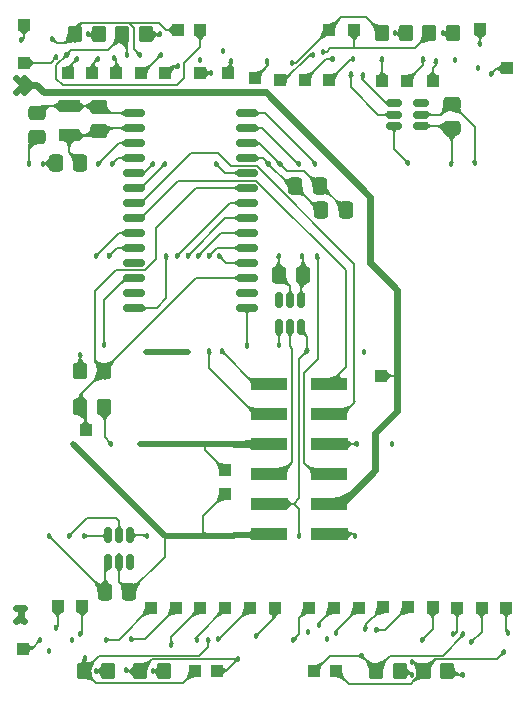
<source format=gbr>
%TF.GenerationSoftware,KiCad,Pcbnew,9.0.0*%
%TF.CreationDate,2025-05-12T15:29:59-04:00*%
%TF.ProjectId,design-files_TM,64657369-676e-42d6-9669-6c65735f544d,rev?*%
%TF.SameCoordinates,Original*%
%TF.FileFunction,Copper,L4,Bot*%
%TF.FilePolarity,Positive*%
%FSLAX46Y46*%
G04 Gerber Fmt 4.6, Leading zero omitted, Abs format (unit mm)*
G04 Created by KiCad (PCBNEW 9.0.0) date 2025-05-12 15:29:59*
%MOMM*%
%LPD*%
G01*
G04 APERTURE LIST*
G04 Aperture macros list*
%AMRoundRect*
0 Rectangle with rounded corners*
0 $1 Rounding radius*
0 $2 $3 $4 $5 $6 $7 $8 $9 X,Y pos of 4 corners*
0 Add a 4 corners polygon primitive as box body*
4,1,4,$2,$3,$4,$5,$6,$7,$8,$9,$2,$3,0*
0 Add four circle primitives for the rounded corners*
1,1,$1+$1,$2,$3*
1,1,$1+$1,$4,$5*
1,1,$1+$1,$6,$7*
1,1,$1+$1,$8,$9*
0 Add four rect primitives between the rounded corners*
20,1,$1+$1,$2,$3,$4,$5,0*
20,1,$1+$1,$4,$5,$6,$7,0*
20,1,$1+$1,$6,$7,$8,$9,0*
20,1,$1+$1,$8,$9,$2,$3,0*%
G04 Aperture macros list end*
%TA.AperFunction,SMDPad,CuDef*%
%ADD10R,3.150000X1.000000*%
%TD*%
%TA.AperFunction,SMDPad,CuDef*%
%ADD11R,1.000000X1.000000*%
%TD*%
%TA.AperFunction,SMDPad,CuDef*%
%ADD12RoundRect,0.150000X0.512500X0.150000X-0.512500X0.150000X-0.512500X-0.150000X0.512500X-0.150000X0*%
%TD*%
%TA.AperFunction,SMDPad,CuDef*%
%ADD13RoundRect,0.250000X0.337500X0.475000X-0.337500X0.475000X-0.337500X-0.475000X0.337500X-0.475000X0*%
%TD*%
%TA.AperFunction,SMDPad,CuDef*%
%ADD14RoundRect,0.250000X0.350000X0.450000X-0.350000X0.450000X-0.350000X-0.450000X0.350000X-0.450000X0*%
%TD*%
%TA.AperFunction,SMDPad,CuDef*%
%ADD15R,1.800000X1.000000*%
%TD*%
%TA.AperFunction,SMDPad,CuDef*%
%ADD16RoundRect,0.150000X-0.150000X0.512500X-0.150000X-0.512500X0.150000X-0.512500X0.150000X0.512500X0*%
%TD*%
%TA.AperFunction,SMDPad,CuDef*%
%ADD17RoundRect,0.250000X-0.475000X0.337500X-0.475000X-0.337500X0.475000X-0.337500X0.475000X0.337500X0*%
%TD*%
%TA.AperFunction,SMDPad,CuDef*%
%ADD18RoundRect,0.250000X-0.450000X0.350000X-0.450000X-0.350000X0.450000X-0.350000X0.450000X0.350000X0*%
%TD*%
%TA.AperFunction,SMDPad,CuDef*%
%ADD19RoundRect,0.150000X0.150000X-0.512500X0.150000X0.512500X-0.150000X0.512500X-0.150000X-0.512500X0*%
%TD*%
%TA.AperFunction,SMDPad,CuDef*%
%ADD20RoundRect,0.250000X-0.337500X-0.475000X0.337500X-0.475000X0.337500X0.475000X-0.337500X0.475000X0*%
%TD*%
%TA.AperFunction,SMDPad,CuDef*%
%ADD21RoundRect,0.150000X0.750000X0.150000X-0.750000X0.150000X-0.750000X-0.150000X0.750000X-0.150000X0*%
%TD*%
%TA.AperFunction,ViaPad*%
%ADD22C,0.457300*%
%TD*%
%TA.AperFunction,Conductor*%
%ADD23C,0.127000*%
%TD*%
%TA.AperFunction,Conductor*%
%ADD24C,0.500000*%
%TD*%
%TA.AperFunction,Conductor*%
%ADD25C,0.600000*%
%TD*%
%TA.AperFunction,Conductor*%
%ADD26C,0.200000*%
%TD*%
G04 APERTURE END LIST*
D10*
%TO.P,J1,1,Pin_1*%
%TO.N,/CS*%
X27500000Y-31670000D03*
%TO.P,J1,2,Pin_2*%
%TO.N,/DIN*%
X22450000Y-31670000D03*
%TO.P,J1,3,Pin_3*%
%TO.N,/~{RDY}*%
X27500000Y-34210000D03*
%TO.P,J1,4,Pin_4*%
%TO.N,/~{RESET}*%
X22450000Y-34210000D03*
%TO.P,J1,5,Pin_5*%
%TO.N,/DOUT*%
X27500000Y-36750000D03*
%TO.P,J1,6,Pin_6*%
%TO.N,+5V*%
X22450000Y-36750000D03*
%TO.P,J1,7,Pin_7*%
%TO.N,/CS_T1*%
X27500000Y-39290000D03*
%TO.P,J1,8,Pin_8*%
%TO.N,/CS_T2*%
X22450000Y-39290000D03*
%TO.P,J1,9,Pin_9*%
%TO.N,VCC*%
X27500000Y-41830000D03*
%TO.P,J1,10,Pin_10*%
%TO.N,/CLK*%
X22450000Y-41830000D03*
%TO.P,J1,11,Pin_11*%
%TO.N,/CS_T3*%
X27500000Y-44370000D03*
%TO.P,J1,12,Pin_12*%
%TO.N,GND*%
X22450000Y-44370000D03*
%TD*%
D11*
%TO.P,T2:4,1,1*%
%TO.N,Net-(U2-TP4)*%
X32090000Y-50610000D03*
%TD*%
%TO.P,5V,1,1*%
%TO.N,+5V*%
X18700000Y-39000000D03*
%TD*%
%TO.P,E3,1,1*%
%TO.N,/ETROC3*%
X14700000Y-1700000D03*
%TD*%
%TO.P,T1:5,1,1*%
%TO.N,Net-(U1-TP5)*%
X14520000Y-50660000D03*
%TD*%
%TO.P,T4:4,1,1*%
%TO.N,Net-(U4-TP4)*%
X34090000Y-6050000D03*
%TD*%
%TO.P,T4:7,1,1*%
%TO.N,Net-(U4-TP7)*%
X25440000Y-5970000D03*
%TD*%
%TO.P,T4:8,1,1*%
%TO.N,Net-(U4-TP8)*%
X23380000Y-5970000D03*
%TD*%
%TO.P,T4:3,1,1*%
%TO.N,Net-(U4-TP3)*%
X36280000Y-6050000D03*
%TD*%
%TO.P,T3:9,1,1*%
%TO.N,Net-(U3-TP9)*%
X1670000Y-1270000D03*
%TD*%
D12*
%TO.P,U7,1,NC*%
%TO.N,unconnected-(U7-NC-Pad1)*%
X35297500Y-7930000D03*
%TO.P,U7,2,GND*%
%TO.N,GND*%
X35297500Y-8880000D03*
%TO.P,U7,3,V+*%
%TO.N,+5V*%
X35297500Y-9830000D03*
%TO.P,U7,4,SCLK*%
%TO.N,/CLK*%
X33022500Y-9830000D03*
%TO.P,U7,5,~{CS}*%
%TO.N,/CS_T1*%
X33022500Y-8880000D03*
%TO.P,U7,6,SO*%
%TO.N,/DOUT*%
X33022500Y-7930000D03*
%TD*%
D13*
%TO.P,C8,1*%
%TO.N,GND*%
X10567500Y-49340000D03*
%TO.P,C8,2*%
%TO.N,+5V*%
X8492500Y-49340000D03*
%TD*%
D11*
%TO.P,L4,1,1*%
%TO.N,/LGAD4*%
X29650000Y-1700000D03*
%TD*%
%TO.P,T1:9,1,1*%
%TO.N,Net-(U1-TP9)*%
X22910000Y-50640000D03*
%TD*%
D14*
%TO.P,R7,1*%
%TO.N,+5V*%
X33500000Y-56000000D03*
%TO.P,R7,2*%
%TO.N,/LGAD2*%
X31500000Y-56000000D03*
%TD*%
D11*
%TO.P,T3:5,1,1*%
%TO.N,Net-(U3-TP5)*%
X9500000Y-5350000D03*
%TD*%
%TO.P,T3:7,1,1*%
%TO.N,Net-(U3-TP7)*%
X5370000Y-5340000D03*
%TD*%
D13*
%TO.P,C2,1*%
%TO.N,+5V*%
X28907500Y-16990000D03*
%TO.P,C2,2*%
%TO.N,GND*%
X26832500Y-16990000D03*
%TD*%
D15*
%TO.P,Y1,1,1*%
%TO.N,Net-(U5-XTAL2)*%
X5500000Y-10650000D03*
%TO.P,Y1,2,2*%
%TO.N,Net-(U5-XTAL1)*%
X5500000Y-8150000D03*
%TD*%
D14*
%TO.P,R9,1*%
%TO.N,+5V*%
X12000000Y-2100000D03*
%TO.P,R9,2*%
%TO.N,/LGAD3*%
X10000000Y-2100000D03*
%TD*%
D13*
%TO.P,C3,1*%
%TO.N,+5V*%
X26697500Y-14940000D03*
%TO.P,C3,2*%
%TO.N,GND*%
X24622500Y-14940000D03*
%TD*%
D11*
%TO.P,GND,1,1*%
%TO.N,GND*%
X18700000Y-41000000D03*
%TD*%
D14*
%TO.P,R5,1*%
%TO.N,+5V*%
X8750000Y-56000000D03*
%TO.P,R5,2*%
%TO.N,/LGAD1*%
X6750000Y-56000000D03*
%TD*%
D16*
%TO.P,U8,1,NC*%
%TO.N,unconnected-(U8-NC-Pad1)*%
X23250000Y-24582500D03*
%TO.P,U8,2,GND*%
%TO.N,GND*%
X24200000Y-24582500D03*
%TO.P,U8,3,V+*%
%TO.N,+5V*%
X25150000Y-24582500D03*
%TO.P,U8,4,SCLK*%
%TO.N,/CLK*%
X25150000Y-26857500D03*
%TO.P,U8,5,~{CS}*%
%TO.N,/CS_T2*%
X24200000Y-26857500D03*
%TO.P,U8,6,SO*%
%TO.N,/DOUT*%
X23250000Y-26857500D03*
%TD*%
D17*
%TO.P,C6,1*%
%TO.N,GND*%
X37870000Y-7972500D03*
%TO.P,C6,2*%
%TO.N,+5V*%
X37870000Y-10047500D03*
%TD*%
D11*
%TO.P,T4:2,1,1*%
%TO.N,Net-(U4-TP2)*%
X42550000Y-4950000D03*
%TD*%
%TO.P,T2:5,1,1*%
%TO.N,Net-(U2-TP5)*%
X34180000Y-50610000D03*
%TD*%
D17*
%TO.P,C4,1*%
%TO.N,Net-(U5-XTAL1)*%
X2750000Y-8712500D03*
%TO.P,C4,2*%
%TO.N,GND*%
X2750000Y-10787500D03*
%TD*%
D11*
%TO.P,L1,1,1*%
%TO.N,/LGAD1*%
X16150000Y-56000000D03*
%TD*%
D18*
%TO.P,R14,1*%
%TO.N,Net-(U5-XTAL1)*%
X8000000Y-8250000D03*
%TO.P,R14,2*%
%TO.N,Net-(U5-XTAL2)*%
X8000000Y-10250000D03*
%TD*%
D11*
%TO.P,T1:8,1,1*%
%TO.N,Net-(U1-TP8)*%
X20820000Y-50650000D03*
%TD*%
%TO.P,T2:8,1,1*%
%TO.N,Net-(U2-TP8)*%
X40410000Y-50620000D03*
%TD*%
D19*
%TO.P,U9,1,NC*%
%TO.N,unconnected-(U9-NC-Pad1)*%
X10670000Y-46767500D03*
%TO.P,U9,2,GND*%
%TO.N,GND*%
X9720000Y-46767500D03*
%TO.P,U9,3,V+*%
%TO.N,+5V*%
X8770000Y-46767500D03*
%TO.P,U9,4,SCLK*%
%TO.N,/CLK*%
X8770000Y-44492500D03*
%TO.P,U9,5,~{CS}*%
%TO.N,/CS_T3*%
X9720000Y-44492500D03*
%TO.P,U9,6,SO*%
%TO.N,/DOUT*%
X10670000Y-44492500D03*
%TD*%
D11*
%TO.P,T2:1,1,1*%
%TO.N,Net-(U2-TP1)*%
X25830000Y-50640000D03*
%TD*%
%TO.P,T1:2,1,1*%
%TO.N,Net-(U1-TP2)*%
X4510000Y-50520000D03*
%TD*%
%TO.P,T1:1,1,1*%
%TO.N,Net-(U1-TP1)*%
X1570000Y-54090000D03*
%TD*%
%TO.P,E4,1,1*%
%TO.N,/ETROC4*%
X27500000Y-1700000D03*
%TD*%
D14*
%TO.P,R3,1*%
%TO.N,+5V*%
X8430000Y-33620000D03*
%TO.P,R3,2*%
%TO.N,/V_{ref}*%
X6430000Y-33620000D03*
%TD*%
D11*
%TO.P,L3,1,1*%
%TO.N,/LGAD3*%
X16600000Y-1700000D03*
%TD*%
%TO.P,T2:9,1,1*%
%TO.N,Net-(U2-TP9)*%
X42480000Y-50620000D03*
%TD*%
D14*
%TO.P,R10,1*%
%TO.N,+5V*%
X8000000Y-2100000D03*
%TO.P,R10,2*%
%TO.N,/ETROC3*%
X6000000Y-2100000D03*
%TD*%
D11*
%TO.P,T1:3,1,1*%
%TO.N,Net-(U1-TP3)*%
X6600000Y-50520000D03*
%TD*%
%TO.P,T3:6,1,1*%
%TO.N,Net-(U3-TP6)*%
X7430000Y-5350000D03*
%TD*%
%TO.P,T3:3,1,1*%
%TO.N,Net-(U3-TP3)*%
X13620000Y-5370000D03*
%TD*%
%TO.P,T2:2,1,1*%
%TO.N,Net-(U2-TP2)*%
X27920000Y-50620000D03*
%TD*%
%TO.P,T3:4,1,1*%
%TO.N,Net-(U3-TP4)*%
X11550000Y-5340000D03*
%TD*%
%TO.P,E1,1,1*%
%TO.N,/ETROC1*%
X18000000Y-56000000D03*
%TD*%
D14*
%TO.P,R12,1*%
%TO.N,+5V*%
X34000000Y-2000000D03*
%TO.P,R12,2*%
%TO.N,/ETROC4*%
X32000000Y-2000000D03*
%TD*%
%TO.P,R6,1*%
%TO.N,+5V*%
X13500000Y-56000000D03*
%TO.P,R6,2*%
%TO.N,/ETROC1*%
X11500000Y-56000000D03*
%TD*%
%TO.P,R4,1*%
%TO.N,/V_{ref}*%
X8430000Y-30620000D03*
%TO.P,R4,2*%
%TO.N,GND*%
X6430000Y-30620000D03*
%TD*%
D13*
%TO.P,C5,1*%
%TO.N,Net-(U5-XTAL2)*%
X6437500Y-13010000D03*
%TO.P,C5,2*%
%TO.N,GND*%
X4362500Y-13010000D03*
%TD*%
D11*
%TO.P,T1:7,1,1*%
%TO.N,Net-(U1-TP7)*%
X18720000Y-50640000D03*
%TD*%
%TO.P,L2,1,1*%
%TO.N,/LGAD2*%
X26250000Y-56000000D03*
%TD*%
D20*
%TO.P,C7,1*%
%TO.N,GND*%
X23242500Y-22460000D03*
%TO.P,C7,2*%
%TO.N,+5V*%
X25317500Y-22460000D03*
%TD*%
D11*
%TO.P,T2:3,1,1*%
%TO.N,Net-(U2-TP3)*%
X30010000Y-50620000D03*
%TD*%
%TO.P,T4:6,1,1*%
%TO.N,Net-(U4-TP6)*%
X27510000Y-5970000D03*
%TD*%
%TO.P,E2,1,1*%
%TO.N,/ETROC2*%
X28100000Y-56000000D03*
%TD*%
%TO.P,VCC,1,1*%
%TO.N,VCC*%
X31900000Y-31000000D03*
%TD*%
%TO.P,T4:5,1,1*%
%TO.N,Net-(U4-TP5)*%
X31990000Y-6060000D03*
%TD*%
%TO.P,T2:6,1,1*%
%TO.N,Net-(U2-TP6)*%
X36260000Y-50610000D03*
%TD*%
%TO.P,V_{ref},1,1*%
%TO.N,/V_{ref}*%
X6880000Y-35620000D03*
%TD*%
%TO.P,T4:1,1,1*%
%TO.N,Net-(U4-TP1)*%
X40310000Y-1670000D03*
%TD*%
D21*
%TO.P,U5,1,AIN7*%
%TO.N,/LGAD4*%
X20550000Y-8745000D03*
%TO.P,U5,2,AIN8*%
%TO.N,/ETROC4*%
X20550000Y-10015000D03*
%TO.P,U5,3,AV_{DD}*%
%TO.N,+5V*%
X20550000Y-11285000D03*
%TO.P,U5,4,AGND*%
%TO.N,GND*%
X20550000Y-12555000D03*
%TO.P,U5,5,REFIN1(-)*%
X20550000Y-13825000D03*
%TO.P,U5,6,REFIN1(+)*%
%TO.N,/V_{ref}*%
X20550000Y-15095000D03*
%TO.P,U5,7,AIN1*%
%TO.N,/ETROC3*%
X20550000Y-16365000D03*
%TO.P,U5,8,AIN2*%
%TO.N,/LGAD1*%
X20550000Y-17635000D03*
%TO.P,U5,9,AIN3*%
%TO.N,/ETROC1*%
X20550000Y-18905000D03*
%TO.P,U5,10,AIN4*%
%TO.N,/LGAD2*%
X20550000Y-20175000D03*
%TO.P,U5,11,AIN5*%
%TO.N,/ETROC2*%
X20550000Y-21445000D03*
%TO.P,U5,12,AINCOM*%
%TO.N,/V_{ref}*%
X20550000Y-22715000D03*
%TO.P,U5,13,REFIN2(+)/AIN9*%
%TO.N,unconnected-(U5-REFIN2(+){slash}AIN9-Pad13)*%
X20550000Y-23985000D03*
%TO.P,U5,14,REFIN2(-)/AIN10*%
%TO.N,GND*%
X20550000Y-25255000D03*
%TO.P,U5,15,AIN6*%
%TO.N,/LGAD3*%
X10950000Y-25255000D03*
%TO.P,U5,16,P2*%
%TO.N,unconnected-(U5-P2-Pad16)*%
X10950000Y-23985000D03*
%TO.P,U5,17,AGND*%
%TO.N,GND*%
X10950000Y-22715000D03*
%TO.P,U5,18,P1*%
%TO.N,unconnected-(U5-P1-Pad18)*%
X10950000Y-21445000D03*
%TO.P,U5,19,~{RESET}*%
%TO.N,/~{RESET}*%
X10950000Y-20175000D03*
%TO.P,U5,20,SCLK*%
%TO.N,/CLK*%
X10950000Y-18905000D03*
%TO.P,U5,21,~{CS}*%
%TO.N,/CS*%
X10950000Y-17635000D03*
%TO.P,U5,22,~{RDY}*%
%TO.N,/~{RDY}*%
X10950000Y-16365000D03*
%TO.P,U5,23,DOUT*%
%TO.N,/DOUT*%
X10950000Y-15095000D03*
%TO.P,U5,24,DIN*%
%TO.N,/DIN*%
X10950000Y-13825000D03*
%TO.P,U5,25,DGND*%
%TO.N,GND*%
X10950000Y-12555000D03*
%TO.P,U5,26,DV_{DD}*%
%TO.N,+5V*%
X10950000Y-11285000D03*
%TO.P,U5,27,XTAL2*%
%TO.N,Net-(U5-XTAL2)*%
X10950000Y-10015000D03*
%TO.P,U5,28,XTAL1*%
%TO.N,Net-(U5-XTAL1)*%
X10950000Y-8745000D03*
%TD*%
D14*
%TO.P,R11,1*%
%TO.N,+5V*%
X38000000Y-2000000D03*
%TO.P,R11,2*%
%TO.N,/LGAD4*%
X36000000Y-2000000D03*
%TD*%
D11*
%TO.P,T1:6,1,1*%
%TO.N,Net-(U1-TP6)*%
X16610000Y-50660000D03*
%TD*%
%TO.P,T4:9,1,1*%
%TO.N,Net-(U4-TP9)*%
X21250000Y-5790000D03*
%TD*%
%TO.P,T3:1,1,1*%
%TO.N,Net-(U3-TP1)*%
X18920000Y-5380000D03*
%TD*%
%TO.P,T3:2,1,1*%
%TO.N,Net-(U3-TP2)*%
X16600000Y-5390000D03*
%TD*%
%TO.P,T3:8,1,1*%
%TO.N,Net-(U3-TP8)*%
X1670000Y-4480000D03*
%TD*%
%TO.P,T2:7,1,1*%
%TO.N,Net-(U2-TP7)*%
X38340000Y-50620000D03*
%TD*%
D14*
%TO.P,R8,1*%
%TO.N,+5V*%
X37500000Y-56000000D03*
%TO.P,R8,2*%
%TO.N,/ETROC2*%
X35500000Y-56000000D03*
%TD*%
D11*
%TO.P,T1:4,1,1*%
%TO.N,Net-(U1-TP4)*%
X12420000Y-50670000D03*
%TD*%
D22*
%TO.N,+5V*%
X13190000Y-2100000D03*
X18640000Y-36750000D03*
X25180000Y-20879350D03*
X37130000Y-2000000D03*
X15570000Y-28970000D03*
X12560000Y-55970000D03*
X16960000Y-36750000D03*
X17820000Y-36740000D03*
X37860000Y-13050000D03*
X7965000Y-13055000D03*
X38800000Y-56300000D03*
X9070000Y-36740000D03*
X11470000Y-36750000D03*
X3800000Y-44570000D03*
X7800000Y-56000000D03*
X19460000Y-36740000D03*
X7130000Y-2090000D03*
X23340000Y-13040000D03*
X34500000Y-56300000D03*
X12010000Y-28980000D03*
X33110000Y-2010000D03*
%TO.N,/~{RESET}*%
X17350000Y-28920000D03*
X8850000Y-20840000D03*
%TO.N,VCC*%
X1037329Y-5752873D03*
X1682329Y-5752873D03*
X1000000Y-6950000D03*
X1700000Y-6950000D03*
%TO.N,/DOUT*%
X29860000Y-36740000D03*
X12070000Y-44550000D03*
X30380000Y-5510000D03*
X30480000Y-28950000D03*
X13570000Y-13070000D03*
X23240000Y-28430000D03*
%TO.N,/DIN*%
X18420000Y-28920000D03*
X12590000Y-13040000D03*
%TO.N,/CLK*%
X32790000Y-36760000D03*
X25640000Y-28910000D03*
X7810000Y-20840000D03*
X6790000Y-44550000D03*
X34220000Y-13010650D03*
X24970000Y-44560000D03*
%TO.N,GND*%
X3830000Y-54330000D03*
X20574000Y-28450000D03*
X3270000Y-13050000D03*
X16550000Y-4300000D03*
X1000000Y-51800000D03*
X39820000Y-13010650D03*
X1650000Y-50700000D03*
X38150000Y-4250000D03*
X25700000Y-52700000D03*
X17490000Y-44540000D03*
X16860000Y-44550000D03*
X2090000Y-13050000D03*
X18790000Y-44540000D03*
X27290000Y-53270000D03*
X23240000Y-20830000D03*
X8460000Y-28390000D03*
X1000000Y-50700000D03*
X9130000Y-13050000D03*
X19420000Y-44550000D03*
X5810000Y-36770000D03*
X40150000Y-4900000D03*
X5770000Y-53330000D03*
X6430000Y-29200000D03*
X1650000Y-51800000D03*
X18560000Y-3500000D03*
X17950000Y-13050000D03*
X22360000Y-13050000D03*
X18150000Y-44540000D03*
%TO.N,/LGAD1*%
X15520000Y-20840000D03*
X17270000Y-53330000D03*
X6800000Y-54900000D03*
%TO.N,/ETROC1*%
X10300000Y-55920000D03*
X19750000Y-55000000D03*
X16420000Y-20840000D03*
%TO.N,/CS_T1*%
X29360000Y-5470000D03*
X26520000Y-20879350D03*
%TO.N,/CS_T3*%
X5470000Y-44550000D03*
X29690000Y-44530000D03*
%TO.N,/LGAD2*%
X38840000Y-52860000D03*
X30250000Y-54710000D03*
X17320000Y-20840000D03*
%TO.N,/ETROC2*%
X18220000Y-20850000D03*
X34500000Y-55200000D03*
X42300000Y-54400000D03*
%TO.N,/LGAD3*%
X13720000Y-20840000D03*
X5290000Y-3800000D03*
X10370000Y-3820000D03*
%TO.N,/ETROC3*%
X4080000Y-2480000D03*
X11480000Y-3830000D03*
X14620000Y-20850000D03*
%TO.N,/LGAD4*%
X26310000Y-13050000D03*
X26970000Y-3580000D03*
%TO.N,/ETROC4*%
X24960000Y-13050000D03*
X24321000Y-4509000D03*
%TO.N,Net-(U1-TP1)*%
X3050000Y-53370000D03*
%TO.N,Net-(U1-TP2)*%
X4340000Y-52330000D03*
%TO.N,Net-(U1-TP3)*%
X6410000Y-52879150D03*
%TO.N,Net-(U1-TP4)*%
X8580000Y-53330000D03*
%TO.N,Net-(U1-TP5)*%
X10700000Y-53310000D03*
%TO.N,Net-(U1-TP6)*%
X14140000Y-53750000D03*
%TO.N,Net-(U1-TP7)*%
X16280000Y-53340000D03*
%TO.N,Net-(U1-TP8)*%
X18070000Y-53320000D03*
%TO.N,Net-(U1-TP9)*%
X21280000Y-53030000D03*
%TO.N,Net-(U2-TP1)*%
X24490000Y-53370000D03*
%TO.N,Net-(U2-TP2)*%
X26630000Y-52110000D03*
%TO.N,Net-(U2-TP3)*%
X28050000Y-52800000D03*
%TO.N,Net-(U2-TP4)*%
X30570000Y-52440000D03*
%TO.N,Net-(U2-TP5)*%
X31510000Y-52500000D03*
%TO.N,Net-(U2-TP6)*%
X35350000Y-53360000D03*
%TO.N,Net-(U2-TP7)*%
X38030000Y-52880000D03*
%TO.N,Net-(U2-TP8)*%
X39520000Y-53540000D03*
%TO.N,Net-(U2-TP9)*%
X42630000Y-52740000D03*
%TO.N,Net-(U3-TP1)*%
X19180000Y-4370000D03*
%TO.N,Net-(U3-TP2)*%
X17520000Y-5350000D03*
%TO.N,Net-(U3-TP3)*%
X14670000Y-4800000D03*
%TO.N,Net-(U3-TP4)*%
X13230000Y-3860000D03*
%TO.N,Net-(U3-TP5)*%
X9300000Y-4130000D03*
%TO.N,Net-(U3-TP6)*%
X7900000Y-4200000D03*
%TO.N,Net-(U3-TP7)*%
X6140000Y-4200000D03*
%TO.N,Net-(U3-TP8)*%
X4410000Y-3990000D03*
%TO.N,Net-(U3-TP9)*%
X1440000Y-2590000D03*
%TO.N,Net-(U4-TP1)*%
X40270000Y-2920000D03*
%TO.N,Net-(U4-TP2)*%
X41210000Y-5440000D03*
%TO.N,Net-(U4-TP3)*%
X36540000Y-4360000D03*
%TO.N,Net-(U4-TP4)*%
X35450000Y-4180000D03*
%TO.N,Net-(U4-TP5)*%
X31950000Y-4160000D03*
%TO.N,Net-(U4-TP6)*%
X29560000Y-4170000D03*
%TO.N,Net-(U4-TP7)*%
X27810000Y-4170000D03*
%TO.N,Net-(U4-TP8)*%
X26130000Y-3810000D03*
%TO.N,Net-(U4-TP9)*%
X22260000Y-4370000D03*
%TD*%
D23*
%TO.N,+5V*%
X37500000Y-56000000D02*
X37800000Y-56300000D01*
X37870000Y-13040000D02*
X37870000Y-10047500D01*
X8492500Y-49340000D02*
X8492500Y-49262500D01*
X20550000Y-11285000D02*
X21585000Y-11285000D01*
X25317500Y-21016850D02*
X25180000Y-20879350D01*
X23930000Y-13630000D02*
X25367500Y-13630000D01*
X19490000Y-36750000D02*
X19460000Y-36720000D01*
X8492500Y-49340000D02*
X8570000Y-49262500D01*
X33500000Y-56000000D02*
X34200000Y-56000000D01*
D24*
X12010000Y-28980000D02*
X15560000Y-28980000D01*
D23*
X35297500Y-9830000D02*
X37652500Y-9830000D01*
X8510000Y-33700000D02*
X8510000Y-36210000D01*
X37652500Y-9830000D02*
X37870000Y-10047500D01*
X12000000Y-2100000D02*
X13190000Y-2100000D01*
X26857500Y-14940000D02*
X28907500Y-16990000D01*
X7140000Y-2100000D02*
X7130000Y-2090000D01*
X8492500Y-49262500D02*
X3800000Y-44570000D01*
D24*
X18640000Y-36750000D02*
X17830000Y-36750000D01*
X15560000Y-28980000D02*
X15570000Y-28970000D01*
D23*
X25150000Y-24582500D02*
X25150000Y-22627500D01*
X10950000Y-11285000D02*
X9735000Y-11285000D01*
X33120000Y-2000000D02*
X33110000Y-2010000D01*
X26697500Y-14940000D02*
X26857500Y-14940000D01*
X17830000Y-36750000D02*
X17820000Y-36740000D01*
X16970000Y-36740000D02*
X16960000Y-36750000D01*
X34000000Y-2000000D02*
X33120000Y-2000000D01*
X16960000Y-36750000D02*
X16960000Y-37260000D01*
D25*
X22450000Y-36750000D02*
X19490000Y-36750000D01*
D23*
X23340000Y-13040000D02*
X23930000Y-13630000D01*
D24*
X19460000Y-36740000D02*
X18650000Y-36740000D01*
D23*
X16960000Y-37260000D02*
X18700000Y-39000000D01*
X25317500Y-22460000D02*
X25317500Y-21016850D01*
X21585000Y-11285000D02*
X23340000Y-13040000D01*
X15460000Y-28860000D02*
X15570000Y-28970000D01*
X8750000Y-56000000D02*
X7800000Y-56000000D01*
X34200000Y-56000000D02*
X34500000Y-56300000D01*
X9735000Y-11285000D02*
X7950000Y-13070000D01*
X8570000Y-49262500D02*
X8570000Y-46967500D01*
X8510000Y-36210000D02*
X9050000Y-36750000D01*
X38000000Y-2000000D02*
X37130000Y-2000000D01*
X37860000Y-13050000D02*
X37870000Y-13040000D01*
X37800000Y-56300000D02*
X38800000Y-56300000D01*
D24*
X16960000Y-36750000D02*
X11470000Y-36750000D01*
D23*
X8430000Y-33620000D02*
X8510000Y-33700000D01*
D24*
X17820000Y-36740000D02*
X16970000Y-36740000D01*
D23*
X8000000Y-2100000D02*
X7140000Y-2100000D01*
X25150000Y-22627500D02*
X25317500Y-22460000D01*
X12590000Y-56000000D02*
X12560000Y-55970000D01*
X18650000Y-36740000D02*
X18640000Y-36750000D01*
X13500000Y-56000000D02*
X12590000Y-56000000D01*
X25367500Y-13630000D02*
X26517500Y-14780000D01*
X8570000Y-46967500D02*
X8770000Y-46767500D01*
%TO.N,/CS*%
X11585000Y-17635000D02*
X10950000Y-17635000D01*
X21340000Y-14480000D02*
X14740000Y-14480000D01*
X27530000Y-31670000D02*
X28910000Y-30290000D01*
X27500000Y-31670000D02*
X27530000Y-31670000D01*
X28910000Y-22050000D02*
X21340000Y-14480000D01*
X28910000Y-30290000D02*
X28910000Y-22050000D01*
X14740000Y-14480000D02*
X11585000Y-17635000D01*
%TO.N,/~{RESET}*%
X17350000Y-28920000D02*
X17350000Y-30304000D01*
X9515000Y-20175000D02*
X8830000Y-20860000D01*
X10950000Y-20175000D02*
X9515000Y-20175000D01*
X17350000Y-30304000D02*
X21256000Y-34210000D01*
X21256000Y-34210000D02*
X22450000Y-34210000D01*
%TO.N,/~{RDY}*%
X11595000Y-16365000D02*
X15840000Y-12120000D01*
X21360000Y-13220000D02*
X29650000Y-21510000D01*
X19170000Y-13220000D02*
X21360000Y-13220000D01*
X29650000Y-21510000D02*
X29650000Y-33170000D01*
X18070000Y-12120000D02*
X19170000Y-13220000D01*
X29650000Y-33170000D02*
X29680000Y-33200000D01*
X29680000Y-33200000D02*
X28670000Y-34210000D01*
X15840000Y-12120000D02*
X18070000Y-12120000D01*
X28670000Y-34210000D02*
X27500000Y-34210000D01*
X10950000Y-16365000D02*
X11595000Y-16365000D01*
%TO.N,VCC*%
X1037329Y-5752873D02*
X1037329Y-5777329D01*
D25*
X33240000Y-23710000D02*
X31020000Y-21490000D01*
X31390000Y-39015000D02*
X28575000Y-41830000D01*
X22120000Y-7000000D02*
X3350000Y-7000000D01*
X33240000Y-31000000D02*
X33240000Y-33950000D01*
X31390000Y-35800000D02*
X31390000Y-39015000D01*
X2274456Y-6375544D02*
X1700000Y-6950000D01*
X1605000Y-6345000D02*
X2274456Y-6345000D01*
X3350000Y-7000000D02*
X2695000Y-6345000D01*
X33240000Y-33950000D02*
X31390000Y-35800000D01*
X2695000Y-6345000D02*
X2274456Y-6345000D01*
X1000000Y-6950000D02*
X1605000Y-6345000D01*
X31020000Y-21490000D02*
X30950000Y-21490000D01*
D23*
X31900000Y-31000000D02*
X33240000Y-31000000D01*
D25*
X2274456Y-6345000D02*
X1682329Y-5752873D01*
X30950000Y-15830000D02*
X22120000Y-7000000D01*
X1037329Y-5777329D02*
X1605000Y-6345000D01*
X30950000Y-21490000D02*
X30950000Y-15830000D01*
X33240000Y-31000000D02*
X33240000Y-23710000D01*
D23*
X2274456Y-6345000D02*
X2274456Y-6375544D01*
D25*
X28575000Y-41830000D02*
X27500000Y-41830000D01*
D23*
%TO.N,/DOUT*%
X30380000Y-5510000D02*
X30380000Y-5960000D01*
X12070000Y-44550000D02*
X12012500Y-44492500D01*
X12012500Y-44492500D02*
X10670000Y-44492500D01*
X13570000Y-13070000D02*
X13510000Y-13130000D01*
X30380000Y-5960000D02*
X32350000Y-7930000D01*
X23250000Y-28420000D02*
X23240000Y-28430000D01*
X29850000Y-36750000D02*
X29860000Y-36740000D01*
X11545000Y-15095000D02*
X10950000Y-15095000D01*
X27500000Y-36750000D02*
X29850000Y-36750000D01*
X13510000Y-13130000D02*
X11545000Y-15095000D01*
X23250000Y-26857500D02*
X23250000Y-28420000D01*
X32350000Y-7930000D02*
X33022500Y-7930000D01*
X13510000Y-13120000D02*
X13570000Y-13070000D01*
%TO.N,/DIN*%
X11805000Y-13825000D02*
X12590000Y-13040000D01*
X18420000Y-28920000D02*
X21170000Y-31670000D01*
X10950000Y-13825000D02*
X11805000Y-13825000D01*
X21170000Y-31670000D02*
X22450000Y-31670000D01*
%TO.N,/CLK*%
X6790000Y-44550000D02*
X8712500Y-44550000D01*
X8712500Y-44550000D02*
X8770000Y-44492500D01*
X24970000Y-41360000D02*
X24970000Y-41350000D01*
D26*
X22450000Y-41830000D02*
X23540000Y-41830000D01*
D23*
X33022500Y-11813150D02*
X33022500Y-9830000D01*
X24500000Y-41830000D02*
X24970000Y-41360000D01*
X24970000Y-29580000D02*
X25640000Y-28910000D01*
X25640000Y-27670000D02*
X25640000Y-28910000D01*
X24970000Y-41350000D02*
X24970000Y-29580000D01*
X9725000Y-18905000D02*
X7820000Y-20810000D01*
X25150000Y-26857500D02*
X25390000Y-27097500D01*
X10950000Y-18905000D02*
X9725000Y-18905000D01*
X24970000Y-43290000D02*
X24970000Y-44560000D01*
X22450000Y-41830000D02*
X24500000Y-41830000D01*
X24970000Y-42300000D02*
X24970000Y-43290000D01*
X24500000Y-41830000D02*
X24970000Y-42300000D01*
X25390000Y-27420000D02*
X25640000Y-27670000D01*
X34220000Y-13010650D02*
X33022500Y-11813150D01*
X25390000Y-27097500D02*
X25390000Y-27420000D01*
%TO.N,GND*%
X24200000Y-23417500D02*
X23242500Y-22460000D01*
X39820000Y-9922500D02*
X37870000Y-7972500D01*
D24*
X22300000Y-44520000D02*
X19450000Y-44520000D01*
D23*
X1400000Y-51400000D02*
X1400000Y-50800000D01*
D24*
X13590000Y-44550000D02*
X5810000Y-36770000D01*
X16890000Y-44520000D02*
X16990000Y-44520000D01*
D23*
X16790000Y-44340000D02*
X16990000Y-44540000D01*
X26672500Y-16990000D02*
X24622500Y-14940000D01*
X21885000Y-12555000D02*
X22360000Y-13030000D01*
D24*
X16870000Y-44540000D02*
X18590000Y-44540000D01*
X18790000Y-44540000D02*
X18610000Y-44540000D01*
D23*
X20550000Y-25255000D02*
X20550000Y-28450000D01*
X26832500Y-16990000D02*
X26672500Y-16990000D01*
X24090000Y-14780000D02*
X22360000Y-13050000D01*
X16790000Y-42910000D02*
X16790000Y-44340000D01*
X18700000Y-41000000D02*
X16790000Y-42910000D01*
X10335000Y-22715000D02*
X8460000Y-24590000D01*
X20550000Y-13825000D02*
X18705000Y-13825000D01*
X24200000Y-24582500D02*
X24200000Y-23417500D01*
D24*
X22450000Y-44370000D02*
X22300000Y-44520000D01*
X9720000Y-46767500D02*
X9720000Y-46240000D01*
D23*
X23242500Y-20832500D02*
X23240000Y-20830000D01*
X9720000Y-46767500D02*
X9720000Y-48492500D01*
X36962500Y-8880000D02*
X37870000Y-7972500D01*
X10567500Y-49340000D02*
X13590000Y-46317500D01*
X35297500Y-8880000D02*
X36962500Y-8880000D01*
D24*
X16860000Y-44550000D02*
X13590000Y-44550000D01*
X18610000Y-44540000D02*
X18600000Y-44550000D01*
X18590000Y-44540000D02*
X18600000Y-44550000D01*
X19450000Y-44520000D02*
X19420000Y-44550000D01*
X16860000Y-44550000D02*
X16890000Y-44520000D01*
D23*
X9720000Y-48492500D02*
X10567500Y-49340000D01*
X10950000Y-12555000D02*
X9625000Y-12555000D01*
X24442500Y-14780000D02*
X24090000Y-14780000D01*
D25*
X1400000Y-51550000D02*
X1400000Y-50800000D01*
X1000000Y-51800000D02*
X1400000Y-51400000D01*
D23*
X39820000Y-13010650D02*
X39820000Y-9922500D01*
X18705000Y-13825000D02*
X17950000Y-13070000D01*
D24*
X19420000Y-44550000D02*
X18600000Y-44550000D01*
D25*
X1650000Y-50700000D02*
X1500000Y-50700000D01*
D23*
X4362500Y-13010000D02*
X3310000Y-13010000D01*
X13590000Y-46317500D02*
X13590000Y-44550000D01*
D24*
X16860000Y-44550000D02*
X16870000Y-44540000D01*
D25*
X1000000Y-50700000D02*
X1300000Y-50700000D01*
D23*
X1300000Y-50700000D02*
X1400000Y-50800000D01*
X8460000Y-24590000D02*
X8460000Y-28390000D01*
D25*
X1650000Y-51800000D02*
X1400000Y-51550000D01*
D23*
X6430000Y-29200000D02*
X6430000Y-30620000D01*
X23242500Y-22460000D02*
X23242500Y-20832500D01*
X1500000Y-50700000D02*
X1400000Y-50800000D01*
X3310000Y-13010000D02*
X3270000Y-13050000D01*
X20550000Y-12555000D02*
X21885000Y-12555000D01*
X2750000Y-10787500D02*
X2090000Y-11447500D01*
X2090000Y-11447500D02*
X2090000Y-13070000D01*
X9625000Y-12555000D02*
X9100000Y-13080000D01*
X10950000Y-22715000D02*
X10335000Y-22715000D01*
%TO.N,/V_{ref}*%
X8430000Y-30540000D02*
X16255000Y-22715000D01*
X16215000Y-15095000D02*
X20550000Y-15095000D01*
X16210000Y-15090000D02*
X16215000Y-15095000D01*
X16255000Y-22715000D02*
X20550000Y-22715000D01*
X7660000Y-23850000D02*
X9450000Y-22060000D01*
X6430000Y-33620000D02*
X6880000Y-34070000D01*
X6880000Y-34070000D02*
X6880000Y-35620000D01*
X12830000Y-18470000D02*
X16210000Y-15090000D01*
X9450000Y-22060000D02*
X11890000Y-22060000D01*
X8430000Y-30620000D02*
X7660000Y-29850000D01*
X8430000Y-30620000D02*
X8430000Y-30540000D01*
X11890000Y-22060000D02*
X12830000Y-21120000D01*
X7660000Y-29850000D02*
X7660000Y-23850000D01*
X12830000Y-21120000D02*
X12830000Y-18470000D01*
X8430000Y-30620000D02*
X6430000Y-32620000D01*
X21205000Y-22715000D02*
X20550000Y-22715000D01*
X6430000Y-32620000D02*
X6430000Y-33620000D01*
%TO.N,/LGAD1*%
X17270000Y-53330000D02*
X17270000Y-53930000D01*
X15150000Y-57000000D02*
X16150000Y-56000000D01*
X16500000Y-54700000D02*
X8050000Y-54700000D01*
X8050000Y-54700000D02*
X6750000Y-56000000D01*
X20550000Y-17635000D02*
X18725000Y-17635000D01*
X14820000Y-57000000D02*
X7750000Y-57000000D01*
X17270000Y-53930000D02*
X16500000Y-54700000D01*
X6750000Y-54950000D02*
X6800000Y-54900000D01*
X7750000Y-57000000D02*
X6750000Y-56000000D01*
X18725000Y-17635000D02*
X15520000Y-20840000D01*
X6750000Y-56000000D02*
X6750000Y-54950000D01*
X14820000Y-57000000D02*
X15150000Y-57000000D01*
%TO.N,/ETROC1*%
X18355000Y-18905000D02*
X16420000Y-20840000D01*
X18750000Y-56000000D02*
X18000000Y-56000000D01*
X19750000Y-55000000D02*
X12500000Y-55000000D01*
X11500000Y-56000000D02*
X10380000Y-56000000D01*
X12500000Y-55000000D02*
X11500000Y-56000000D01*
X19750000Y-55000000D02*
X18750000Y-56000000D01*
X20550000Y-18905000D02*
X18355000Y-18905000D01*
X10380000Y-56000000D02*
X10300000Y-55920000D01*
D26*
%TO.N,Net-(U5-XTAL1)*%
X3312500Y-8150000D02*
X2750000Y-8712500D01*
X8000000Y-8250000D02*
X7900000Y-8150000D01*
X10950000Y-8745000D02*
X8495000Y-8745000D01*
X5500000Y-8150000D02*
X3312500Y-8150000D01*
X8495000Y-8745000D02*
X8000000Y-8250000D01*
X7900000Y-8150000D02*
X5500000Y-8150000D01*
%TO.N,Net-(U5-XTAL2)*%
X8235000Y-10015000D02*
X8000000Y-10250000D01*
X7600000Y-10650000D02*
X5500000Y-10650000D01*
X8000000Y-10250000D02*
X7600000Y-10650000D01*
X10950000Y-10015000D02*
X8235000Y-10015000D01*
X5500000Y-12072500D02*
X5500000Y-10650000D01*
X6437500Y-13010000D02*
X5500000Y-12072500D01*
D23*
%TO.N,/CS_T1*%
X29360000Y-6560000D02*
X31680000Y-8880000D01*
X25400000Y-38354000D02*
X25400000Y-30734000D01*
X26560000Y-29574000D02*
X26560000Y-20919350D01*
X31680000Y-8880000D02*
X33022500Y-8880000D01*
X27500000Y-39290000D02*
X26336000Y-39290000D01*
X26336000Y-39290000D02*
X25400000Y-38354000D01*
X25400000Y-30734000D02*
X26560000Y-29574000D01*
X26560000Y-20919350D02*
X26520000Y-20879350D01*
X29360000Y-5470000D02*
X29360000Y-6560000D01*
%TO.N,/CS_T2*%
X24400000Y-38338000D02*
X24400000Y-28718000D01*
X24200000Y-28518000D02*
X24200000Y-26857500D01*
X24400000Y-28718000D02*
X24200000Y-28518000D01*
X22450000Y-39290000D02*
X23448000Y-39290000D01*
X23448000Y-39290000D02*
X24400000Y-38338000D01*
%TO.N,/CS_T3*%
X7010000Y-43010000D02*
X9430000Y-43010000D01*
X5470000Y-44550000D02*
X7010000Y-43010000D01*
X29530000Y-44370000D02*
X29690000Y-44530000D01*
X27680000Y-44550000D02*
X27500000Y-44370000D01*
X29700000Y-44530000D02*
X29735000Y-44495000D01*
X27500000Y-44370000D02*
X29530000Y-44370000D01*
X27500000Y-44370000D02*
X27320000Y-44550000D01*
X9430000Y-43010000D02*
X9720000Y-43300000D01*
X9720000Y-43300000D02*
X9720000Y-44492500D01*
X27500000Y-44370000D02*
X27660000Y-44530000D01*
%TO.N,/LGAD2*%
X38840000Y-52970000D02*
X38840000Y-52860000D01*
X31500000Y-56000000D02*
X31500000Y-55960000D01*
X17985000Y-20175000D02*
X17320000Y-20840000D01*
X32660000Y-54700000D02*
X37110000Y-54700000D01*
X31500000Y-55960000D02*
X30250000Y-54710000D01*
X20550000Y-20175000D02*
X17985000Y-20175000D01*
X30250000Y-54710000D02*
X27540000Y-54710000D01*
X27540000Y-54710000D02*
X26250000Y-56000000D01*
X37110000Y-54700000D02*
X38840000Y-52970000D01*
X31360000Y-56000000D02*
X32660000Y-54700000D01*
%TO.N,/ETROC2*%
X34725500Y-56770000D02*
X34440000Y-57055500D01*
X20550000Y-21445000D02*
X18815000Y-21445000D01*
X34700000Y-55200000D02*
X34500000Y-55200000D01*
X35500000Y-56000000D02*
X34700000Y-55200000D01*
X41700000Y-55000000D02*
X42300000Y-54400000D01*
X35500000Y-56000000D02*
X36500000Y-55000000D01*
X34730000Y-56770000D02*
X35500000Y-56000000D01*
X29155500Y-57055500D02*
X34440000Y-57055500D01*
X28100000Y-56000000D02*
X29155500Y-57055500D01*
X18815000Y-21445000D02*
X18220000Y-20850000D01*
X34730000Y-56770000D02*
X34725500Y-56770000D01*
X36500000Y-55000000D02*
X41700000Y-55000000D01*
%TO.N,/LGAD3*%
X10000000Y-2100000D02*
X10370000Y-2470000D01*
X10000000Y-2100000D02*
X10000000Y-2200000D01*
X12895000Y-25255000D02*
X13720000Y-24430000D01*
X8800000Y-3400000D02*
X5690000Y-3400000D01*
X10000000Y-2200000D02*
X8800000Y-3400000D01*
X16600000Y-3150000D02*
X16600000Y-1700000D01*
X4950000Y-6420000D02*
X14650000Y-6420000D01*
X5290000Y-3800000D02*
X4400000Y-4690000D01*
X14650000Y-6420000D02*
X15250000Y-5820000D01*
X15250000Y-5820000D02*
X15250000Y-4500000D01*
X5690000Y-3400000D02*
X5290000Y-3800000D01*
X13720000Y-24430000D02*
X13720000Y-20840000D01*
X15250000Y-4500000D02*
X16600000Y-3150000D01*
X4400000Y-5870000D02*
X4950000Y-6420000D01*
X4400000Y-4690000D02*
X4400000Y-5870000D01*
X10950000Y-25255000D02*
X12895000Y-25255000D01*
X10370000Y-2470000D02*
X10370000Y-3820000D01*
%TO.N,/ETROC3*%
X6000000Y-2100000D02*
X6000000Y-1540000D01*
X10560000Y-1090000D02*
X11120000Y-1090000D01*
X20550000Y-16365000D02*
X19105000Y-16365000D01*
X19105000Y-16365000D02*
X14620000Y-20850000D01*
X11040000Y-1090000D02*
X13110000Y-1090000D01*
X6450000Y-1090000D02*
X10560000Y-1090000D01*
X10560000Y-1090000D02*
X10990000Y-1520000D01*
X4080000Y-2480000D02*
X4460000Y-2860000D01*
X14700000Y-1700000D02*
X13720000Y-1700000D01*
X6000000Y-1540000D02*
X6450000Y-1090000D01*
X5240000Y-2860000D02*
X6000000Y-2100000D01*
X4460000Y-2860000D02*
X5240000Y-2860000D01*
X11480000Y-3830000D02*
X10990000Y-3340000D01*
X10990000Y-1520000D02*
X10990000Y-3340000D01*
X13720000Y-1700000D02*
X13110000Y-1090000D01*
%TO.N,/LGAD4*%
X26970000Y-3580000D02*
X27310000Y-3580000D01*
X34740000Y-3270000D02*
X29630000Y-3270000D01*
X22055000Y-8745000D02*
X26330000Y-13020000D01*
X27620000Y-3270000D02*
X29630000Y-3270000D01*
X35846000Y-2154000D02*
X35846000Y-2164000D01*
X27310000Y-3580000D02*
X27620000Y-3270000D01*
X36000000Y-2000000D02*
X35846000Y-2154000D01*
X29610000Y-1700000D02*
X29650000Y-1700000D01*
X35846000Y-2164000D02*
X34740000Y-3270000D01*
X29650000Y-1700000D02*
X29650000Y-3250000D01*
X20550000Y-8745000D02*
X22055000Y-8745000D01*
X29650000Y-3250000D02*
X29630000Y-3270000D01*
%TO.N,/ETROC4*%
X30660000Y-660000D02*
X28550000Y-660000D01*
X28540000Y-660000D02*
X28550000Y-660000D01*
X27500000Y-1700000D02*
X28540000Y-660000D01*
X24691000Y-4509000D02*
X27500000Y-1700000D01*
X20550000Y-10015000D02*
X21835000Y-10015000D01*
X24321000Y-4509000D02*
X24691000Y-4509000D01*
X32000000Y-2000000D02*
X30660000Y-660000D01*
X21835000Y-10015000D02*
X24910000Y-13090000D01*
%TO.N,Net-(U1-TP1)*%
X1570000Y-54090000D02*
X2330000Y-54090000D01*
X2330000Y-54090000D02*
X3050000Y-53370000D01*
%TO.N,Net-(U1-TP2)*%
X4510000Y-52160000D02*
X4510000Y-50520000D01*
X4340000Y-52330000D02*
X4510000Y-52160000D01*
%TO.N,Net-(U1-TP3)*%
X6410000Y-52879150D02*
X6600000Y-52689150D01*
X6600000Y-52689150D02*
X6600000Y-50520000D01*
%TO.N,Net-(U1-TP4)*%
X8580000Y-53330000D02*
X9710000Y-53330000D01*
X12370000Y-50670000D02*
X12420000Y-50670000D01*
X9710000Y-53330000D02*
X12370000Y-50670000D01*
%TO.N,Net-(U1-TP5)*%
X10700000Y-53310000D02*
X11880000Y-53310000D01*
X11880000Y-53310000D02*
X14520000Y-50670000D01*
X14520000Y-50670000D02*
X14520000Y-50660000D01*
%TO.N,Net-(U1-TP6)*%
X14140000Y-53130000D02*
X16610000Y-50660000D01*
X14140000Y-53750000D02*
X14140000Y-53130000D01*
%TO.N,Net-(U1-TP7)*%
X16280000Y-53080000D02*
X18720000Y-50640000D01*
X16280000Y-53340000D02*
X16280000Y-53080000D01*
%TO.N,Net-(U1-TP8)*%
X18070000Y-53320000D02*
X18150000Y-53320000D01*
X18150000Y-53320000D02*
X20820000Y-50650000D01*
%TO.N,Net-(U1-TP9)*%
X22910000Y-51400000D02*
X22910000Y-50640000D01*
X21280000Y-53030000D02*
X22910000Y-51400000D01*
%TO.N,Net-(U2-TP1)*%
X24490000Y-53370000D02*
X24970000Y-52890000D01*
X24970000Y-51500000D02*
X25830000Y-50640000D01*
X24970000Y-52890000D02*
X24970000Y-51500000D01*
%TO.N,Net-(U2-TP2)*%
X26630000Y-51950000D02*
X27920000Y-50660000D01*
X27920000Y-50660000D02*
X27920000Y-50620000D01*
X26630000Y-52110000D02*
X26630000Y-51950000D01*
%TO.N,Net-(U2-TP3)*%
X28050000Y-52580000D02*
X30010000Y-50620000D01*
X28050000Y-52800000D02*
X28050000Y-52580000D01*
%TO.N,Net-(U2-TP4)*%
X32090000Y-50620000D02*
X32090000Y-50610000D01*
X30570000Y-52140000D02*
X32090000Y-50620000D01*
X30570000Y-52440000D02*
X30570000Y-52140000D01*
%TO.N,Net-(U2-TP5)*%
X34150000Y-50610000D02*
X34180000Y-50610000D01*
X32260000Y-52500000D02*
X34150000Y-50610000D01*
X31510000Y-52500000D02*
X32260000Y-52500000D01*
%TO.N,Net-(U2-TP6)*%
X36260000Y-52450000D02*
X36260000Y-50610000D01*
X35350000Y-53360000D02*
X36260000Y-52450000D01*
%TO.N,Net-(U2-TP7)*%
X38030000Y-52880000D02*
X38340000Y-52570000D01*
X38340000Y-52570000D02*
X38340000Y-50620000D01*
%TO.N,Net-(U2-TP8)*%
X40410000Y-52650000D02*
X40410000Y-50620000D01*
X39520000Y-53540000D02*
X40410000Y-52650000D01*
%TO.N,Net-(U2-TP9)*%
X42630000Y-52740000D02*
X42480000Y-52590000D01*
X42480000Y-52590000D02*
X42480000Y-50620000D01*
%TO.N,Net-(U3-TP1)*%
X19180000Y-4370000D02*
X19180000Y-5120000D01*
X19180000Y-5120000D02*
X18920000Y-5380000D01*
%TO.N,Net-(U3-TP2)*%
X17520000Y-5350000D02*
X16640000Y-5350000D01*
X16640000Y-5350000D02*
X16600000Y-5390000D01*
%TO.N,Net-(U3-TP3)*%
X14190000Y-4800000D02*
X13620000Y-5370000D01*
X14670000Y-4800000D02*
X14190000Y-4800000D01*
%TO.N,Net-(U3-TP4)*%
X13230000Y-3860000D02*
X11750000Y-5340000D01*
X11750000Y-5340000D02*
X11550000Y-5340000D01*
%TO.N,Net-(U3-TP5)*%
X9300000Y-4130000D02*
X9500000Y-4330000D01*
X9500000Y-4330000D02*
X9500000Y-5350000D01*
%TO.N,Net-(U3-TP6)*%
X7900000Y-4200000D02*
X7430000Y-4670000D01*
X7430000Y-4670000D02*
X7430000Y-5350000D01*
%TO.N,Net-(U3-TP7)*%
X6140000Y-4200000D02*
X5370000Y-4970000D01*
X5370000Y-4970000D02*
X5370000Y-5340000D01*
%TO.N,Net-(U3-TP8)*%
X3920000Y-4480000D02*
X4410000Y-3990000D01*
X1670000Y-4480000D02*
X3920000Y-4480000D01*
%TO.N,Net-(U3-TP9)*%
X1670000Y-2360000D02*
X1670000Y-1270000D01*
X1440000Y-2590000D02*
X1670000Y-2360000D01*
%TO.N,Net-(U4-TP1)*%
X40270000Y-1710000D02*
X40310000Y-1670000D01*
X40270000Y-2920000D02*
X40270000Y-1710000D01*
%TO.N,Net-(U4-TP2)*%
X41210000Y-5440000D02*
X41700000Y-4950000D01*
X41700000Y-4950000D02*
X42550000Y-4950000D01*
%TO.N,Net-(U4-TP3)*%
X36540000Y-4660000D02*
X36280000Y-4920000D01*
X36540000Y-4360000D02*
X36540000Y-4660000D01*
X36280000Y-4920000D02*
X36280000Y-6050000D01*
%TO.N,Net-(U4-TP4)*%
X35450000Y-4680000D02*
X34090000Y-6040000D01*
X34090000Y-6040000D02*
X34090000Y-6050000D01*
X35450000Y-4180000D02*
X35450000Y-4680000D01*
%TO.N,Net-(U4-TP5)*%
X31990000Y-4200000D02*
X31990000Y-6060000D01*
X31950000Y-4160000D02*
X31990000Y-4200000D01*
%TO.N,Net-(U4-TP6)*%
X29360000Y-4170000D02*
X27560000Y-5970000D01*
X29560000Y-4170000D02*
X29360000Y-4170000D01*
X27560000Y-5970000D02*
X27510000Y-5970000D01*
%TO.N,Net-(U4-TP7)*%
X27810000Y-4170000D02*
X27240000Y-4170000D01*
X27240000Y-4170000D02*
X25440000Y-5970000D01*
%TO.N,Net-(U4-TP8)*%
X25850000Y-3810000D02*
X23690000Y-5970000D01*
X23690000Y-5970000D02*
X23380000Y-5970000D01*
X26130000Y-3810000D02*
X25850000Y-3810000D01*
%TO.N,Net-(U4-TP9)*%
X22260000Y-4780000D02*
X21250000Y-5790000D01*
X22260000Y-4370000D02*
X22260000Y-4780000D01*
%TD*%
%TA.AperFunction,Conductor*%
%TO.N,Net-(U4-TP3)*%
G36*
X36341087Y-5053427D02*
G01*
X36344465Y-5060641D01*
X36346260Y-5080429D01*
X36347854Y-5098001D01*
X36365449Y-5167401D01*
X36365452Y-5167409D01*
X36395543Y-5241940D01*
X36395544Y-5241942D01*
X36479339Y-5376974D01*
X36577275Y-5474753D01*
X36678199Y-5531416D01*
X36731997Y-5541237D01*
X36758078Y-5545998D01*
X36765601Y-5550855D01*
X36767487Y-5559609D01*
X36764258Y-5565773D01*
X36288281Y-6042702D01*
X36280012Y-6046137D01*
X36271735Y-6042718D01*
X36271719Y-6042702D01*
X35797716Y-5567751D01*
X35794297Y-5559474D01*
X35797732Y-5551205D01*
X35804305Y-5547909D01*
X35850016Y-5541238D01*
X35905480Y-5521670D01*
X35967047Y-5486227D01*
X36023335Y-5440006D01*
X36081189Y-5376306D01*
X36130076Y-5305680D01*
X36197331Y-5158753D01*
X36214796Y-5059669D01*
X36219607Y-5052116D01*
X36226318Y-5050000D01*
X36332814Y-5050000D01*
X36341087Y-5053427D01*
G37*
%TD.AperFunction*%
%TD*%
%TA.AperFunction,Conductor*%
%TO.N,/ETROC2*%
G36*
X36453540Y-54971351D02*
G01*
X36527884Y-55045695D01*
X36531311Y-55053968D01*
X36528045Y-55062077D01*
X36517680Y-55072858D01*
X36449629Y-55156251D01*
X36449617Y-55156267D01*
X36383348Y-55256598D01*
X36383344Y-55256606D01*
X36352406Y-55313021D01*
X36316855Y-55377846D01*
X36316849Y-55377858D01*
X36255942Y-55510942D01*
X36161414Y-55786105D01*
X36110323Y-56038766D01*
X36110323Y-56038768D01*
X36100815Y-56231961D01*
X36096985Y-56240056D01*
X36088554Y-56243072D01*
X36084667Y-56242202D01*
X35505003Y-56003062D01*
X35498662Y-55996739D01*
X35498018Y-55994666D01*
X35354968Y-55316571D01*
X35356613Y-55307770D01*
X35364001Y-55302709D01*
X35368204Y-55302595D01*
X35393349Y-55306495D01*
X35393351Y-55306495D01*
X35393357Y-55306496D01*
X35442567Y-55309566D01*
X35497918Y-55313021D01*
X35607998Y-55308015D01*
X35735570Y-55290081D01*
X35735576Y-55290079D01*
X35735580Y-55290079D01*
X35763992Y-55283588D01*
X35863944Y-55260757D01*
X35993916Y-55220312D01*
X36117655Y-55171397D01*
X36318549Y-55064521D01*
X36438031Y-54970431D01*
X36446648Y-54968006D01*
X36453540Y-54971351D01*
G37*
%TD.AperFunction*%
%TD*%
%TA.AperFunction,Conductor*%
%TO.N,Net-(U3-TP6)*%
G36*
X7619664Y-4407332D02*
G01*
X7621103Y-4408556D01*
X7695485Y-4482938D01*
X7698912Y-4491211D01*
X7697898Y-4495974D01*
X7692105Y-4508968D01*
X7692101Y-4508981D01*
X7681796Y-4554541D01*
X7680405Y-4607864D01*
X7680405Y-4607866D01*
X7703289Y-4706651D01*
X7703291Y-4706655D01*
X7753336Y-4782672D01*
X7753339Y-4782675D01*
X7827522Y-4831737D01*
X7827524Y-4831737D01*
X7827525Y-4831738D01*
X7839508Y-4835149D01*
X7874872Y-4845217D01*
X7904979Y-4847829D01*
X7912925Y-4851958D01*
X7915624Y-4860496D01*
X7912241Y-4867758D01*
X7438656Y-5341343D01*
X7430383Y-5344770D01*
X7422110Y-5341343D01*
X7421154Y-5340261D01*
X7051904Y-4866331D01*
X7049522Y-4857699D01*
X7053942Y-4849911D01*
X7059324Y-4847581D01*
X7104729Y-4840491D01*
X7145718Y-4825284D01*
X7168762Y-4816736D01*
X7168764Y-4816734D01*
X7168772Y-4816732D01*
X7255118Y-4768106D01*
X7340979Y-4704580D01*
X7432773Y-4621638D01*
X7513791Y-4534424D01*
X7603334Y-4409994D01*
X7610947Y-4405281D01*
X7619664Y-4407332D01*
G37*
%TD.AperFunction*%
%TD*%
%TA.AperFunction,Conductor*%
%TO.N,Net-(U1-TP1)*%
G36*
X2068736Y-53607809D02*
G01*
X2072090Y-53614780D01*
X2076513Y-53654281D01*
X2076515Y-53654291D01*
X2092475Y-53705105D01*
X2120182Y-53754657D01*
X2120184Y-53754660D01*
X2156092Y-53795971D01*
X2205452Y-53834010D01*
X2205455Y-53834011D01*
X2205458Y-53834014D01*
X2259729Y-53861538D01*
X2317976Y-53879441D01*
X2317982Y-53879441D01*
X2317983Y-53879442D01*
X2374100Y-53886695D01*
X2374104Y-53886695D01*
X2374105Y-53886695D01*
X2388786Y-53884638D01*
X2449031Y-53876202D01*
X2457699Y-53878448D01*
X2458926Y-53879516D01*
X2533614Y-53954204D01*
X2537041Y-53962477D01*
X2533614Y-53970750D01*
X2531002Y-53972716D01*
X2421650Y-54033171D01*
X2421646Y-54033173D01*
X2264299Y-54162815D01*
X2264298Y-54162816D01*
X2150433Y-54296433D01*
X2150429Y-54296439D01*
X2088573Y-54412087D01*
X2088571Y-54412091D01*
X2073781Y-54487927D01*
X2068833Y-54495391D01*
X2060057Y-54497171D01*
X2054814Y-54494681D01*
X1955552Y-54412091D01*
X1816550Y-54296435D01*
X1579149Y-54098907D01*
X1574981Y-54090981D01*
X1577638Y-54082430D01*
X1578348Y-54081651D01*
X2052191Y-53607808D01*
X2060463Y-53604382D01*
X2068736Y-53607809D01*
G37*
%TD.AperFunction*%
%TD*%
%TA.AperFunction,Conductor*%
%TO.N,+5V*%
G36*
X8787890Y-36397153D02*
G01*
X8841640Y-36444811D01*
X8893413Y-36475416D01*
X8943880Y-36490436D01*
X9001956Y-36498650D01*
X9102541Y-36513912D01*
X9110207Y-36518542D01*
X9112354Y-36527235D01*
X9112269Y-36527721D01*
X9071645Y-36735897D01*
X9066697Y-36743361D01*
X9066620Y-36743412D01*
X8890667Y-36859892D01*
X8881877Y-36861601D01*
X8874453Y-36856594D01*
X8873857Y-36855588D01*
X8825317Y-36763432D01*
X8824424Y-36761212D01*
X8819307Y-36743412D01*
X8801138Y-36680204D01*
X8769155Y-36583375D01*
X8769152Y-36583371D01*
X8769152Y-36583369D01*
X8738625Y-36535018D01*
X8738616Y-36535006D01*
X8697105Y-36487888D01*
X8694207Y-36479415D01*
X8697610Y-36471882D01*
X8771858Y-36397634D01*
X8780130Y-36394208D01*
X8787890Y-36397153D01*
G37*
%TD.AperFunction*%
%TD*%
%TA.AperFunction,Conductor*%
%TO.N,Net-(U2-TP1)*%
G36*
X24773080Y-53012573D02*
G01*
X24847503Y-53086996D01*
X24850930Y-53095269D01*
X24848123Y-53102872D01*
X24805094Y-53153200D01*
X24776141Y-53204926D01*
X24752947Y-53300224D01*
X24735393Y-53384263D01*
X24734818Y-53386179D01*
X24714895Y-53436484D01*
X24714152Y-53438022D01*
X24686333Y-53486252D01*
X24679231Y-53491706D01*
X24670352Y-53490541D01*
X24669740Y-53490162D01*
X24491277Y-53372020D01*
X24487979Y-53368722D01*
X24442638Y-53300231D01*
X24370280Y-53190929D01*
X24368572Y-53182140D01*
X24373579Y-53174716D01*
X24374818Y-53174000D01*
X24471073Y-53126212D01*
X24473847Y-53125247D01*
X24559441Y-53107123D01*
X24560080Y-53107007D01*
X24577316Y-53104350D01*
X24580270Y-53103895D01*
X24667224Y-53078358D01*
X24713507Y-53050078D01*
X24757117Y-53012029D01*
X24765602Y-53009173D01*
X24773080Y-53012573D01*
G37*
%TD.AperFunction*%
%TD*%
%TA.AperFunction,Conductor*%
%TO.N,/LGAD2*%
G36*
X32389591Y-54895466D02*
G01*
X32464126Y-54970001D01*
X32467553Y-54978274D01*
X32464562Y-54986088D01*
X32426048Y-55029012D01*
X32363700Y-55115961D01*
X32305264Y-55217693D01*
X32248750Y-55338765D01*
X32199050Y-55470363D01*
X32199048Y-55470369D01*
X32126366Y-55745604D01*
X32126364Y-55745615D01*
X32094358Y-56004013D01*
X32099556Y-56206847D01*
X32096342Y-56215205D01*
X32088160Y-56218843D01*
X32083781Y-56218113D01*
X31504968Y-56002817D01*
X31498409Y-55996721D01*
X31497739Y-55994853D01*
X31358504Y-55470363D01*
X31317047Y-55314198D01*
X31318236Y-55305324D01*
X31325353Y-55299889D01*
X31327960Y-55299504D01*
X31333113Y-55299329D01*
X31495261Y-55293852D01*
X31495265Y-55293851D01*
X31495269Y-55293851D01*
X31544163Y-55284915D01*
X31621537Y-55270776D01*
X31750698Y-55235265D01*
X31888455Y-55185787D01*
X32021116Y-55127125D01*
X32242561Y-55000526D01*
X32373980Y-54894628D01*
X32382569Y-54892106D01*
X32389591Y-54895466D01*
G37*
%TD.AperFunction*%
%TD*%
%TA.AperFunction,Conductor*%
%TO.N,/CS_T3*%
G36*
X29070037Y-43899155D02*
G01*
X29075707Y-43906087D01*
X29076088Y-43907816D01*
X29083071Y-43956877D01*
X29102733Y-44011398D01*
X29102736Y-44011405D01*
X29140030Y-44074825D01*
X29140034Y-44074831D01*
X29189300Y-44134243D01*
X29189309Y-44134252D01*
X29258183Y-44197327D01*
X29258185Y-44197328D01*
X29291094Y-44220839D01*
X29334841Y-44252094D01*
X29492377Y-44330340D01*
X29492378Y-44330340D01*
X29492380Y-44330341D01*
X29528854Y-44338819D01*
X29586198Y-44352148D01*
X29593480Y-44357359D01*
X29594945Y-44366193D01*
X29591822Y-44371817D01*
X29520303Y-44443336D01*
X29512133Y-44446763D01*
X29488199Y-44446974D01*
X29429242Y-44457784D01*
X29429236Y-44457785D01*
X29365578Y-44481160D01*
X29365576Y-44481161D01*
X29242590Y-44557681D01*
X29242584Y-44557686D01*
X29149212Y-44655603D01*
X29149208Y-44655609D01*
X29093511Y-44761195D01*
X29093510Y-44761197D01*
X29077256Y-44856737D01*
X29072490Y-44864319D01*
X29063760Y-44866309D01*
X29062179Y-44865926D01*
X27535303Y-44380735D01*
X27528456Y-44374963D01*
X27527695Y-44366041D01*
X27533467Y-44359194D01*
X27535457Y-44358386D01*
X29061129Y-43898263D01*
X29070037Y-43899155D01*
G37*
%TD.AperFunction*%
%TD*%
%TA.AperFunction,Conductor*%
%TO.N,GND*%
G36*
X35872638Y-8601880D02*
G01*
X35893102Y-8642774D01*
X35935263Y-8690104D01*
X35988731Y-8730299D01*
X36063023Y-8769302D01*
X36063027Y-8769304D01*
X36119356Y-8789489D01*
X36140064Y-8796910D01*
X36250186Y-8814897D01*
X36257799Y-8819613D01*
X36260000Y-8826444D01*
X36260000Y-8932539D01*
X36256573Y-8940812D01*
X36249619Y-8944164D01*
X36191850Y-8950711D01*
X36191847Y-8950711D01*
X36191844Y-8950712D01*
X36118506Y-8969697D01*
X35993157Y-9026931D01*
X35909968Y-9095559D01*
X35909967Y-9095561D01*
X35872953Y-9159060D01*
X35865826Y-9164482D01*
X35857567Y-9163610D01*
X35422122Y-8943500D01*
X35317156Y-8890441D01*
X35311319Y-8883651D01*
X35311993Y-8874722D01*
X35317157Y-8869558D01*
X35402450Y-8826444D01*
X35856920Y-8596716D01*
X35865848Y-8596043D01*
X35872638Y-8601880D01*
G37*
%TD.AperFunction*%
%TD*%
%TA.AperFunction,Conductor*%
%TO.N,/ETROC4*%
G36*
X21356587Y-9730347D02*
G01*
X21362039Y-9735683D01*
X21383102Y-9777774D01*
X21425263Y-9825104D01*
X21478731Y-9865299D01*
X21553023Y-9904302D01*
X21553027Y-9904304D01*
X21609356Y-9924489D01*
X21630064Y-9931910D01*
X21740186Y-9949897D01*
X21747799Y-9954613D01*
X21750000Y-9961444D01*
X21750000Y-10067539D01*
X21746573Y-10075812D01*
X21739619Y-10079164D01*
X21681850Y-10085711D01*
X21681847Y-10085711D01*
X21681844Y-10085712D01*
X21608506Y-10104697D01*
X21483157Y-10161931D01*
X21399968Y-10230559D01*
X21399967Y-10230561D01*
X21362295Y-10295188D01*
X21355168Y-10300610D01*
X21348253Y-10300315D01*
X20579867Y-10026019D01*
X20573228Y-10020010D01*
X20572782Y-10011066D01*
X20578791Y-10004427D01*
X20579867Y-10003981D01*
X21347645Y-9729901D01*
X21356587Y-9730347D01*
G37*
%TD.AperFunction*%
%TD*%
%TA.AperFunction,Conductor*%
%TO.N,GND*%
G36*
X22102880Y-12681990D02*
G01*
X22152827Y-12725346D01*
X22203694Y-12755587D01*
X22296789Y-12783030D01*
X22370296Y-12801465D01*
X22371886Y-12801988D01*
X22423877Y-12823291D01*
X22425322Y-12824003D01*
X22476311Y-12853651D01*
X22481741Y-12860772D01*
X22480544Y-12869646D01*
X22480186Y-12870223D01*
X22363412Y-13046620D01*
X22355988Y-13051627D01*
X22355897Y-13051645D01*
X22147586Y-13092295D01*
X22138810Y-13090517D01*
X22133862Y-13083053D01*
X22133804Y-13082731D01*
X22118998Y-12992041D01*
X22094911Y-12884272D01*
X22086654Y-12870223D01*
X22063081Y-12830116D01*
X22063079Y-12830114D01*
X22063077Y-12830110D01*
X22012178Y-12772892D01*
X22009241Y-12764434D01*
X22012647Y-12756845D01*
X22086939Y-12682553D01*
X22095211Y-12679127D01*
X22102880Y-12681990D01*
G37*
%TD.AperFunction*%
%TD*%
%TA.AperFunction,Conductor*%
%TO.N,/ETROC1*%
G36*
X10436086Y-55737382D02*
G01*
X10436968Y-55738038D01*
X10460018Y-55756953D01*
X10497529Y-55787735D01*
X10498897Y-55789058D01*
X10545684Y-55842314D01*
X10545819Y-55842471D01*
X10572273Y-55873683D01*
X10572278Y-55873688D01*
X10631242Y-55918180D01*
X10631245Y-55918182D01*
X10676664Y-55931710D01*
X10727455Y-55935660D01*
X10735437Y-55939718D01*
X10738247Y-55947325D01*
X10738247Y-56052646D01*
X10734820Y-56060919D01*
X10727425Y-56064313D01*
X10599846Y-56073909D01*
X10599845Y-56073909D01*
X10506844Y-56100108D01*
X10506744Y-56100135D01*
X10356655Y-56140978D01*
X10347772Y-56139844D01*
X10342294Y-56132761D01*
X10342121Y-56132037D01*
X10299976Y-55924801D01*
X10301685Y-55916013D01*
X10301685Y-55916012D01*
X10419847Y-55740551D01*
X10427310Y-55735604D01*
X10436086Y-55737382D01*
G37*
%TD.AperFunction*%
%TD*%
%TA.AperFunction,Conductor*%
%TO.N,GND*%
G36*
X16851082Y-44111038D02*
G01*
X16854462Y-44118258D01*
X16860173Y-44181488D01*
X16866937Y-44200117D01*
X16878876Y-44233004D01*
X16907624Y-44271414D01*
X16907625Y-44271415D01*
X16907626Y-44271416D01*
X16944437Y-44305974D01*
X16969758Y-44328904D01*
X16970806Y-44329983D01*
X17041608Y-44412994D01*
X17044369Y-44421513D01*
X17040299Y-44429489D01*
X17039241Y-44430292D01*
X16864063Y-44548263D01*
X16855287Y-44550041D01*
X16855196Y-44550023D01*
X16647745Y-44507833D01*
X16640321Y-44502826D01*
X16638612Y-44494036D01*
X16638724Y-44493537D01*
X16660750Y-44405960D01*
X16661059Y-44404937D01*
X16685654Y-44335669D01*
X16687795Y-44329413D01*
X16709436Y-44266159D01*
X16709436Y-44266158D01*
X16709439Y-44266150D01*
X16721867Y-44200121D01*
X16725943Y-44118725D01*
X16729779Y-44110634D01*
X16737628Y-44107611D01*
X16842809Y-44107611D01*
X16851082Y-44111038D01*
G37*
%TD.AperFunction*%
%TD*%
%TA.AperFunction,Conductor*%
%TO.N,/V_{ref}*%
G36*
X19751746Y-22429684D02*
G01*
X20520132Y-22703981D01*
X20526771Y-22709990D01*
X20527217Y-22718934D01*
X20521208Y-22725573D01*
X20520132Y-22726019D01*
X19752356Y-23000098D01*
X19743412Y-22999652D01*
X19737960Y-22994316D01*
X19716898Y-22952226D01*
X19674737Y-22904896D01*
X19621269Y-22864701D01*
X19621270Y-22864701D01*
X19621268Y-22864700D01*
X19546979Y-22825699D01*
X19546972Y-22825695D01*
X19469940Y-22798091D01*
X19469932Y-22798089D01*
X19359814Y-22780102D01*
X19352201Y-22775386D01*
X19350000Y-22768555D01*
X19350000Y-22662460D01*
X19353427Y-22654187D01*
X19360378Y-22650836D01*
X19418152Y-22644289D01*
X19491491Y-22625304D01*
X19616842Y-22568069D01*
X19700034Y-22499439D01*
X19737705Y-22434809D01*
X19744831Y-22429389D01*
X19751746Y-22429684D01*
G37*
%TD.AperFunction*%
%TD*%
%TA.AperFunction,Conductor*%
%TO.N,GND*%
G36*
X18171189Y-13009482D02*
G01*
X18176137Y-13016946D01*
X18176201Y-13017302D01*
X18191000Y-13107949D01*
X18215087Y-13215726D01*
X18215087Y-13215727D01*
X18215088Y-13215728D01*
X18246922Y-13269889D01*
X18297820Y-13327106D01*
X18300758Y-13335565D01*
X18297351Y-13343155D01*
X18223061Y-13417445D01*
X18214788Y-13420872D01*
X18207118Y-13418008D01*
X18157173Y-13374654D01*
X18106305Y-13344412D01*
X18013210Y-13316969D01*
X18013192Y-13316964D01*
X18013187Y-13316963D01*
X17939702Y-13298532D01*
X17938112Y-13298010D01*
X17886122Y-13276708D01*
X17884677Y-13275996D01*
X17833688Y-13246348D01*
X17828258Y-13239227D01*
X17829455Y-13230353D01*
X17829797Y-13229800D01*
X17946588Y-13053377D01*
X17954010Y-13048372D01*
X18162413Y-13007704D01*
X18171189Y-13009482D01*
G37*
%TD.AperFunction*%
%TD*%
%TA.AperFunction,Conductor*%
%TO.N,Net-(U3-TP7)*%
G36*
X5959647Y-4079458D02*
G01*
X5960259Y-4079837D01*
X6138722Y-4197979D01*
X6142020Y-4201277D01*
X6259718Y-4379069D01*
X6261427Y-4387859D01*
X6256420Y-4395283D01*
X6255165Y-4396007D01*
X6158928Y-4443785D01*
X6156149Y-4444751D01*
X6070559Y-4462876D01*
X6069917Y-4462994D01*
X6060053Y-4464513D01*
X6049729Y-4466104D01*
X6049726Y-4466104D01*
X6049725Y-4466105D01*
X5962777Y-4491641D01*
X5916494Y-4519921D01*
X5916493Y-4519921D01*
X5872884Y-4557969D01*
X5864397Y-4560826D01*
X5856919Y-4557426D01*
X5782496Y-4483003D01*
X5779069Y-4474730D01*
X5781875Y-4467128D01*
X5824907Y-4416796D01*
X5853856Y-4365077D01*
X5877054Y-4269769D01*
X5894607Y-4185726D01*
X5895177Y-4183829D01*
X5915105Y-4133511D01*
X5915847Y-4131977D01*
X5943667Y-4083745D01*
X5950768Y-4078293D01*
X5959647Y-4079458D01*
G37*
%TD.AperFunction*%
%TD*%
%TA.AperFunction,Conductor*%
%TO.N,Net-(U2-TP8)*%
G36*
X40418264Y-50627280D02*
G01*
X40685739Y-50895291D01*
X40892283Y-51102248D01*
X40895702Y-51110525D01*
X40892267Y-51118794D01*
X40885692Y-51122090D01*
X40839982Y-51128762D01*
X40839981Y-51128762D01*
X40784521Y-51148329D01*
X40722958Y-51183769D01*
X40722950Y-51183775D01*
X40666664Y-51229994D01*
X40608809Y-51293695D01*
X40559923Y-51364319D01*
X40559922Y-51364322D01*
X40492668Y-51511248D01*
X40475204Y-51610331D01*
X40470393Y-51617884D01*
X40463682Y-51620000D01*
X40357186Y-51620000D01*
X40348913Y-51616573D01*
X40345534Y-51609358D01*
X40342146Y-51572004D01*
X40342145Y-51572001D01*
X40342145Y-51571998D01*
X40324550Y-51502598D01*
X40324547Y-51502590D01*
X40294456Y-51428059D01*
X40294455Y-51428057D01*
X40211075Y-51293694D01*
X40210661Y-51293026D01*
X40112725Y-51195247D01*
X40029160Y-51148330D01*
X40011800Y-51138583D01*
X39931921Y-51124001D01*
X39924398Y-51119144D01*
X39922512Y-51110390D01*
X39925739Y-51104229D01*
X40401719Y-50627296D01*
X40409988Y-50623862D01*
X40418264Y-50627280D01*
G37*
%TD.AperFunction*%
%TD*%
%TA.AperFunction,Conductor*%
%TO.N,Net-(U1-TP8)*%
G36*
X18389557Y-53006058D02*
G01*
X18464172Y-53080673D01*
X18467599Y-53088946D01*
X18464962Y-53096345D01*
X18385062Y-53194216D01*
X18344972Y-53281018D01*
X18332424Y-53312741D01*
X18331843Y-53313989D01*
X18266193Y-53435757D01*
X18259250Y-53441413D01*
X18250342Y-53440504D01*
X18249436Y-53439961D01*
X18073379Y-53323412D01*
X18068372Y-53315988D01*
X18068354Y-53315897D01*
X18044609Y-53194218D01*
X18027779Y-53107970D01*
X18029557Y-53099195D01*
X18037021Y-53094247D01*
X18037743Y-53094129D01*
X18107617Y-53085000D01*
X18108865Y-53084905D01*
X18173507Y-53083516D01*
X18206669Y-53083277D01*
X18285148Y-53068732D01*
X18330144Y-53043227D01*
X18373615Y-53005494D01*
X18382109Y-53002660D01*
X18389557Y-53006058D01*
G37*
%TD.AperFunction*%
%TD*%
%TA.AperFunction,Conductor*%
%TO.N,/LGAD3*%
G36*
X10009363Y-2106093D02*
G01*
X10010192Y-2106661D01*
X10590139Y-2542588D01*
X10594693Y-2550299D01*
X10592462Y-2558971D01*
X10592077Y-2559455D01*
X10589357Y-2562700D01*
X10551595Y-2631124D01*
X10551591Y-2631132D01*
X10519319Y-2724509D01*
X10519312Y-2724532D01*
X10480878Y-2895503D01*
X10480877Y-2895511D01*
X10454061Y-3081475D01*
X10454058Y-3081504D01*
X10453547Y-3089325D01*
X10435664Y-3362924D01*
X10434215Y-3385085D01*
X10430256Y-3393117D01*
X10422540Y-3396022D01*
X10317505Y-3396022D01*
X10309232Y-3392595D01*
X10305827Y-3385037D01*
X10304473Y-3362924D01*
X10304473Y-3362919D01*
X10290467Y-3298648D01*
X10263946Y-3231672D01*
X10223516Y-3160070D01*
X10171350Y-3089325D01*
X10163296Y-3081475D01*
X10040017Y-2961311D01*
X9888400Y-2864644D01*
X9888389Y-2864639D01*
X9729956Y-2805498D01*
X9729951Y-2805497D01*
X9589590Y-2786800D01*
X9581842Y-2782310D01*
X9579537Y-2773657D01*
X9581212Y-2769004D01*
X9993241Y-2109812D01*
X10000532Y-2104614D01*
X10009363Y-2106093D01*
G37*
%TD.AperFunction*%
%TD*%
%TA.AperFunction,Conductor*%
%TO.N,/LGAD1*%
G36*
X6768904Y-54868906D02*
G01*
X6841522Y-54941524D01*
X6844948Y-54949678D01*
X6845392Y-54993301D01*
X6845394Y-54993316D01*
X6857810Y-55045426D01*
X6857816Y-55045444D01*
X6883385Y-55103228D01*
X6883389Y-55103237D01*
X6883390Y-55103238D01*
X6920693Y-55160922D01*
X7022194Y-55263581D01*
X7144768Y-55336213D01*
X7259299Y-55368322D01*
X7266339Y-55373855D01*
X7267406Y-55382746D01*
X7265096Y-55387117D01*
X6758260Y-55990038D01*
X6750313Y-55994165D01*
X6741775Y-55991465D01*
X6740338Y-55990026D01*
X6235568Y-55387948D01*
X6232880Y-55379408D01*
X6237018Y-55371467D01*
X6241973Y-55369017D01*
X6292248Y-55357742D01*
X6359601Y-55331662D01*
X6436491Y-55288888D01*
X6508402Y-55235838D01*
X6578031Y-55170832D01*
X6638663Y-55100221D01*
X6722354Y-54963123D01*
X6749434Y-54873784D01*
X6755114Y-54866862D01*
X6764025Y-54865982D01*
X6768904Y-54868906D01*
G37*
%TD.AperFunction*%
%TD*%
%TA.AperFunction,Conductor*%
%TO.N,/CS_T3*%
G36*
X5753080Y-44192573D02*
G01*
X5827503Y-44266996D01*
X5830930Y-44275269D01*
X5828123Y-44282872D01*
X5785094Y-44333200D01*
X5756141Y-44384926D01*
X5732947Y-44480224D01*
X5715393Y-44564263D01*
X5714818Y-44566179D01*
X5694895Y-44616484D01*
X5694152Y-44618022D01*
X5666333Y-44666252D01*
X5659231Y-44671706D01*
X5650352Y-44670541D01*
X5649740Y-44670162D01*
X5471277Y-44552020D01*
X5467979Y-44548722D01*
X5422638Y-44480231D01*
X5350280Y-44370929D01*
X5348572Y-44362140D01*
X5353579Y-44354716D01*
X5354818Y-44354000D01*
X5451073Y-44306212D01*
X5453847Y-44305247D01*
X5539441Y-44287123D01*
X5540080Y-44287007D01*
X5557316Y-44284350D01*
X5560270Y-44283895D01*
X5647224Y-44258358D01*
X5693507Y-44230078D01*
X5737117Y-44192029D01*
X5745602Y-44189173D01*
X5753080Y-44192573D01*
G37*
%TD.AperFunction*%
%TD*%
%TA.AperFunction,Conductor*%
%TO.N,/LGAD2*%
G36*
X17603080Y-20482573D02*
G01*
X17677503Y-20556996D01*
X17680930Y-20565269D01*
X17678123Y-20572872D01*
X17635094Y-20623200D01*
X17606141Y-20674926D01*
X17582947Y-20770224D01*
X17565393Y-20854263D01*
X17564818Y-20856179D01*
X17544895Y-20906484D01*
X17544152Y-20908022D01*
X17516333Y-20956252D01*
X17509231Y-20961706D01*
X17500352Y-20960541D01*
X17499740Y-20960162D01*
X17321277Y-20842020D01*
X17317979Y-20838722D01*
X17272638Y-20770231D01*
X17200280Y-20660929D01*
X17198572Y-20652140D01*
X17203579Y-20644716D01*
X17204818Y-20644000D01*
X17301073Y-20596212D01*
X17303847Y-20595247D01*
X17389441Y-20577123D01*
X17390080Y-20577007D01*
X17407316Y-20574350D01*
X17410270Y-20573895D01*
X17497224Y-20548358D01*
X17543507Y-20520078D01*
X17587117Y-20482029D01*
X17595602Y-20479173D01*
X17603080Y-20482573D01*
G37*
%TD.AperFunction*%
%TD*%
%TA.AperFunction,Conductor*%
%TO.N,/V_{ref}*%
G36*
X9351548Y-29543445D02*
G01*
X9425990Y-29617887D01*
X9429417Y-29626160D01*
X9426301Y-29634110D01*
X9399907Y-29662606D01*
X9399888Y-29662629D01*
X9334747Y-29748191D01*
X9334736Y-29748206D01*
X9272634Y-29849440D01*
X9272627Y-29849452D01*
X9211475Y-29970804D01*
X9211472Y-29970810D01*
X9156592Y-30103334D01*
X9073555Y-30379680D01*
X9032259Y-30637201D01*
X9032257Y-30637221D01*
X9030175Y-30837609D01*
X9026663Y-30845846D01*
X9018354Y-30849186D01*
X9014232Y-30848390D01*
X8434982Y-30622921D01*
X8428515Y-30616727D01*
X8427856Y-30614778D01*
X8263334Y-29935625D01*
X8264717Y-29926778D01*
X8271950Y-29921500D01*
X8275199Y-29921182D01*
X8367534Y-29925142D01*
X8429280Y-29920814D01*
X8474781Y-29917625D01*
X8474801Y-29917623D01*
X8565681Y-29902314D01*
X8602722Y-29896075D01*
X8732551Y-29862591D01*
X8867537Y-29816582D01*
X8996802Y-29761796D01*
X9209546Y-29643535D01*
X9335975Y-29542574D01*
X9344577Y-29540091D01*
X9351548Y-29543445D01*
G37*
%TD.AperFunction*%
%TD*%
%TA.AperFunction,Conductor*%
%TO.N,/DOUT*%
G36*
X30383300Y-5511975D02*
G01*
X30559301Y-5629791D01*
X30564270Y-5637241D01*
X30562516Y-5646022D01*
X30561771Y-5647016D01*
X30520979Y-5695835D01*
X30519885Y-5696977D01*
X30467578Y-5744684D01*
X30467551Y-5744711D01*
X30403866Y-5808560D01*
X30403864Y-5808564D01*
X30390257Y-5854063D01*
X30390257Y-5854064D01*
X30400337Y-5883701D01*
X30400338Y-5883703D01*
X30420452Y-5908982D01*
X30422922Y-5917590D01*
X30419570Y-5924540D01*
X30345893Y-5998217D01*
X30337620Y-6001644D01*
X30329347Y-5998217D01*
X30328907Y-5997753D01*
X30259739Y-5920577D01*
X30258467Y-5918867D01*
X30257687Y-5917590D01*
X30215723Y-5848884D01*
X30214562Y-5846339D01*
X30192646Y-5777421D01*
X30192252Y-5775776D01*
X30187142Y-5744684D01*
X30178574Y-5692547D01*
X30157586Y-5565742D01*
X30159616Y-5557020D01*
X30166803Y-5552365D01*
X30374515Y-5510261D01*
X30383300Y-5511975D01*
G37*
%TD.AperFunction*%
%TD*%
%TA.AperFunction,Conductor*%
%TO.N,GND*%
G36*
X19751746Y-13539684D02*
G01*
X20520132Y-13813981D01*
X20526771Y-13819990D01*
X20527217Y-13828934D01*
X20521208Y-13835573D01*
X20520132Y-13836019D01*
X19752356Y-14110098D01*
X19743412Y-14109652D01*
X19737960Y-14104316D01*
X19716898Y-14062226D01*
X19674737Y-14014896D01*
X19621269Y-13974701D01*
X19621270Y-13974701D01*
X19621268Y-13974700D01*
X19546979Y-13935699D01*
X19546972Y-13935695D01*
X19469940Y-13908091D01*
X19469932Y-13908089D01*
X19359814Y-13890102D01*
X19352201Y-13885386D01*
X19350000Y-13878555D01*
X19350000Y-13772460D01*
X19353427Y-13764187D01*
X19360378Y-13760836D01*
X19418152Y-13754289D01*
X19491491Y-13735304D01*
X19616842Y-13678069D01*
X19700034Y-13609439D01*
X19737705Y-13544809D01*
X19744831Y-13539389D01*
X19751746Y-13539684D01*
G37*
%TD.AperFunction*%
%TD*%
%TA.AperFunction,Conductor*%
%TO.N,/CLK*%
G36*
X8083104Y-20472597D02*
G01*
X8157329Y-20546822D01*
X8160756Y-20555095D01*
X8157776Y-20562896D01*
X8108683Y-20617774D01*
X8076911Y-20670076D01*
X8076910Y-20670078D01*
X8060728Y-20721499D01*
X8060726Y-20721508D01*
X8051007Y-20782013D01*
X8051002Y-20782042D01*
X8036201Y-20872697D01*
X8031486Y-20880310D01*
X8022769Y-20882359D01*
X8022413Y-20882295D01*
X7814102Y-20841645D01*
X7806638Y-20836697D01*
X7806587Y-20836620D01*
X7690165Y-20660754D01*
X7688456Y-20651964D01*
X7693463Y-20644540D01*
X7694540Y-20643907D01*
X7788124Y-20595575D01*
X7790519Y-20594656D01*
X7873210Y-20573030D01*
X7973685Y-20542027D01*
X8021289Y-20512312D01*
X8067115Y-20472076D01*
X8075589Y-20469195D01*
X8083104Y-20472597D01*
G37*
%TD.AperFunction*%
%TD*%
%TA.AperFunction,Conductor*%
%TO.N,/LGAD2*%
G36*
X19751746Y-19889684D02*
G01*
X20520132Y-20163981D01*
X20526771Y-20169990D01*
X20527217Y-20178934D01*
X20521208Y-20185573D01*
X20520132Y-20186019D01*
X19752356Y-20460098D01*
X19743412Y-20459652D01*
X19737960Y-20454316D01*
X19716898Y-20412226D01*
X19674737Y-20364896D01*
X19621269Y-20324701D01*
X19621270Y-20324701D01*
X19621268Y-20324700D01*
X19546979Y-20285699D01*
X19546972Y-20285695D01*
X19469940Y-20258091D01*
X19469932Y-20258089D01*
X19359814Y-20240102D01*
X19352201Y-20235386D01*
X19350000Y-20228555D01*
X19350000Y-20122460D01*
X19353427Y-20114187D01*
X19360378Y-20110836D01*
X19418152Y-20104289D01*
X19491491Y-20085304D01*
X19616842Y-20028069D01*
X19700034Y-19959439D01*
X19737705Y-19894809D01*
X19744831Y-19889389D01*
X19751746Y-19889684D01*
G37*
%TD.AperFunction*%
%TD*%
%TA.AperFunction,Conductor*%
%TO.N,/ETROC4*%
G36*
X24653437Y-12742330D02*
G01*
X24702706Y-12783775D01*
X24702709Y-12783777D01*
X24752596Y-12807955D01*
X24752597Y-12807955D01*
X24752599Y-12807956D01*
X24800323Y-12815920D01*
X24800330Y-12815920D01*
X24800333Y-12815921D01*
X24800336Y-12815920D01*
X24800337Y-12815921D01*
X24801448Y-12815914D01*
X24851367Y-12815640D01*
X24877915Y-12814933D01*
X24879212Y-12814971D01*
X24991630Y-12824628D01*
X24999580Y-12828750D01*
X25002286Y-12837286D01*
X25002112Y-12838526D01*
X24961645Y-13045897D01*
X24956697Y-13053361D01*
X24956620Y-13053412D01*
X24780168Y-13170222D01*
X24771378Y-13171931D01*
X24763954Y-13166924D01*
X24763627Y-13166402D01*
X24716454Y-13086272D01*
X24715869Y-13085140D01*
X24684940Y-13016461D01*
X24651837Y-12945752D01*
X24651836Y-12945749D01*
X24615152Y-12891504D01*
X24562856Y-12833474D01*
X24559863Y-12825034D01*
X24563273Y-12817369D01*
X24637633Y-12743009D01*
X24645905Y-12739583D01*
X24653437Y-12742330D01*
G37*
%TD.AperFunction*%
%TD*%
%TA.AperFunction,Conductor*%
%TO.N,GND*%
G36*
X3808930Y-12458071D02*
G01*
X3909523Y-12558109D01*
X4354544Y-13000678D01*
X4355334Y-13001463D01*
X4358784Y-13009727D01*
X4355800Y-13017564D01*
X3835302Y-13598850D01*
X3827231Y-13602727D01*
X3818781Y-13599761D01*
X3815009Y-13592737D01*
X3808102Y-13545436D01*
X3785337Y-13469776D01*
X3785335Y-13469771D01*
X3752513Y-13398908D01*
X3706983Y-13327621D01*
X3706978Y-13327613D01*
X3653620Y-13263962D01*
X3593299Y-13207814D01*
X3529509Y-13161738D01*
X3410140Y-13106544D01*
X3410141Y-13106544D01*
X3318902Y-13095389D01*
X3312049Y-13092048D01*
X3240405Y-13020404D01*
X3236978Y-13012131D01*
X3240405Y-13003858D01*
X3246288Y-13000678D01*
X3305328Y-12988361D01*
X3380821Y-12958223D01*
X3459210Y-12915137D01*
X3602813Y-12803792D01*
X3708536Y-12679942D01*
X3770944Y-12558109D01*
X3789196Y-12464133D01*
X3794136Y-12456668D01*
X3802911Y-12454882D01*
X3808930Y-12458071D01*
G37*
%TD.AperFunction*%
%TD*%
%TA.AperFunction,Conductor*%
%TO.N,+5V*%
G36*
X10151746Y-10999684D02*
G01*
X10920132Y-11273981D01*
X10926771Y-11279990D01*
X10927217Y-11288934D01*
X10921208Y-11295573D01*
X10920132Y-11296019D01*
X10152356Y-11570098D01*
X10143412Y-11569652D01*
X10137960Y-11564316D01*
X10116898Y-11522226D01*
X10074737Y-11474896D01*
X10021269Y-11434701D01*
X10021270Y-11434701D01*
X10021268Y-11434700D01*
X9946979Y-11395699D01*
X9946972Y-11395695D01*
X9869940Y-11368091D01*
X9869932Y-11368089D01*
X9759814Y-11350102D01*
X9752201Y-11345386D01*
X9750000Y-11338555D01*
X9750000Y-11232460D01*
X9753427Y-11224187D01*
X9760378Y-11220836D01*
X9818152Y-11214289D01*
X9891491Y-11195304D01*
X10016842Y-11138069D01*
X10100034Y-11069439D01*
X10137705Y-11004809D01*
X10144831Y-10999389D01*
X10151746Y-10999684D01*
G37*
%TD.AperFunction*%
%TD*%
%TA.AperFunction,Conductor*%
%TO.N,/CLK*%
G36*
X6847156Y-44329965D02*
G01*
X6929710Y-44357742D01*
X6948992Y-44364230D01*
X6951641Y-44365511D01*
X7025002Y-44413232D01*
X7025539Y-44413604D01*
X7041988Y-44425662D01*
X7041999Y-44425669D01*
X7121541Y-44469096D01*
X7147901Y-44475459D01*
X7174263Y-44481824D01*
X7232002Y-44485757D01*
X7240023Y-44489738D01*
X7242907Y-44497430D01*
X7242907Y-44602679D01*
X7239480Y-44610952D01*
X7232119Y-44614343D01*
X7166100Y-44619506D01*
X7109064Y-44635605D01*
X7025268Y-44686595D01*
X6953432Y-44733605D01*
X6951671Y-44734553D01*
X6902012Y-44756037D01*
X6900399Y-44756599D01*
X6846625Y-44771031D01*
X6837746Y-44769866D01*
X6832292Y-44762764D01*
X6832127Y-44762063D01*
X6830971Y-44756378D01*
X6789474Y-44552330D01*
X6789474Y-44547668D01*
X6801255Y-44489738D01*
X6831967Y-44338721D01*
X6836973Y-44331300D01*
X6845763Y-44329591D01*
X6847156Y-44329965D01*
G37*
%TD.AperFunction*%
%TD*%
%TA.AperFunction,Conductor*%
%TO.N,/CS*%
G36*
X11994456Y-17150023D02*
G01*
X12069053Y-17224620D01*
X12072480Y-17232893D01*
X12069262Y-17240951D01*
X12024182Y-17288402D01*
X12024176Y-17288409D01*
X11911765Y-17428908D01*
X11858692Y-17527446D01*
X11858690Y-17527451D01*
X11851367Y-17578298D01*
X11846796Y-17585998D01*
X11840408Y-17588313D01*
X10959475Y-17635165D01*
X10951032Y-17632183D01*
X10947365Y-17625695D01*
X10894174Y-17349374D01*
X10895975Y-17340602D01*
X10903451Y-17335673D01*
X10906036Y-17335468D01*
X11241618Y-17346205D01*
X11522750Y-17327224D01*
X11731068Y-17283732D01*
X11881689Y-17221341D01*
X11979208Y-17148903D01*
X11987891Y-17146721D01*
X11994456Y-17150023D01*
G37*
%TD.AperFunction*%
%TD*%
%TA.AperFunction,Conductor*%
%TO.N,Net-(U3-TP2)*%
G36*
X17100350Y-4906178D02*
G01*
X17103621Y-4912591D01*
X17114606Y-4981107D01*
X17140934Y-5041294D01*
X17177810Y-5096298D01*
X17177812Y-5096301D01*
X17177814Y-5096303D01*
X17230731Y-5152880D01*
X17290964Y-5200736D01*
X17355980Y-5239534D01*
X17420817Y-5267325D01*
X17510521Y-5284667D01*
X17517993Y-5289602D01*
X17520000Y-5296154D01*
X17520000Y-5402353D01*
X17516573Y-5410626D01*
X17508867Y-5414039D01*
X17501063Y-5414417D01*
X17501060Y-5414418D01*
X17444573Y-5426139D01*
X17407853Y-5440969D01*
X17384176Y-5450533D01*
X17384174Y-5450533D01*
X17384172Y-5450535D01*
X17265655Y-5531229D01*
X17173956Y-5636211D01*
X17118502Y-5750656D01*
X17103464Y-5846607D01*
X17098797Y-5854249D01*
X17090093Y-5856354D01*
X17083822Y-5853254D01*
X16976447Y-5750656D01*
X16856674Y-5636211D01*
X16607662Y-5398276D01*
X16604048Y-5390083D01*
X16607286Y-5381734D01*
X16607439Y-5381577D01*
X17083806Y-4906160D01*
X17092081Y-4902743D01*
X17100350Y-4906178D01*
G37*
%TD.AperFunction*%
%TD*%
%TA.AperFunction,Conductor*%
%TO.N,/CLK*%
G36*
X24019316Y-41335402D02*
G01*
X24025088Y-41342249D01*
X24025534Y-41344240D01*
X24033565Y-41404240D01*
X24033567Y-41404248D01*
X24052817Y-41463433D01*
X24052820Y-41463441D01*
X24083347Y-41521138D01*
X24086704Y-41527483D01*
X24086707Y-41527487D01*
X24130603Y-41585750D01*
X24160023Y-41614916D01*
X24187935Y-41642588D01*
X24187939Y-41642591D01*
X24187940Y-41642592D01*
X24187942Y-41642594D01*
X24225525Y-41670916D01*
X24251083Y-41690177D01*
X24377082Y-41751774D01*
X24469059Y-41766814D01*
X24475442Y-41770087D01*
X24545872Y-41840517D01*
X24549299Y-41848790D01*
X24545872Y-41857063D01*
X24539165Y-41860385D01*
X24504626Y-41865050D01*
X24429519Y-41887455D01*
X24429516Y-41887456D01*
X24349137Y-41922809D01*
X24349135Y-41922810D01*
X24204599Y-42015841D01*
X24204598Y-42015841D01*
X24101783Y-42118862D01*
X24043632Y-42219776D01*
X24043630Y-42219781D01*
X24027463Y-42303901D01*
X24022536Y-42311379D01*
X24013765Y-42313183D01*
X24012525Y-42312873D01*
X22747897Y-41922809D01*
X22485000Y-41841720D01*
X22478105Y-41836008D01*
X22477269Y-41827093D01*
X22482982Y-41820197D01*
X22484902Y-41819391D01*
X24010394Y-41334641D01*
X24019316Y-41335402D01*
G37*
%TD.AperFunction*%
%TD*%
%TA.AperFunction,Conductor*%
%TO.N,Net-(U3-TP1)*%
G36*
X19391276Y-4411967D02*
G01*
X19398699Y-4416973D01*
X19400408Y-4425763D01*
X19400032Y-4427162D01*
X19365769Y-4528992D01*
X19364488Y-4531641D01*
X19316767Y-4605002D01*
X19316395Y-4605539D01*
X19304337Y-4621987D01*
X19304330Y-4621998D01*
X19260903Y-4701540D01*
X19248176Y-4754260D01*
X19244243Y-4812002D01*
X19240262Y-4820023D01*
X19232570Y-4822907D01*
X19127320Y-4822907D01*
X19119047Y-4819480D01*
X19115656Y-4812119D01*
X19115647Y-4812002D01*
X19110494Y-4746102D01*
X19094393Y-4689061D01*
X19043403Y-4605265D01*
X18996387Y-4533423D01*
X18995447Y-4531675D01*
X18973960Y-4482007D01*
X18973402Y-4480408D01*
X18958968Y-4426624D01*
X18960133Y-4417746D01*
X18967235Y-4412292D01*
X18967926Y-4412129D01*
X19177669Y-4369474D01*
X19182331Y-4369474D01*
X19391276Y-4411967D01*
G37*
%TD.AperFunction*%
%TD*%
%TA.AperFunction,Conductor*%
%TO.N,/DIN*%
G36*
X12024204Y-13529941D02*
G01*
X12098674Y-13604411D01*
X12102101Y-13612684D01*
X12098674Y-13620957D01*
X12098589Y-13621042D01*
X12070257Y-13648797D01*
X11943817Y-13777128D01*
X11867959Y-13874738D01*
X11867959Y-13874739D01*
X11853112Y-13916261D01*
X11847100Y-13922898D01*
X11840813Y-13923952D01*
X10958672Y-13826740D01*
X10950824Y-13822427D01*
X10948317Y-13816319D01*
X10919787Y-13541767D01*
X10922340Y-13533186D01*
X10930215Y-13528923D01*
X10934359Y-13529234D01*
X11067577Y-13563813D01*
X11385907Y-13627102D01*
X11622141Y-13645787D01*
X11796474Y-13630526D01*
X11924297Y-13588675D01*
X12009177Y-13528660D01*
X12017910Y-13526683D01*
X12024204Y-13529941D01*
G37*
%TD.AperFunction*%
%TD*%
%TA.AperFunction,Conductor*%
%TO.N,GND*%
G36*
X23451312Y-20871974D02*
G01*
X23458736Y-20876981D01*
X23460445Y-20885771D01*
X23460079Y-20887139D01*
X23426215Y-20988716D01*
X23424976Y-20991315D01*
X23378084Y-21064716D01*
X23377720Y-21065251D01*
X23366757Y-21080483D01*
X23366749Y-21080496D01*
X23323389Y-21160706D01*
X23310673Y-21213754D01*
X23306737Y-21271996D01*
X23302760Y-21280019D01*
X23295064Y-21282907D01*
X23189806Y-21282907D01*
X23181533Y-21279480D01*
X23178143Y-21272134D01*
X23172892Y-21206095D01*
X23172892Y-21206090D01*
X23172891Y-21206086D01*
X23156527Y-21149102D01*
X23156524Y-21149097D01*
X23156524Y-21149095D01*
X23104724Y-21065541D01*
X23104531Y-21065251D01*
X23087079Y-21038975D01*
X23056299Y-20992634D01*
X23055322Y-20990838D01*
X23033872Y-20941519D01*
X23033304Y-20939893D01*
X23018977Y-20886629D01*
X23020137Y-20877750D01*
X23027236Y-20872292D01*
X23027915Y-20872131D01*
X23237669Y-20829474D01*
X23242331Y-20829474D01*
X23451312Y-20871974D01*
G37*
%TD.AperFunction*%
%TD*%
%TA.AperFunction,Conductor*%
%TO.N,+5V*%
G36*
X27976392Y-15968263D02*
G01*
X28010800Y-15999223D01*
X28010807Y-15999228D01*
X28093099Y-16058262D01*
X28093102Y-16058264D01*
X28093104Y-16058265D01*
X28117827Y-16072371D01*
X28191008Y-16114127D01*
X28421440Y-16209549D01*
X28652176Y-16266514D01*
X28852599Y-16282935D01*
X28998304Y-16266678D01*
X29006904Y-16269167D01*
X29011227Y-16277009D01*
X29011178Y-16279984D01*
X28909162Y-16984110D01*
X28904584Y-16991806D01*
X28902045Y-16993248D01*
X28336044Y-17226731D01*
X28327089Y-17226718D01*
X28320766Y-17220377D01*
X28319891Y-17216373D01*
X28315381Y-17101170D01*
X28312407Y-17078462D01*
X28298620Y-16973165D01*
X28267882Y-16828894D01*
X28248968Y-16763747D01*
X28226002Y-16684641D01*
X28225999Y-16684633D01*
X28114743Y-16407780D01*
X28114736Y-16407766D01*
X27991480Y-16190906D01*
X27884940Y-16058825D01*
X27882413Y-16050234D01*
X27885773Y-16043207D01*
X27960294Y-15968686D01*
X27968566Y-15965260D01*
X27976392Y-15968263D01*
G37*
%TD.AperFunction*%
%TD*%
%TA.AperFunction,Conductor*%
%TO.N,VCC*%
G36*
X29223989Y-40771883D02*
G01*
X29631413Y-41179307D01*
X29634840Y-41187580D01*
X29631413Y-41195853D01*
X29630422Y-41196738D01*
X29549754Y-41260877D01*
X29548871Y-41261514D01*
X29426971Y-41341146D01*
X29288172Y-41431946D01*
X29288161Y-41431954D01*
X29157043Y-41535684D01*
X29093599Y-41614429D01*
X29077185Y-41672136D01*
X29071625Y-41679156D01*
X29067046Y-41680582D01*
X27509728Y-41829707D01*
X27501166Y-41827084D01*
X27497158Y-41820443D01*
X27467908Y-41679821D01*
X27398054Y-41343994D01*
X27399724Y-41335197D01*
X27407126Y-41330157D01*
X27409429Y-41329912D01*
X27451263Y-41329658D01*
X27660044Y-41322169D01*
X27859712Y-41305221D01*
X28048472Y-41279490D01*
X28227435Y-41245324D01*
X28549196Y-41155234D01*
X28821596Y-41041005D01*
X29043584Y-40908839D01*
X29208211Y-40771179D01*
X29216756Y-40768502D01*
X29223989Y-40771883D01*
G37*
%TD.AperFunction*%
%TD*%
%TA.AperFunction,Conductor*%
%TO.N,Net-(U4-TP6)*%
G36*
X29379223Y-4049151D02*
G01*
X29556620Y-4166587D01*
X29561627Y-4174011D01*
X29561645Y-4174102D01*
X29602144Y-4381638D01*
X29600366Y-4390414D01*
X29592902Y-4395362D01*
X29591812Y-4395522D01*
X29548579Y-4399797D01*
X29546280Y-4399798D01*
X29498956Y-4395132D01*
X29496616Y-4394656D01*
X29414848Y-4369118D01*
X29414648Y-4369054D01*
X29407680Y-4366739D01*
X29357484Y-4350067D01*
X29357482Y-4350067D01*
X29294490Y-4351033D01*
X29258452Y-4368102D01*
X29258447Y-4368106D01*
X29227169Y-4394036D01*
X29218613Y-4396678D01*
X29211429Y-4393302D01*
X29137594Y-4319467D01*
X29134167Y-4311194D01*
X29137594Y-4302921D01*
X29137723Y-4302793D01*
X29212977Y-4230357D01*
X29230902Y-4213536D01*
X29293512Y-4148089D01*
X29363300Y-4052030D01*
X29370936Y-4047352D01*
X29379223Y-4049151D01*
G37*
%TD.AperFunction*%
%TD*%
%TA.AperFunction,Conductor*%
%TO.N,GND*%
G36*
X22555283Y-12933579D02*
G01*
X22556007Y-12934834D01*
X22603785Y-13031071D01*
X22604751Y-13033850D01*
X22622876Y-13119439D01*
X22622994Y-13120081D01*
X22626104Y-13140270D01*
X22651642Y-13227224D01*
X22679922Y-13273507D01*
X22717969Y-13317115D01*
X22720826Y-13325602D01*
X22717426Y-13333080D01*
X22643003Y-13407503D01*
X22634730Y-13410930D01*
X22627127Y-13408123D01*
X22576799Y-13365094D01*
X22576797Y-13365092D01*
X22576796Y-13365092D01*
X22525077Y-13336143D01*
X22525076Y-13336142D01*
X22525073Y-13336141D01*
X22429774Y-13312947D01*
X22345736Y-13295393D01*
X22343820Y-13294818D01*
X22293515Y-13274895D01*
X22291977Y-13274152D01*
X22243747Y-13246333D01*
X22238293Y-13239231D01*
X22239458Y-13230352D01*
X22239824Y-13229760D01*
X22357980Y-13051275D01*
X22361275Y-13047980D01*
X22539071Y-12930280D01*
X22547859Y-12928572D01*
X22555283Y-12933579D01*
G37*
%TD.AperFunction*%
%TD*%
%TA.AperFunction,Conductor*%
%TO.N,Net-(U4-TP9)*%
G36*
X22267223Y-4373687D02*
G01*
X22441417Y-4491164D01*
X22446360Y-4498631D01*
X22445228Y-4506314D01*
X22399163Y-4593814D01*
X22399162Y-4593817D01*
X22377415Y-4669642D01*
X22377301Y-4670013D01*
X22349951Y-4754676D01*
X22348776Y-4757221D01*
X22321548Y-4801365D01*
X22320390Y-4802933D01*
X22282796Y-4845840D01*
X22274767Y-4849805D01*
X22266286Y-4846930D01*
X22265723Y-4846403D01*
X22191631Y-4772311D01*
X22188204Y-4764038D01*
X22190252Y-4757426D01*
X22218275Y-4716554D01*
X22217935Y-4674071D01*
X22192899Y-4633752D01*
X22154684Y-4593820D01*
X22152513Y-4591551D01*
X22152157Y-4591162D01*
X22137386Y-4574262D01*
X22078640Y-4507049D01*
X22075776Y-4498566D01*
X22079750Y-4490542D01*
X22080934Y-4489633D01*
X22254176Y-4373664D01*
X22262955Y-4371911D01*
X22267223Y-4373687D01*
G37*
%TD.AperFunction*%
%TD*%
%TA.AperFunction,Conductor*%
%TO.N,+5V*%
G36*
X8248080Y-12697573D02*
G01*
X8322503Y-12771996D01*
X8325930Y-12780269D01*
X8323123Y-12787872D01*
X8280094Y-12838200D01*
X8251141Y-12889926D01*
X8227947Y-12985224D01*
X8210393Y-13069263D01*
X8209818Y-13071179D01*
X8189895Y-13121484D01*
X8189152Y-13123022D01*
X8161333Y-13171252D01*
X8154231Y-13176706D01*
X8145352Y-13175541D01*
X8144740Y-13175162D01*
X7966277Y-13057020D01*
X7962979Y-13053722D01*
X7917638Y-12985231D01*
X7845280Y-12875929D01*
X7843572Y-12867140D01*
X7848579Y-12859716D01*
X7849818Y-12859000D01*
X7946073Y-12811212D01*
X7948847Y-12810247D01*
X8034441Y-12792123D01*
X8035080Y-12792007D01*
X8052316Y-12789350D01*
X8055270Y-12788895D01*
X8142224Y-12763358D01*
X8188507Y-12735078D01*
X8232117Y-12697029D01*
X8240602Y-12694173D01*
X8248080Y-12697573D01*
G37*
%TD.AperFunction*%
%TD*%
%TA.AperFunction,Conductor*%
%TO.N,/ETROC3*%
G36*
X14216015Y-1216015D02*
G01*
X14692365Y-1692365D01*
X14695792Y-1700638D01*
X14692365Y-1708911D01*
X14692297Y-1708979D01*
X14218091Y-2175490D01*
X14209790Y-2178849D01*
X14201545Y-2175354D01*
X14198385Y-2169297D01*
X14188509Y-2116421D01*
X14188507Y-2116416D01*
X14166184Y-2060863D01*
X14166184Y-2060862D01*
X14160064Y-2051129D01*
X14126236Y-1997327D01*
X14074782Y-1938424D01*
X14074781Y-1938423D01*
X14074768Y-1938410D01*
X14004930Y-1877415D01*
X14004925Y-1877411D01*
X14004919Y-1877406D01*
X13967586Y-1852018D01*
X13928055Y-1825136D01*
X13928051Y-1825134D01*
X13773144Y-1753042D01*
X13738507Y-1746162D01*
X13682433Y-1735024D01*
X13674987Y-1730051D01*
X13673237Y-1721268D01*
X13676438Y-1715277D01*
X13747540Y-1644175D01*
X13755306Y-1640760D01*
X13779920Y-1639696D01*
X13840193Y-1626746D01*
X13905023Y-1600984D01*
X14030362Y-1519328D01*
X14125245Y-1417148D01*
X14181472Y-1309099D01*
X14196208Y-1222326D01*
X14200971Y-1214747D01*
X14209701Y-1212753D01*
X14216015Y-1216015D01*
G37*
%TD.AperFunction*%
%TD*%
%TA.AperFunction,Conductor*%
%TO.N,/~{RESET}*%
G36*
X10151746Y-19889684D02*
G01*
X10920132Y-20163981D01*
X10926771Y-20169990D01*
X10927217Y-20178934D01*
X10921208Y-20185573D01*
X10920132Y-20186019D01*
X10152356Y-20460098D01*
X10143412Y-20459652D01*
X10137960Y-20454316D01*
X10116898Y-20412226D01*
X10074737Y-20364896D01*
X10021269Y-20324701D01*
X10021270Y-20324701D01*
X10021268Y-20324700D01*
X9946979Y-20285699D01*
X9946972Y-20285695D01*
X9869940Y-20258091D01*
X9869932Y-20258089D01*
X9759814Y-20240102D01*
X9752201Y-20235386D01*
X9750000Y-20228555D01*
X9750000Y-20122460D01*
X9753427Y-20114187D01*
X9760378Y-20110836D01*
X9818152Y-20104289D01*
X9891491Y-20085304D01*
X10016842Y-20028069D01*
X10100034Y-19959439D01*
X10137705Y-19894809D01*
X10144831Y-19889389D01*
X10151746Y-19889684D01*
G37*
%TD.AperFunction*%
%TD*%
%TA.AperFunction,Conductor*%
%TO.N,/CS*%
G36*
X28346056Y-30778950D02*
G01*
X28421559Y-30854453D01*
X28424986Y-30862726D01*
X28422915Y-30869372D01*
X28406795Y-30892724D01*
X28406795Y-30892726D01*
X28393761Y-30966980D01*
X28417493Y-31043379D01*
X28468594Y-31098840D01*
X28478151Y-31109213D01*
X28478154Y-31109215D01*
X28523426Y-31135724D01*
X28523429Y-31135725D01*
X28523434Y-31135728D01*
X28579977Y-31156620D01*
X28648995Y-31170575D01*
X28679782Y-31172630D01*
X28687808Y-31176600D01*
X28690676Y-31185083D01*
X28686706Y-31193110D01*
X28683362Y-31195161D01*
X27510144Y-31666348D01*
X27501190Y-31666251D01*
X27494930Y-31659857D01*
X27303944Y-31184898D01*
X27304037Y-31175945D01*
X27310434Y-31169679D01*
X27313969Y-31168863D01*
X27457460Y-31158680D01*
X27591490Y-31134507D01*
X27726458Y-31098840D01*
X27862544Y-31052099D01*
X27992291Y-30997066D01*
X28203201Y-30879888D01*
X28330475Y-30778085D01*
X28339076Y-30775595D01*
X28346056Y-30778950D01*
G37*
%TD.AperFunction*%
%TD*%
%TA.AperFunction,Conductor*%
%TO.N,/~{RDY}*%
G36*
X11998457Y-15886012D02*
G01*
X12073031Y-15960586D01*
X12076458Y-15968859D01*
X12073212Y-15976947D01*
X12030605Y-16021483D01*
X12030599Y-16021490D01*
X11915060Y-16163465D01*
X11859872Y-16262845D01*
X11851527Y-16313985D01*
X11846813Y-16321598D01*
X11840530Y-16323787D01*
X10959448Y-16365229D01*
X10951023Y-16362195D01*
X10947402Y-16355718D01*
X10939503Y-16313985D01*
X10895103Y-16079419D01*
X10896932Y-16070655D01*
X10904423Y-16065749D01*
X10907038Y-16065553D01*
X11249773Y-16078479D01*
X11529383Y-16060890D01*
X11736402Y-16018485D01*
X11886146Y-15956882D01*
X11983215Y-15884887D01*
X11991900Y-15882712D01*
X11998457Y-15886012D01*
G37*
%TD.AperFunction*%
%TD*%
%TA.AperFunction,Conductor*%
%TO.N,+5V*%
G36*
X34099484Y-55568252D02*
G01*
X34101669Y-55573550D01*
X34110722Y-55636070D01*
X34110723Y-55636074D01*
X34135737Y-55714380D01*
X34184618Y-55818434D01*
X34247853Y-55923034D01*
X34327353Y-56032432D01*
X34411258Y-56130780D01*
X34536019Y-56246836D01*
X34539742Y-56254979D01*
X34536617Y-56263371D01*
X34536323Y-56263675D01*
X34460733Y-56339265D01*
X34452460Y-56342692D01*
X34447791Y-56341720D01*
X34388593Y-56315954D01*
X34352202Y-56312281D01*
X34338398Y-56310888D01*
X34338396Y-56310888D01*
X34338395Y-56310888D01*
X34283746Y-56316077D01*
X34172801Y-56356684D01*
X34172799Y-56356686D01*
X34073747Y-56433385D01*
X34073741Y-56433391D01*
X33996118Y-56541885D01*
X33996117Y-56541888D01*
X33967349Y-56607060D01*
X33952803Y-56656652D01*
X33947186Y-56663626D01*
X33938283Y-56664586D01*
X33931788Y-56659769D01*
X33505336Y-56008521D01*
X33503671Y-55999722D01*
X33508147Y-55992718D01*
X34083117Y-55565832D01*
X34091801Y-55563653D01*
X34099484Y-55568252D01*
G37*
%TD.AperFunction*%
%TD*%
%TA.AperFunction,Conductor*%
%TO.N,/CLK*%
G36*
X10151746Y-18619684D02*
G01*
X10920132Y-18893981D01*
X10926771Y-18899990D01*
X10927217Y-18908934D01*
X10921208Y-18915573D01*
X10920132Y-18916019D01*
X10152356Y-19190098D01*
X10143412Y-19189652D01*
X10137960Y-19184316D01*
X10116898Y-19142226D01*
X10074737Y-19094896D01*
X10021269Y-19054701D01*
X10021270Y-19054701D01*
X10021268Y-19054700D01*
X9946979Y-19015699D01*
X9946972Y-19015695D01*
X9869940Y-18988091D01*
X9869932Y-18988089D01*
X9759814Y-18970102D01*
X9752201Y-18965386D01*
X9750000Y-18958555D01*
X9750000Y-18852460D01*
X9753427Y-18844187D01*
X9760378Y-18840836D01*
X9818152Y-18834289D01*
X9891491Y-18815304D01*
X10016842Y-18758069D01*
X10100034Y-18689439D01*
X10137705Y-18624809D01*
X10144831Y-18619389D01*
X10151746Y-18619684D01*
G37*
%TD.AperFunction*%
%TD*%
%TA.AperFunction,Conductor*%
%TO.N,Net-(U3-TP4)*%
G36*
X12365836Y-4648730D02*
G01*
X12440632Y-4723526D01*
X12444059Y-4731799D01*
X12441084Y-4739594D01*
X12389079Y-4797798D01*
X12389070Y-4797808D01*
X12316216Y-4896366D01*
X12316214Y-4896369D01*
X12244363Y-5011396D01*
X12244354Y-5011412D01*
X12131540Y-5241404D01*
X12131539Y-5241407D01*
X12068554Y-5437462D01*
X12068553Y-5437467D01*
X12052024Y-5570706D01*
X12047605Y-5578495D01*
X12038973Y-5580877D01*
X12035248Y-5579764D01*
X11553663Y-5342856D01*
X11547753Y-5336130D01*
X11547739Y-5336091D01*
X11515866Y-5241407D01*
X11387718Y-4860720D01*
X11388327Y-4851788D01*
X11395074Y-4845900D01*
X11401852Y-4845692D01*
X11419917Y-4850563D01*
X11462270Y-4858122D01*
X11520864Y-4868580D01*
X11520866Y-4868580D01*
X11520871Y-4868581D01*
X11625935Y-4875771D01*
X11742461Y-4872296D01*
X11858463Y-4858124D01*
X12078536Y-4801834D01*
X12249234Y-4723833D01*
X12350533Y-4647651D01*
X12359202Y-4645418D01*
X12365836Y-4648730D01*
G37*
%TD.AperFunction*%
%TD*%
%TA.AperFunction,Conductor*%
%TO.N,Net-(U2-TP3)*%
G36*
X28179308Y-52377456D02*
G01*
X28179736Y-52377863D01*
X28253567Y-52451694D01*
X28256994Y-52459967D01*
X28254562Y-52467108D01*
X28222885Y-52508220D01*
X28215742Y-52534925D01*
X28211195Y-52551922D01*
X28218216Y-52594762D01*
X28230312Y-52625807D01*
X28236300Y-52641174D01*
X28236501Y-52641734D01*
X28270088Y-52742845D01*
X28269444Y-52751776D01*
X28262673Y-52757636D01*
X28261295Y-52758003D01*
X28057011Y-52799152D01*
X28048224Y-52797426D01*
X28044947Y-52794142D01*
X27928996Y-52618989D01*
X27927288Y-52610200D01*
X27931637Y-52603245D01*
X28020846Y-52534927D01*
X28078867Y-52471140D01*
X28162785Y-52378290D01*
X28170872Y-52374451D01*
X28179308Y-52377456D01*
G37*
%TD.AperFunction*%
%TD*%
%TA.AperFunction,Conductor*%
%TO.N,+5V*%
G36*
X38094344Y-55547043D02*
G01*
X38096840Y-55553933D01*
X38097010Y-55559794D01*
X38097011Y-55559806D01*
X38107249Y-55643845D01*
X38107251Y-55643859D01*
X38128088Y-55724931D01*
X38128089Y-55724935D01*
X38161818Y-55810061D01*
X38161822Y-55810068D01*
X38205215Y-55889947D01*
X38260580Y-55968807D01*
X38323038Y-56039565D01*
X38461291Y-56152776D01*
X38592577Y-56217271D01*
X38592578Y-56217271D01*
X38592580Y-56217272D01*
X38635426Y-56224941D01*
X38690362Y-56234774D01*
X38697901Y-56239605D01*
X38700000Y-56246291D01*
X38700000Y-56352525D01*
X38696573Y-56360798D01*
X38689160Y-56364193D01*
X38600814Y-56370705D01*
X38600800Y-56370706D01*
X38600798Y-56370707D01*
X38600794Y-56370707D01*
X38600784Y-56370709D01*
X38483338Y-56391176D01*
X38259282Y-56456619D01*
X38094580Y-56533887D01*
X38094576Y-56533890D01*
X37994706Y-56609679D01*
X37955541Y-56666620D01*
X37948029Y-56671494D01*
X37939270Y-56669629D01*
X37936118Y-56666406D01*
X37730233Y-56352525D01*
X37504889Y-56008979D01*
X37503218Y-56000183D01*
X37507443Y-55993364D01*
X38077918Y-55545072D01*
X38086538Y-55542655D01*
X38094344Y-55547043D01*
G37*
%TD.AperFunction*%
%TD*%
%TA.AperFunction,Conductor*%
%TO.N,Net-(U2-TP5)*%
G36*
X33694656Y-50403810D02*
G01*
X34176221Y-50607396D01*
X34182507Y-50613774D01*
X34182522Y-50613811D01*
X34375662Y-51094559D01*
X34375566Y-51103514D01*
X34369167Y-51109778D01*
X34365236Y-51110613D01*
X34224515Y-51115800D01*
X34224512Y-51115800D01*
X34096332Y-51135764D01*
X34096320Y-51135767D01*
X33966891Y-51167310D01*
X33966869Y-51167316D01*
X33834849Y-51210372D01*
X33834833Y-51210378D01*
X33708770Y-51262003D01*
X33708764Y-51262005D01*
X33708762Y-51262007D01*
X33654185Y-51291707D01*
X33502846Y-51374063D01*
X33502842Y-51374066D01*
X33379517Y-51471967D01*
X33370907Y-51474426D01*
X33363970Y-51471076D01*
X33289152Y-51396258D01*
X33285725Y-51387985D01*
X33288487Y-51380435D01*
X33293871Y-51374061D01*
X33363442Y-51291703D01*
X33431120Y-51189545D01*
X33495322Y-51072723D01*
X33600140Y-50821992D01*
X33661307Y-50589358D01*
X33678456Y-50413449D01*
X33682669Y-50405550D01*
X33691235Y-50402942D01*
X33694656Y-50403810D01*
G37*
%TD.AperFunction*%
%TD*%
%TA.AperFunction,Conductor*%
%TO.N,+5V*%
G36*
X20888695Y-36254345D02*
G01*
X21821957Y-36550430D01*
X22415848Y-36738848D01*
X22422698Y-36744616D01*
X22423462Y-36753538D01*
X22417694Y-36760388D01*
X22415848Y-36761152D01*
X20887796Y-37245940D01*
X20878874Y-37245176D01*
X20873106Y-37238326D01*
X20872727Y-37236769D01*
X20862688Y-37178331D01*
X20828864Y-37125417D01*
X20778195Y-37088518D01*
X20778193Y-37088517D01*
X20715347Y-37064892D01*
X20571805Y-37046504D01*
X20571798Y-37046504D01*
X20553056Y-37046754D01*
X20435584Y-37048323D01*
X20387024Y-37049667D01*
X20378659Y-37046470D01*
X20375004Y-37038295D01*
X20375000Y-37037971D01*
X20375000Y-36462028D01*
X20378427Y-36453755D01*
X20386700Y-36450328D01*
X20386971Y-36450331D01*
X20435553Y-36451676D01*
X20596395Y-36452276D01*
X20598662Y-36452285D01*
X20598662Y-36452284D01*
X20598666Y-36452285D01*
X20724526Y-36432548D01*
X20806966Y-36393676D01*
X20856469Y-36335750D01*
X20870184Y-36296657D01*
X20873524Y-36264296D01*
X20877782Y-36256419D01*
X20886363Y-36253860D01*
X20888695Y-36254345D01*
G37*
%TD.AperFunction*%
%TD*%
%TA.AperFunction,Conductor*%
%TO.N,Net-(U4-TP5)*%
G36*
X32051087Y-5063427D02*
G01*
X32054465Y-5070641D01*
X32056260Y-5090429D01*
X32057854Y-5108001D01*
X32075449Y-5177401D01*
X32075452Y-5177409D01*
X32105543Y-5251940D01*
X32105544Y-5251942D01*
X32189339Y-5386974D01*
X32287275Y-5484753D01*
X32388199Y-5541416D01*
X32441997Y-5551237D01*
X32468078Y-5555998D01*
X32475601Y-5560855D01*
X32477487Y-5569609D01*
X32474258Y-5575773D01*
X31998281Y-6052702D01*
X31990012Y-6056137D01*
X31981735Y-6052718D01*
X31981719Y-6052702D01*
X31507716Y-5577751D01*
X31504297Y-5569474D01*
X31507732Y-5561205D01*
X31514305Y-5557909D01*
X31560016Y-5551238D01*
X31615480Y-5531670D01*
X31677047Y-5496227D01*
X31733335Y-5450006D01*
X31791189Y-5386306D01*
X31840076Y-5315680D01*
X31907331Y-5168753D01*
X31924796Y-5069669D01*
X31929607Y-5062116D01*
X31936318Y-5060000D01*
X32042814Y-5060000D01*
X32051087Y-5063427D01*
G37*
%TD.AperFunction*%
%TD*%
%TA.AperFunction,Conductor*%
%TO.N,GND*%
G36*
X10948948Y-22717842D02*
G01*
X10952709Y-22724356D01*
X11007695Y-23000720D01*
X11005949Y-23009503D01*
X10998503Y-23014478D01*
X10995980Y-23014701D01*
X10682405Y-23008279D01*
X10674867Y-23008125D01*
X10674866Y-23008125D01*
X10390654Y-23029960D01*
X10179688Y-23075688D01*
X10179677Y-23075691D01*
X10027254Y-23139708D01*
X9928807Y-23213063D01*
X9920125Y-23215258D01*
X9913543Y-23211954D01*
X9838898Y-23137309D01*
X9835471Y-23129036D01*
X9838629Y-23121041D01*
X9888207Y-23068089D01*
X9994599Y-22930409D01*
X10043626Y-22833462D01*
X10048961Y-22783159D01*
X10053242Y-22775294D01*
X10059829Y-22772719D01*
X10940469Y-22714964D01*
X10948948Y-22717842D01*
G37*
%TD.AperFunction*%
%TD*%
%TA.AperFunction,Conductor*%
%TO.N,/LGAD4*%
G36*
X27027672Y-3361015D02*
G01*
X27102562Y-3391239D01*
X27105221Y-3392742D01*
X27171637Y-3442773D01*
X27171659Y-3442789D01*
X27229168Y-3485086D01*
X27229170Y-3485087D01*
X27278879Y-3495160D01*
X27310004Y-3483389D01*
X27336754Y-3461849D01*
X27345346Y-3459330D01*
X27352364Y-3462690D01*
X27425840Y-3536166D01*
X27429267Y-3544439D01*
X27425840Y-3552712D01*
X27425218Y-3553291D01*
X27328865Y-3636569D01*
X27327007Y-3637882D01*
X27242654Y-3685951D01*
X27242655Y-3685952D01*
X27106482Y-3764653D01*
X27097604Y-3765826D01*
X27090927Y-3761065D01*
X27040283Y-3685970D01*
X26972027Y-3584762D01*
X26970243Y-3575989D01*
X27011824Y-3369554D01*
X27016817Y-3362122D01*
X27025604Y-3360396D01*
X27027672Y-3361015D01*
G37*
%TD.AperFunction*%
%TD*%
%TA.AperFunction,Conductor*%
%TO.N,/ETROC2*%
G36*
X18415283Y-20733579D02*
G01*
X18416007Y-20734834D01*
X18463785Y-20831071D01*
X18464751Y-20833850D01*
X18482876Y-20919439D01*
X18482994Y-20920081D01*
X18486104Y-20940270D01*
X18511642Y-21027224D01*
X18539922Y-21073507D01*
X18577969Y-21117115D01*
X18580826Y-21125602D01*
X18577426Y-21133080D01*
X18503003Y-21207503D01*
X18494730Y-21210930D01*
X18487127Y-21208123D01*
X18436799Y-21165094D01*
X18436797Y-21165092D01*
X18436796Y-21165092D01*
X18385077Y-21136143D01*
X18385076Y-21136142D01*
X18385073Y-21136141D01*
X18289774Y-21112947D01*
X18205736Y-21095393D01*
X18203820Y-21094818D01*
X18153515Y-21074895D01*
X18151977Y-21074152D01*
X18103747Y-21046333D01*
X18098293Y-21039231D01*
X18099458Y-21030352D01*
X18099824Y-21029760D01*
X18217980Y-20851275D01*
X18221275Y-20847980D01*
X18399071Y-20730280D01*
X18407859Y-20728572D01*
X18415283Y-20733579D01*
G37*
%TD.AperFunction*%
%TD*%
%TA.AperFunction,Conductor*%
%TO.N,/~{RDY}*%
G36*
X29391014Y-33413908D02*
G01*
X29465768Y-33488662D01*
X29469195Y-33496935D01*
X29466354Y-33504577D01*
X29302054Y-33695029D01*
X29302043Y-33695043D01*
X29163072Y-33897310D01*
X29163071Y-33897311D01*
X29093412Y-34039553D01*
X29076838Y-34119089D01*
X29071795Y-34126489D01*
X29065998Y-34128386D01*
X27509535Y-34210168D01*
X27501093Y-34207180D01*
X27497419Y-34200624D01*
X27411445Y-33737996D01*
X27408949Y-33724561D01*
X27410807Y-33715801D01*
X27418314Y-33710920D01*
X27421032Y-33710738D01*
X27679446Y-33723635D01*
X28185459Y-33731543D01*
X28564899Y-33709810D01*
X28856117Y-33663222D01*
X28856128Y-33663218D01*
X28856131Y-33663218D01*
X28922119Y-33643375D01*
X29080541Y-33595739D01*
X29080549Y-33595734D01*
X29080554Y-33595733D01*
X29165064Y-33553669D01*
X29252849Y-33509977D01*
X29375485Y-33413003D01*
X29384099Y-33410560D01*
X29391014Y-33413908D01*
G37*
%TD.AperFunction*%
%TD*%
%TA.AperFunction,Conductor*%
%TO.N,GND*%
G36*
X38587253Y-7871234D02*
G01*
X38591831Y-7878930D01*
X38591721Y-7882919D01*
X38588011Y-7901327D01*
X38588010Y-7901336D01*
X38577827Y-7998876D01*
X38577827Y-7998885D01*
X38579030Y-8102042D01*
X38592751Y-8223322D01*
X38617978Y-8345807D01*
X38617983Y-8345829D01*
X38617988Y-8345846D01*
X38654807Y-8471695D01*
X38654810Y-8471705D01*
X38700430Y-8591822D01*
X38802462Y-8788037D01*
X38802463Y-8788039D01*
X38892791Y-8903701D01*
X38895183Y-8912330D01*
X38891843Y-8919175D01*
X38817556Y-8993462D01*
X38809283Y-8996889D01*
X38801089Y-8993540D01*
X38800773Y-8993230D01*
X38800762Y-8993220D01*
X38800760Y-8993218D01*
X38720368Y-8925138D01*
X38622790Y-8858495D01*
X38503170Y-8790721D01*
X38503166Y-8790719D01*
X38503150Y-8790710D01*
X38371148Y-8728204D01*
X38371137Y-8728199D01*
X38095047Y-8629352D01*
X38095031Y-8629347D01*
X37839552Y-8573946D01*
X37839540Y-8573945D01*
X37642918Y-8561065D01*
X37634887Y-8557105D01*
X37632008Y-8548625D01*
X37632867Y-8544928D01*
X37866751Y-7977953D01*
X37873074Y-7971613D01*
X37875886Y-7970837D01*
X38578576Y-7869029D01*
X38587253Y-7871234D01*
G37*
%TD.AperFunction*%
%TD*%
%TA.AperFunction,Conductor*%
%TO.N,Net-(U5-XTAL1)*%
G36*
X10151600Y-8459631D02*
G01*
X10670871Y-8645000D01*
X10920132Y-8733981D01*
X10926771Y-8739990D01*
X10927217Y-8748934D01*
X10921208Y-8755573D01*
X10920132Y-8756019D01*
X10153135Y-9029819D01*
X10144191Y-9029373D01*
X10138369Y-9023222D01*
X10133118Y-9010354D01*
X10103789Y-8968174D01*
X10063653Y-8933157D01*
X10063647Y-8933153D01*
X9993693Y-8894707D01*
X9916108Y-8868253D01*
X9825553Y-8850408D01*
X9825543Y-8850407D01*
X9825542Y-8850407D01*
X9814211Y-8849595D01*
X9760865Y-8845777D01*
X9752857Y-8841768D01*
X9750000Y-8834107D01*
X9750000Y-8655268D01*
X9753427Y-8646995D01*
X9760179Y-8643668D01*
X9903979Y-8624855D01*
X10023953Y-8580967D01*
X10101788Y-8523983D01*
X10137654Y-8464600D01*
X10144864Y-8459292D01*
X10151600Y-8459631D01*
G37*
%TD.AperFunction*%
%TD*%
%TA.AperFunction,Conductor*%
%TO.N,GND*%
G36*
X20610773Y-28000520D02*
G01*
X20614178Y-28008072D01*
X20618568Y-28079154D01*
X20618569Y-28079157D01*
X20633726Y-28136987D01*
X20658896Y-28182771D01*
X20658899Y-28182776D01*
X20693976Y-28228656D01*
X20694069Y-28228780D01*
X20756799Y-28313130D01*
X20758987Y-28321814D01*
X20754393Y-28329500D01*
X20753946Y-28329817D01*
X20578063Y-28448263D01*
X20569287Y-28450041D01*
X20569196Y-28450023D01*
X20362374Y-28407961D01*
X20354950Y-28402954D01*
X20353241Y-28394164D01*
X20353515Y-28393086D01*
X20383909Y-28293921D01*
X20384795Y-28291806D01*
X20424687Y-28218069D01*
X20469253Y-28127775D01*
X20481844Y-28071514D01*
X20485814Y-28008062D01*
X20489751Y-28000019D01*
X20497491Y-27997093D01*
X20602500Y-27997093D01*
X20610773Y-28000520D01*
G37*
%TD.AperFunction*%
%TD*%
%TA.AperFunction,Conductor*%
%TO.N,GND*%
G36*
X21356587Y-12270347D02*
G01*
X21362039Y-12275683D01*
X21383102Y-12317774D01*
X21425263Y-12365104D01*
X21478731Y-12405299D01*
X21553023Y-12444302D01*
X21553027Y-12444304D01*
X21609356Y-12464489D01*
X21630064Y-12471910D01*
X21740186Y-12489897D01*
X21747799Y-12494613D01*
X21750000Y-12501444D01*
X21750000Y-12607539D01*
X21746573Y-12615812D01*
X21739619Y-12619164D01*
X21681850Y-12625711D01*
X21681847Y-12625711D01*
X21681844Y-12625712D01*
X21608506Y-12644697D01*
X21483157Y-12701931D01*
X21399968Y-12770559D01*
X21399967Y-12770561D01*
X21362295Y-12835188D01*
X21355168Y-12840610D01*
X21348253Y-12840315D01*
X20579867Y-12566019D01*
X20573228Y-12560010D01*
X20572782Y-12551066D01*
X20578791Y-12544427D01*
X20579867Y-12543981D01*
X21347645Y-12269901D01*
X21356587Y-12270347D01*
G37*
%TD.AperFunction*%
%TD*%
%TA.AperFunction,Conductor*%
%TO.N,GND*%
G36*
X2755339Y-10795877D02*
G01*
X3075216Y-11357711D01*
X3076331Y-11366596D01*
X3070837Y-11373668D01*
X3065165Y-11375199D01*
X3018287Y-11375668D01*
X3018265Y-11375669D01*
X2906255Y-11385747D01*
X2797020Y-11406180D01*
X2797018Y-11406180D01*
X2688095Y-11437187D01*
X2688074Y-11437194D01*
X2585076Y-11477035D01*
X2404871Y-11577061D01*
X2404868Y-11577063D01*
X2272266Y-11689866D01*
X2190334Y-11801714D01*
X2156255Y-11898267D01*
X2150270Y-11904928D01*
X2145222Y-11906073D01*
X2039641Y-11906073D01*
X2031368Y-11902646D01*
X2027941Y-11894373D01*
X2028019Y-11893021D01*
X2038642Y-11801714D01*
X2059039Y-11626408D01*
X2067840Y-11355434D01*
X2052137Y-11198190D01*
X2028747Y-11135106D01*
X2029084Y-11126159D01*
X2034765Y-11120440D01*
X2740222Y-10791064D01*
X2749167Y-10790670D01*
X2755339Y-10795877D01*
G37*
%TD.AperFunction*%
%TD*%
%TA.AperFunction,Conductor*%
%TO.N,GND*%
G36*
X20888183Y-43985809D02*
G01*
X22410598Y-44360067D01*
X22417813Y-44365370D01*
X22419166Y-44374222D01*
X22413863Y-44381438D01*
X22411342Y-44382581D01*
X20887058Y-44866174D01*
X20878136Y-44865410D01*
X20872368Y-44858560D01*
X20872126Y-44857680D01*
X20864415Y-44824624D01*
X20835138Y-44792330D01*
X20835136Y-44792328D01*
X20790895Y-44771161D01*
X20790893Y-44771160D01*
X20790892Y-44771160D01*
X20756169Y-44763650D01*
X20735396Y-44759157D01*
X20735385Y-44759156D01*
X20605533Y-44754818D01*
X20475363Y-44763650D01*
X20475310Y-44763654D01*
X20387439Y-44769213D01*
X20378966Y-44766315D01*
X20375023Y-44758275D01*
X20375000Y-44757536D01*
X20375000Y-44281462D01*
X20378427Y-44273189D01*
X20386458Y-44269764D01*
X20436217Y-44268743D01*
X20596991Y-44249819D01*
X20596993Y-44249818D01*
X20596995Y-44249818D01*
X20655716Y-44230861D01*
X20720803Y-44209851D01*
X20720803Y-44209850D01*
X20720805Y-44209850D01*
X20735207Y-44200176D01*
X20805323Y-44153080D01*
X20856455Y-44079456D01*
X20870182Y-44034303D01*
X20873741Y-43996086D01*
X20877921Y-43988167D01*
X20886476Y-43985522D01*
X20888183Y-43985809D01*
G37*
%TD.AperFunction*%
%TD*%
%TA.AperFunction,Conductor*%
%TO.N,/DOUT*%
G36*
X23255278Y-26871993D02*
G01*
X23260442Y-26877157D01*
X23533282Y-27416919D01*
X23533956Y-27425848D01*
X23528118Y-27432639D01*
X23528076Y-27432660D01*
X23487225Y-27453102D01*
X23439898Y-27495260D01*
X23439897Y-27495261D01*
X23399700Y-27548731D01*
X23360699Y-27623020D01*
X23360695Y-27623027D01*
X23333091Y-27700059D01*
X23333089Y-27700067D01*
X23315103Y-27810186D01*
X23310387Y-27817799D01*
X23303556Y-27820000D01*
X23197461Y-27820000D01*
X23189188Y-27816573D01*
X23185835Y-27809619D01*
X23179289Y-27751850D01*
X23160304Y-27678511D01*
X23103070Y-27553159D01*
X23034439Y-27469967D01*
X22970938Y-27432952D01*
X22965517Y-27425826D01*
X22966388Y-27417569D01*
X23239558Y-26877156D01*
X23246349Y-26871319D01*
X23255278Y-26871993D01*
G37*
%TD.AperFunction*%
%TD*%
%TA.AperFunction,Conductor*%
%TO.N,Net-(U5-XTAL1)*%
G36*
X6400343Y-7663189D02*
G01*
X6401756Y-7667711D01*
X6405305Y-7703496D01*
X6405306Y-7703501D01*
X6416577Y-7740947D01*
X6420396Y-7753636D01*
X6450598Y-7810593D01*
X6491449Y-7862046D01*
X6491451Y-7862048D01*
X6491453Y-7862050D01*
X6552031Y-7916799D01*
X6552031Y-7916800D01*
X6620751Y-7962708D01*
X6620756Y-7962710D01*
X6620757Y-7962711D01*
X6700534Y-8002407D01*
X6779649Y-8030468D01*
X6890174Y-8048405D01*
X6897792Y-8053113D01*
X6900000Y-8059954D01*
X6900000Y-8239163D01*
X6896573Y-8247436D01*
X6889196Y-8250829D01*
X6852514Y-8253647D01*
X6752704Y-8282234D01*
X6703657Y-8296282D01*
X6703655Y-8296282D01*
X6703651Y-8296284D01*
X6569552Y-8370205D01*
X6569547Y-8370208D01*
X6474127Y-8457680D01*
X6418572Y-8550986D01*
X6402990Y-8634055D01*
X6398097Y-8641555D01*
X6389334Y-8643397D01*
X6385815Y-8642128D01*
X5517433Y-8160229D01*
X5511863Y-8153220D01*
X5512881Y-8144323D01*
X5517434Y-8139770D01*
X6384438Y-7658635D01*
X6393333Y-7657618D01*
X6400343Y-7663189D01*
G37*
%TD.AperFunction*%
%TD*%
%TA.AperFunction,Conductor*%
%TO.N,/LGAD2*%
G36*
X30202253Y-54490133D02*
G01*
X30207707Y-54497235D01*
X30207872Y-54497936D01*
X30250525Y-54707668D01*
X30250525Y-54712332D01*
X30208033Y-54921275D01*
X30203026Y-54928699D01*
X30194236Y-54930408D01*
X30192837Y-54930032D01*
X30091007Y-54895769D01*
X30088358Y-54894488D01*
X30014996Y-54846766D01*
X30014459Y-54846394D01*
X29998011Y-54834337D01*
X29998000Y-54834330D01*
X29918458Y-54790903D01*
X29865738Y-54778176D01*
X29807998Y-54774242D01*
X29799977Y-54770261D01*
X29797093Y-54762569D01*
X29797093Y-54657320D01*
X29800520Y-54649047D01*
X29807879Y-54645656D01*
X29873897Y-54640494D01*
X29930938Y-54624393D01*
X30014734Y-54573403D01*
X30086581Y-54526384D01*
X30088318Y-54525449D01*
X30137996Y-54503958D01*
X30139587Y-54503403D01*
X30193375Y-54488968D01*
X30202253Y-54490133D01*
G37*
%TD.AperFunction*%
%TD*%
%TA.AperFunction,Conductor*%
%TO.N,Net-(U1-TP4)*%
G36*
X11934670Y-50460276D02*
G01*
X12353421Y-50640357D01*
X12416233Y-50667369D01*
X12422480Y-50673785D01*
X12422494Y-50673822D01*
X12612085Y-51154279D01*
X12611934Y-51163233D01*
X12605497Y-51169457D01*
X12601391Y-51170272D01*
X12448939Y-51172730D01*
X12322058Y-51190684D01*
X12194169Y-51220074D01*
X12064550Y-51260626D01*
X12064541Y-51260629D01*
X11940927Y-51309724D01*
X11739782Y-51417130D01*
X11619513Y-51512012D01*
X11610895Y-51514445D01*
X11603993Y-51511099D01*
X11529174Y-51436280D01*
X11525747Y-51428007D01*
X11528530Y-51420433D01*
X11601129Y-51335010D01*
X11669362Y-51233249D01*
X11734346Y-51116668D01*
X11839984Y-50868450D01*
X11901327Y-50640361D01*
X11918408Y-50469856D01*
X11922642Y-50461968D01*
X11931215Y-50459383D01*
X11934670Y-50460276D01*
G37*
%TD.AperFunction*%
%TD*%
%TA.AperFunction,Conductor*%
%TO.N,/~{RESET}*%
G36*
X9133080Y-20482573D02*
G01*
X9207503Y-20556996D01*
X9210930Y-20565269D01*
X9208123Y-20572872D01*
X9165094Y-20623200D01*
X9136141Y-20674926D01*
X9112947Y-20770224D01*
X9095393Y-20854263D01*
X9094818Y-20856179D01*
X9074895Y-20906484D01*
X9074152Y-20908022D01*
X9046333Y-20956252D01*
X9039231Y-20961706D01*
X9030352Y-20960541D01*
X9029740Y-20960162D01*
X8851277Y-20842020D01*
X8847979Y-20838722D01*
X8802638Y-20770231D01*
X8730280Y-20660929D01*
X8728572Y-20652140D01*
X8733579Y-20644716D01*
X8734818Y-20644000D01*
X8831073Y-20596212D01*
X8833847Y-20595247D01*
X8919441Y-20577123D01*
X8920080Y-20577007D01*
X8937316Y-20574350D01*
X8940270Y-20573895D01*
X9027224Y-20548358D01*
X9073507Y-20520078D01*
X9117117Y-20482029D01*
X9125602Y-20479173D01*
X9133080Y-20482573D01*
G37*
%TD.AperFunction*%
%TD*%
%TA.AperFunction,Conductor*%
%TO.N,GND*%
G36*
X11514175Y-48318156D02*
G01*
X11588462Y-48392443D01*
X11591889Y-48400716D01*
X11588540Y-48408910D01*
X11588230Y-48409225D01*
X11588220Y-48409236D01*
X11520136Y-48489634D01*
X11453495Y-48587211D01*
X11453493Y-48587214D01*
X11385710Y-48706849D01*
X11323204Y-48838851D01*
X11323199Y-48838862D01*
X11224352Y-49114952D01*
X11224347Y-49114968D01*
X11168946Y-49370448D01*
X11168945Y-49370460D01*
X11156065Y-49567081D01*
X11152105Y-49575112D01*
X11143625Y-49577991D01*
X11139928Y-49577132D01*
X10572954Y-49343248D01*
X10566613Y-49336925D01*
X10565837Y-49334110D01*
X10534087Y-49114968D01*
X10464029Y-48631423D01*
X10466234Y-48622747D01*
X10473930Y-48618169D01*
X10477919Y-48618278D01*
X10496337Y-48621991D01*
X10593879Y-48632173D01*
X10697048Y-48630969D01*
X10818312Y-48617250D01*
X10940829Y-48592018D01*
X11066708Y-48555190D01*
X11186819Y-48509571D01*
X11383037Y-48407537D01*
X11498703Y-48317207D01*
X11507330Y-48314816D01*
X11514175Y-48318156D01*
G37*
%TD.AperFunction*%
%TD*%
%TA.AperFunction,Conductor*%
%TO.N,Net-(U1-TP6)*%
G36*
X14200953Y-53300520D02*
G01*
X14204344Y-53307881D01*
X14209506Y-53373898D01*
X14225605Y-53430936D01*
X14225606Y-53430939D01*
X14255367Y-53479846D01*
X14276596Y-53514734D01*
X14309095Y-53564395D01*
X14323605Y-53586566D01*
X14324553Y-53588327D01*
X14346037Y-53637987D01*
X14346599Y-53639600D01*
X14361031Y-53693374D01*
X14359866Y-53702253D01*
X14352764Y-53707707D01*
X14352063Y-53707872D01*
X14142332Y-53750525D01*
X14137668Y-53750525D01*
X13928724Y-53708033D01*
X13921300Y-53703026D01*
X13919591Y-53694236D01*
X13919964Y-53692846D01*
X13954230Y-53591004D01*
X13955511Y-53588357D01*
X13956676Y-53586566D01*
X14003241Y-53514982D01*
X14003582Y-53514489D01*
X14015667Y-53498004D01*
X14059095Y-53418461D01*
X14071824Y-53365737D01*
X14075757Y-53307997D01*
X14079738Y-53299977D01*
X14087430Y-53297093D01*
X14192680Y-53297093D01*
X14200953Y-53300520D01*
G37*
%TD.AperFunction*%
%TD*%
%TA.AperFunction,Conductor*%
%TO.N,Net-(U5-XTAL2)*%
G36*
X6400343Y-10163189D02*
G01*
X6401756Y-10167711D01*
X6405305Y-10203496D01*
X6405306Y-10203501D01*
X6416577Y-10240947D01*
X6420396Y-10253636D01*
X6450598Y-10310593D01*
X6491449Y-10362046D01*
X6491451Y-10362048D01*
X6491453Y-10362050D01*
X6552031Y-10416799D01*
X6552031Y-10416800D01*
X6620751Y-10462708D01*
X6620756Y-10462710D01*
X6620757Y-10462711D01*
X6700534Y-10502407D01*
X6779649Y-10530468D01*
X6890174Y-10548405D01*
X6897792Y-10553113D01*
X6900000Y-10559954D01*
X6900000Y-10739163D01*
X6896573Y-10747436D01*
X6889196Y-10750829D01*
X6852514Y-10753647D01*
X6752704Y-10782234D01*
X6703657Y-10796282D01*
X6703655Y-10796282D01*
X6703651Y-10796284D01*
X6569552Y-10870205D01*
X6569547Y-10870208D01*
X6474127Y-10957680D01*
X6418572Y-11050986D01*
X6402990Y-11134055D01*
X6398097Y-11141555D01*
X6389334Y-11143397D01*
X6385815Y-11142128D01*
X5517433Y-10660229D01*
X5511863Y-10653220D01*
X5512881Y-10644323D01*
X5517434Y-10639770D01*
X6384438Y-10158635D01*
X6393333Y-10157618D01*
X6400343Y-10163189D01*
G37*
%TD.AperFunction*%
%TD*%
%TA.AperFunction,Conductor*%
%TO.N,Net-(U2-TP9)*%
G36*
X42541447Y-52347630D02*
G01*
X42544783Y-52354450D01*
X42551407Y-52407366D01*
X42551408Y-52407370D01*
X42573919Y-52447915D01*
X42609225Y-52474732D01*
X42655286Y-52496590D01*
X42655695Y-52496793D01*
X42745528Y-52543857D01*
X42751266Y-52550732D01*
X42750462Y-52559651D01*
X42749842Y-52560698D01*
X42634358Y-52734442D01*
X42626924Y-52739435D01*
X42622282Y-52739430D01*
X42416528Y-52697586D01*
X42409104Y-52692579D01*
X42407274Y-52684494D01*
X42423739Y-52567312D01*
X42423291Y-52549884D01*
X42421928Y-52496796D01*
X42421396Y-52476067D01*
X42416950Y-52356335D01*
X42420068Y-52347943D01*
X42428208Y-52344211D01*
X42428642Y-52344203D01*
X42533174Y-52344203D01*
X42541447Y-52347630D01*
G37*
%TD.AperFunction*%
%TD*%
%TA.AperFunction,Conductor*%
%TO.N,GND*%
G36*
X24289712Y-14229773D02*
G01*
X24294241Y-14234830D01*
X24618587Y-14930795D01*
X24618976Y-14939741D01*
X24613628Y-14945984D01*
X24051685Y-15255627D01*
X24042786Y-15256619D01*
X24035792Y-15251026D01*
X24034347Y-15245784D01*
X24034023Y-15236329D01*
X24019869Y-15142858D01*
X23990890Y-15041233D01*
X23938491Y-14909251D01*
X23872280Y-14775722D01*
X23793043Y-14640165D01*
X23709555Y-14516561D01*
X23581502Y-14362682D01*
X23578845Y-14354133D01*
X23582222Y-14346928D01*
X23657751Y-14271399D01*
X23666023Y-14267973D01*
X23672433Y-14269885D01*
X23756591Y-14325014D01*
X23895243Y-14368314D01*
X24028482Y-14375858D01*
X24138526Y-14351069D01*
X24223631Y-14297971D01*
X24257219Y-14260715D01*
X24273639Y-14233694D01*
X24280862Y-14228406D01*
X24289712Y-14229773D01*
G37*
%TD.AperFunction*%
%TD*%
%TA.AperFunction,Conductor*%
%TO.N,/CLK*%
G36*
X25459647Y-28789458D02*
G01*
X25460259Y-28789837D01*
X25638722Y-28907979D01*
X25642020Y-28911277D01*
X25759718Y-29089069D01*
X25761427Y-29097859D01*
X25756420Y-29105283D01*
X25755165Y-29106007D01*
X25658928Y-29153785D01*
X25656149Y-29154751D01*
X25570559Y-29172876D01*
X25569917Y-29172994D01*
X25560053Y-29174513D01*
X25549729Y-29176104D01*
X25549726Y-29176104D01*
X25549725Y-29176105D01*
X25462777Y-29201641D01*
X25416494Y-29229921D01*
X25416493Y-29229921D01*
X25372884Y-29267969D01*
X25364397Y-29270826D01*
X25356919Y-29267426D01*
X25282496Y-29193003D01*
X25279069Y-29184730D01*
X25281875Y-29177128D01*
X25324907Y-29126796D01*
X25353856Y-29075077D01*
X25377054Y-28979769D01*
X25394607Y-28895726D01*
X25395177Y-28893829D01*
X25415105Y-28843511D01*
X25415847Y-28841977D01*
X25443667Y-28793745D01*
X25450768Y-28788293D01*
X25459647Y-28789458D01*
G37*
%TD.AperFunction*%
%TD*%
%TA.AperFunction,Conductor*%
%TO.N,GND*%
G36*
X9413080Y-12692573D02*
G01*
X9487503Y-12766996D01*
X9490930Y-12775269D01*
X9488123Y-12782872D01*
X9445094Y-12833200D01*
X9416141Y-12884926D01*
X9392947Y-12980224D01*
X9375393Y-13064263D01*
X9374818Y-13066179D01*
X9354895Y-13116484D01*
X9354152Y-13118022D01*
X9326333Y-13166252D01*
X9319231Y-13171706D01*
X9310352Y-13170541D01*
X9309740Y-13170162D01*
X9131277Y-13052020D01*
X9127979Y-13048722D01*
X9082638Y-12980231D01*
X9010280Y-12870929D01*
X9008572Y-12862140D01*
X9013579Y-12854716D01*
X9014818Y-12854000D01*
X9111073Y-12806212D01*
X9113847Y-12805247D01*
X9199441Y-12787123D01*
X9200080Y-12787007D01*
X9217316Y-12784350D01*
X9220270Y-12783895D01*
X9307224Y-12758358D01*
X9353507Y-12730078D01*
X9397117Y-12692029D01*
X9405602Y-12689173D01*
X9413080Y-12692573D01*
G37*
%TD.AperFunction*%
%TD*%
%TA.AperFunction,Conductor*%
%TO.N,GND*%
G36*
X10151746Y-12269684D02*
G01*
X10920132Y-12543981D01*
X10926771Y-12549990D01*
X10927217Y-12558934D01*
X10921208Y-12565573D01*
X10920132Y-12566019D01*
X10152356Y-12840098D01*
X10143412Y-12839652D01*
X10137960Y-12834316D01*
X10116898Y-12792226D01*
X10074737Y-12744896D01*
X10021269Y-12704701D01*
X10021270Y-12704701D01*
X10021268Y-12704700D01*
X9946979Y-12665699D01*
X9946972Y-12665695D01*
X9869940Y-12638091D01*
X9869932Y-12638089D01*
X9759814Y-12620102D01*
X9752201Y-12615386D01*
X9750000Y-12608555D01*
X9750000Y-12502460D01*
X9753427Y-12494187D01*
X9760378Y-12490836D01*
X9818152Y-12484289D01*
X9891491Y-12465304D01*
X10016842Y-12408069D01*
X10100034Y-12339439D01*
X10137705Y-12274809D01*
X10144831Y-12269389D01*
X10151746Y-12269684D01*
G37*
%TD.AperFunction*%
%TD*%
%TA.AperFunction,Conductor*%
%TO.N,Net-(U2-TP4)*%
G36*
X30641493Y-51995262D02*
G01*
X30641791Y-51995549D01*
X30715941Y-52069699D01*
X30719368Y-52077972D01*
X30717120Y-52084868D01*
X30687652Y-52125260D01*
X30681680Y-52167664D01*
X30681680Y-52167666D01*
X30696705Y-52208035D01*
X30696706Y-52208037D01*
X30724317Y-52250386D01*
X30724330Y-52250430D01*
X30724341Y-52250423D01*
X30759780Y-52305223D01*
X30760892Y-52307422D01*
X30765448Y-52319432D01*
X30789366Y-52382497D01*
X30789095Y-52391448D01*
X30782575Y-52397586D01*
X30780736Y-52398116D01*
X30574088Y-52439741D01*
X30565301Y-52438015D01*
X30565236Y-52437971D01*
X30496252Y-52391448D01*
X30389466Y-52319431D01*
X30384524Y-52311965D01*
X30386230Y-52303309D01*
X30436188Y-52227275D01*
X30441834Y-52218585D01*
X30442028Y-52218299D01*
X30516114Y-52112834D01*
X30517124Y-52111591D01*
X30624958Y-51995847D01*
X30633104Y-51992129D01*
X30641493Y-51995262D01*
G37*
%TD.AperFunction*%
%TD*%
%TA.AperFunction,Conductor*%
%TO.N,/~{RESET}*%
G36*
X17561276Y-28961967D02*
G01*
X17568699Y-28966973D01*
X17570408Y-28975763D01*
X17570032Y-28977162D01*
X17535769Y-29078992D01*
X17534488Y-29081641D01*
X17486767Y-29155002D01*
X17486395Y-29155539D01*
X17474337Y-29171987D01*
X17474330Y-29171998D01*
X17430903Y-29251540D01*
X17418176Y-29304260D01*
X17414243Y-29362002D01*
X17410262Y-29370023D01*
X17402570Y-29372907D01*
X17297320Y-29372907D01*
X17289047Y-29369480D01*
X17285656Y-29362119D01*
X17285647Y-29362002D01*
X17280494Y-29296102D01*
X17264393Y-29239061D01*
X17213403Y-29155265D01*
X17166387Y-29083423D01*
X17165447Y-29081675D01*
X17143960Y-29032007D01*
X17143402Y-29030408D01*
X17128968Y-28976624D01*
X17130133Y-28967746D01*
X17137235Y-28962292D01*
X17137926Y-28962129D01*
X17347669Y-28919474D01*
X17352331Y-28919474D01*
X17561276Y-28961967D01*
G37*
%TD.AperFunction*%
%TD*%
%TA.AperFunction,Conductor*%
%TO.N,Net-(U5-XTAL1)*%
G36*
X3913261Y-8053621D02*
G01*
X3917092Y-8061715D01*
X3917106Y-8062292D01*
X3917106Y-8239375D01*
X3913679Y-8247648D01*
X3906530Y-8251021D01*
X3872283Y-8254327D01*
X3872277Y-8254328D01*
X3816010Y-8270953D01*
X3816008Y-8270954D01*
X3759411Y-8299356D01*
X3702101Y-8340267D01*
X3702098Y-8340269D01*
X3647521Y-8392106D01*
X3647518Y-8392109D01*
X3554643Y-8521747D01*
X3492063Y-8674720D01*
X3464755Y-8841016D01*
X3473899Y-8996277D01*
X3470964Y-9004737D01*
X3462907Y-9008645D01*
X3457719Y-9007765D01*
X2754565Y-8714818D01*
X2748246Y-8708473D01*
X2747658Y-8706621D01*
X2675877Y-8392110D01*
X2618095Y-8138938D01*
X2619595Y-8130112D01*
X2626899Y-8124930D01*
X2629199Y-8124642D01*
X2960350Y-8116349D01*
X3312370Y-8088924D01*
X3355509Y-8085564D01*
X3429724Y-8079437D01*
X3591657Y-8066071D01*
X3591988Y-8066049D01*
X3904829Y-8050606D01*
X3913261Y-8053621D01*
G37*
%TD.AperFunction*%
%TD*%
%TA.AperFunction,Conductor*%
%TO.N,Net-(U3-TP2)*%
G36*
X17472253Y-5130133D02*
G01*
X17477707Y-5137235D01*
X17477872Y-5137936D01*
X17520525Y-5347668D01*
X17520525Y-5352332D01*
X17478033Y-5561275D01*
X17473026Y-5568699D01*
X17464236Y-5570408D01*
X17462837Y-5570032D01*
X17361007Y-5535769D01*
X17358358Y-5534488D01*
X17284996Y-5486766D01*
X17284459Y-5486394D01*
X17268011Y-5474337D01*
X17268000Y-5474330D01*
X17188458Y-5430903D01*
X17135738Y-5418176D01*
X17077998Y-5414242D01*
X17069977Y-5410261D01*
X17067093Y-5402569D01*
X17067093Y-5297320D01*
X17070520Y-5289047D01*
X17077879Y-5285656D01*
X17143897Y-5280494D01*
X17200938Y-5264393D01*
X17284734Y-5213403D01*
X17356581Y-5166384D01*
X17358318Y-5165449D01*
X17407996Y-5143958D01*
X17409587Y-5143403D01*
X17463375Y-5128968D01*
X17472253Y-5130133D01*
G37*
%TD.AperFunction*%
%TD*%
%TA.AperFunction,Conductor*%
%TO.N,Net-(U3-TP6)*%
G36*
X7719647Y-4079458D02*
G01*
X7720259Y-4079837D01*
X7898722Y-4197979D01*
X7902020Y-4201277D01*
X8019718Y-4379069D01*
X8021427Y-4387859D01*
X8016420Y-4395283D01*
X8015165Y-4396007D01*
X7918928Y-4443785D01*
X7916149Y-4444751D01*
X7830559Y-4462876D01*
X7829917Y-4462994D01*
X7820053Y-4464513D01*
X7809729Y-4466104D01*
X7809726Y-4466104D01*
X7809725Y-4466105D01*
X7722777Y-4491641D01*
X7676494Y-4519921D01*
X7676493Y-4519921D01*
X7632884Y-4557969D01*
X7624397Y-4560826D01*
X7616919Y-4557426D01*
X7542496Y-4483003D01*
X7539069Y-4474730D01*
X7541875Y-4467128D01*
X7584907Y-4416796D01*
X7613856Y-4365077D01*
X7637054Y-4269769D01*
X7654607Y-4185726D01*
X7655177Y-4183829D01*
X7675105Y-4133511D01*
X7675847Y-4131977D01*
X7703667Y-4083745D01*
X7710768Y-4078293D01*
X7719647Y-4079458D01*
G37*
%TD.AperFunction*%
%TD*%
%TA.AperFunction,Conductor*%
%TO.N,/LGAD1*%
G36*
X15664628Y-55798924D02*
G01*
X16012338Y-55942255D01*
X16146204Y-55997437D01*
X16152547Y-56003758D01*
X16152562Y-56003795D01*
X16350908Y-56484965D01*
X16350893Y-56493920D01*
X16344550Y-56500241D01*
X16340880Y-56501097D01*
X16218698Y-56509358D01*
X16088604Y-56532362D01*
X15956837Y-56567195D01*
X15956830Y-56567198D01*
X15821098Y-56614150D01*
X15821078Y-56614158D01*
X15691189Y-56669748D01*
X15691182Y-56669751D01*
X15477744Y-56789165D01*
X15349526Y-56891901D01*
X15340927Y-56894399D01*
X15333937Y-56891043D01*
X15259119Y-56816225D01*
X15255692Y-56807952D01*
X15258421Y-56800441D01*
X15267863Y-56789165D01*
X15336767Y-56706874D01*
X15403638Y-56604136D01*
X15466720Y-56486945D01*
X15570357Y-56232436D01*
X15631275Y-55992874D01*
X15648524Y-55808649D01*
X15652707Y-55800734D01*
X15661264Y-55798093D01*
X15664628Y-55798924D01*
G37*
%TD.AperFunction*%
%TD*%
%TA.AperFunction,Conductor*%
%TO.N,Net-(U2-TP5)*%
G36*
X31567156Y-52279965D02*
G01*
X31649710Y-52307742D01*
X31668992Y-52314230D01*
X31671641Y-52315511D01*
X31745002Y-52363232D01*
X31745539Y-52363604D01*
X31761988Y-52375662D01*
X31761999Y-52375669D01*
X31841541Y-52419096D01*
X31867901Y-52425459D01*
X31894263Y-52431824D01*
X31952002Y-52435757D01*
X31960023Y-52439738D01*
X31962907Y-52447430D01*
X31962907Y-52552679D01*
X31959480Y-52560952D01*
X31952119Y-52564343D01*
X31886100Y-52569506D01*
X31829064Y-52585605D01*
X31745268Y-52636595D01*
X31673432Y-52683605D01*
X31671671Y-52684553D01*
X31622012Y-52706037D01*
X31620399Y-52706599D01*
X31566625Y-52721031D01*
X31557746Y-52719866D01*
X31552292Y-52712764D01*
X31552127Y-52712063D01*
X31550971Y-52706378D01*
X31509474Y-52502330D01*
X31509474Y-52497668D01*
X31521255Y-52439738D01*
X31551967Y-52288721D01*
X31556973Y-52281300D01*
X31565763Y-52279591D01*
X31567156Y-52279965D01*
G37*
%TD.AperFunction*%
%TD*%
%TA.AperFunction,Conductor*%
%TO.N,+5V*%
G36*
X13142253Y-1880133D02*
G01*
X13147707Y-1887235D01*
X13147872Y-1887936D01*
X13190525Y-2097668D01*
X13190525Y-2102332D01*
X13148033Y-2311275D01*
X13143026Y-2318699D01*
X13134236Y-2320408D01*
X13132837Y-2320032D01*
X13031007Y-2285769D01*
X13028358Y-2284488D01*
X12954996Y-2236766D01*
X12954459Y-2236394D01*
X12938011Y-2224337D01*
X12938000Y-2224330D01*
X12858458Y-2180903D01*
X12805738Y-2168176D01*
X12747998Y-2164242D01*
X12739977Y-2160261D01*
X12737093Y-2152569D01*
X12737093Y-2047320D01*
X12740520Y-2039047D01*
X12747879Y-2035656D01*
X12813897Y-2030494D01*
X12870938Y-2014393D01*
X12954734Y-1963403D01*
X13026581Y-1916384D01*
X13028318Y-1915449D01*
X13077996Y-1893958D01*
X13079587Y-1893403D01*
X13133375Y-1878968D01*
X13142253Y-1880133D01*
G37*
%TD.AperFunction*%
%TD*%
%TA.AperFunction,Conductor*%
%TO.N,GND*%
G36*
X24260812Y-23623427D02*
G01*
X24264164Y-23630381D01*
X24270711Y-23688152D01*
X24270711Y-23688155D01*
X24270712Y-23688156D01*
X24289697Y-23761495D01*
X24346932Y-23886844D01*
X24346934Y-23886847D01*
X24415556Y-23970029D01*
X24415558Y-23970031D01*
X24415561Y-23970034D01*
X24479061Y-24007047D01*
X24484482Y-24014173D01*
X24483610Y-24022432D01*
X24210442Y-24562842D01*
X24203651Y-24568680D01*
X24194722Y-24568006D01*
X24189558Y-24562842D01*
X23916717Y-24023080D01*
X23916043Y-24014151D01*
X23921879Y-24007362D01*
X23962774Y-23986898D01*
X24010104Y-23944737D01*
X24050299Y-23891269D01*
X24089302Y-23816977D01*
X24116910Y-23739936D01*
X24134897Y-23629813D01*
X24139613Y-23622201D01*
X24146444Y-23620000D01*
X24252539Y-23620000D01*
X24260812Y-23623427D01*
G37*
%TD.AperFunction*%
%TD*%
%TA.AperFunction,Conductor*%
%TO.N,/LGAD3*%
G36*
X10430953Y-3370520D02*
G01*
X10434344Y-3377881D01*
X10439506Y-3443898D01*
X10455605Y-3500936D01*
X10455606Y-3500939D01*
X10485367Y-3549846D01*
X10506596Y-3584734D01*
X10539095Y-3634395D01*
X10553605Y-3656566D01*
X10554553Y-3658327D01*
X10576037Y-3707987D01*
X10576599Y-3709600D01*
X10591031Y-3763374D01*
X10589866Y-3772253D01*
X10582764Y-3777707D01*
X10582063Y-3777872D01*
X10372332Y-3820525D01*
X10367668Y-3820525D01*
X10158724Y-3778033D01*
X10151300Y-3773026D01*
X10149591Y-3764236D01*
X10149964Y-3762846D01*
X10184230Y-3661004D01*
X10185511Y-3658357D01*
X10186676Y-3656566D01*
X10233241Y-3584982D01*
X10233582Y-3584489D01*
X10245667Y-3568004D01*
X10289095Y-3488461D01*
X10301824Y-3435737D01*
X10305757Y-3377997D01*
X10309738Y-3369977D01*
X10317430Y-3367093D01*
X10422680Y-3367093D01*
X10430953Y-3370520D01*
G37*
%TD.AperFunction*%
%TD*%
%TA.AperFunction,Conductor*%
%TO.N,/LGAD4*%
G36*
X35415387Y-1759548D02*
G01*
X35440560Y-1769859D01*
X35994999Y-1996955D01*
X36001356Y-2003262D01*
X36002003Y-2005323D01*
X36147754Y-2683459D01*
X36146142Y-2692268D01*
X36138774Y-2697357D01*
X36134578Y-2697488D01*
X36113736Y-2694358D01*
X36113727Y-2694357D01*
X36009577Y-2688130D01*
X36009562Y-2688129D01*
X35899803Y-2693470D01*
X35899796Y-2693471D01*
X35772150Y-2711864D01*
X35643577Y-2741708D01*
X35643564Y-2741711D01*
X35643557Y-2741713D01*
X35643554Y-2741714D01*
X35512965Y-2782832D01*
X35388548Y-2832453D01*
X35186265Y-2940662D01*
X35065977Y-3035550D01*
X35057359Y-3037983D01*
X35050458Y-3034637D01*
X34976101Y-2960280D01*
X34972674Y-2952007D01*
X34975920Y-2943920D01*
X34988413Y-2930864D01*
X35056124Y-2847153D01*
X35121878Y-2746677D01*
X35187676Y-2625431D01*
X35247804Y-2492423D01*
X35340849Y-2217143D01*
X35390690Y-1963914D01*
X35399265Y-1769857D01*
X35403054Y-1761746D01*
X35411471Y-1758687D01*
X35415387Y-1759548D01*
G37*
%TD.AperFunction*%
%TD*%
%TA.AperFunction,Conductor*%
%TO.N,/ETROC4*%
G36*
X28316062Y-808956D02*
G01*
X28390880Y-883774D01*
X28394307Y-892047D01*
X28391578Y-899558D01*
X28313236Y-993121D01*
X28313233Y-993125D01*
X28246361Y-1095863D01*
X28183281Y-1213051D01*
X28183277Y-1213059D01*
X28079646Y-1467556D01*
X28079639Y-1467576D01*
X28018724Y-1707129D01*
X28001475Y-1891348D01*
X27997292Y-1899265D01*
X27988735Y-1901906D01*
X27985367Y-1901074D01*
X27503795Y-1702562D01*
X27497452Y-1696241D01*
X27497437Y-1696204D01*
X27299091Y-1215034D01*
X27299106Y-1206079D01*
X27305449Y-1199758D01*
X27309113Y-1198903D01*
X27422462Y-1191238D01*
X27431301Y-1190641D01*
X27496348Y-1179139D01*
X27561396Y-1167637D01*
X27606618Y-1155682D01*
X27693162Y-1132804D01*
X27693165Y-1132802D01*
X27693179Y-1132799D01*
X27828910Y-1085846D01*
X27958822Y-1030246D01*
X28172255Y-910835D01*
X28300475Y-808097D01*
X28309072Y-805600D01*
X28316062Y-808956D01*
G37*
%TD.AperFunction*%
%TD*%
%TA.AperFunction,Conductor*%
%TO.N,Net-(U2-TP4)*%
G36*
X31604808Y-50410676D02*
G01*
X32086199Y-50607450D01*
X32092560Y-50613752D01*
X32092573Y-50613783D01*
X32291854Y-51093190D01*
X32292572Y-51094916D01*
X32292583Y-51103871D01*
X32286259Y-51110211D01*
X32282543Y-51111081D01*
X32167288Y-51118728D01*
X32038563Y-51141313D01*
X31907891Y-51175848D01*
X31772351Y-51222843D01*
X31772338Y-51222847D01*
X31642404Y-51278627D01*
X31642392Y-51278632D01*
X31428088Y-51398821D01*
X31299527Y-51501896D01*
X31290928Y-51504398D01*
X31283935Y-51501041D01*
X31209081Y-51426187D01*
X31205654Y-51417914D01*
X31208344Y-51410450D01*
X31289472Y-51312583D01*
X31355035Y-51209958D01*
X31416554Y-51093190D01*
X31516568Y-50840472D01*
X31574080Y-50602943D01*
X31588720Y-50420567D01*
X31592796Y-50412597D01*
X31601317Y-50409844D01*
X31604808Y-50410676D01*
G37*
%TD.AperFunction*%
%TD*%
%TA.AperFunction,Conductor*%
%TO.N,/V_{ref}*%
G36*
X7725215Y-29540751D02*
G01*
X7726922Y-29542917D01*
X7784795Y-29637492D01*
X7840667Y-29694968D01*
X7840668Y-29694969D01*
X7908628Y-29748587D01*
X7908631Y-29748589D01*
X7908634Y-29748591D01*
X7990458Y-29799194D01*
X7990463Y-29799196D01*
X7990464Y-29799197D01*
X7990467Y-29799199D01*
X8069677Y-29837494D01*
X8081788Y-29843350D01*
X8280365Y-29906545D01*
X8480725Y-29931870D01*
X8650513Y-29921105D01*
X8658986Y-29924002D01*
X8662930Y-29932042D01*
X8662332Y-29936543D01*
X8431897Y-30615409D01*
X8425993Y-30622141D01*
X8424375Y-30622794D01*
X7845154Y-30807622D01*
X7836230Y-30806873D01*
X7830451Y-30800033D01*
X7829897Y-30796555D01*
X7828932Y-30646304D01*
X7812314Y-30451268D01*
X7782628Y-30247151D01*
X7740352Y-30031990D01*
X7715805Y-29932042D01*
X7690324Y-29828292D01*
X7690322Y-29828287D01*
X7690320Y-29828277D01*
X7601431Y-29552615D01*
X7602153Y-29543689D01*
X7608975Y-29537889D01*
X7612566Y-29537324D01*
X7716942Y-29537324D01*
X7725215Y-29540751D01*
G37*
%TD.AperFunction*%
%TD*%
%TA.AperFunction,Conductor*%
%TO.N,/CS_T3*%
G36*
X9780812Y-43533427D02*
G01*
X9784164Y-43540381D01*
X9790711Y-43598152D01*
X9790711Y-43598155D01*
X9790712Y-43598156D01*
X9809697Y-43671495D01*
X9866932Y-43796844D01*
X9866934Y-43796847D01*
X9935556Y-43880029D01*
X9935558Y-43880031D01*
X9935561Y-43880034D01*
X9999061Y-43917047D01*
X10004482Y-43924173D01*
X10003610Y-43932432D01*
X9730442Y-44472842D01*
X9723651Y-44478680D01*
X9714722Y-44478006D01*
X9709558Y-44472842D01*
X9436717Y-43933080D01*
X9436043Y-43924151D01*
X9441879Y-43917362D01*
X9482774Y-43896898D01*
X9530104Y-43854737D01*
X9570299Y-43801269D01*
X9609302Y-43726977D01*
X9636910Y-43649936D01*
X9654897Y-43539813D01*
X9659613Y-43532201D01*
X9666444Y-43530000D01*
X9772539Y-43530000D01*
X9780812Y-43533427D01*
G37*
%TD.AperFunction*%
%TD*%
%TA.AperFunction,Conductor*%
%TO.N,Net-(U3-TP3)*%
G36*
X14622253Y-4580133D02*
G01*
X14627707Y-4587235D01*
X14627872Y-4587936D01*
X14670525Y-4797668D01*
X14670525Y-4802332D01*
X14628033Y-5011275D01*
X14623026Y-5018699D01*
X14614236Y-5020408D01*
X14612837Y-5020032D01*
X14511007Y-4985769D01*
X14508358Y-4984488D01*
X14434996Y-4936766D01*
X14434459Y-4936394D01*
X14418011Y-4924337D01*
X14418000Y-4924330D01*
X14338458Y-4880903D01*
X14285738Y-4868176D01*
X14227998Y-4864242D01*
X14219977Y-4860261D01*
X14217093Y-4852569D01*
X14217093Y-4747320D01*
X14220520Y-4739047D01*
X14227879Y-4735656D01*
X14293897Y-4730494D01*
X14350938Y-4714393D01*
X14434734Y-4663403D01*
X14506581Y-4616384D01*
X14508318Y-4615449D01*
X14557996Y-4593958D01*
X14559587Y-4593403D01*
X14613375Y-4578968D01*
X14622253Y-4580133D01*
G37*
%TD.AperFunction*%
%TD*%
%TA.AperFunction,Conductor*%
%TO.N,Net-(U3-TP8)*%
G36*
X4229647Y-3869458D02*
G01*
X4230259Y-3869837D01*
X4408722Y-3987979D01*
X4412020Y-3991277D01*
X4529718Y-4169069D01*
X4531427Y-4177859D01*
X4526420Y-4185283D01*
X4525165Y-4186007D01*
X4428928Y-4233785D01*
X4426149Y-4234751D01*
X4340559Y-4252876D01*
X4339917Y-4252994D01*
X4330053Y-4254513D01*
X4319729Y-4256104D01*
X4319726Y-4256104D01*
X4319725Y-4256105D01*
X4232777Y-4281641D01*
X4186494Y-4309921D01*
X4186493Y-4309921D01*
X4142884Y-4347969D01*
X4134397Y-4350826D01*
X4126919Y-4347426D01*
X4052496Y-4273003D01*
X4049069Y-4264730D01*
X4051875Y-4257128D01*
X4094907Y-4206796D01*
X4123856Y-4155077D01*
X4147054Y-4059769D01*
X4164607Y-3975726D01*
X4165177Y-3973829D01*
X4185105Y-3923511D01*
X4185847Y-3921977D01*
X4213667Y-3873745D01*
X4220768Y-3868293D01*
X4229647Y-3869458D01*
G37*
%TD.AperFunction*%
%TD*%
%TA.AperFunction,Conductor*%
%TO.N,+5V*%
G36*
X8630810Y-48030927D02*
G01*
X8634212Y-48038440D01*
X8637350Y-48086654D01*
X8637350Y-48086656D01*
X8654657Y-48180549D01*
X8684853Y-48283719D01*
X8769816Y-48477470D01*
X8868168Y-48625111D01*
X8966481Y-48720019D01*
X9046379Y-48761714D01*
X9046880Y-48761976D01*
X9052629Y-48768842D01*
X9051840Y-48777762D01*
X9049763Y-48780599D01*
X8501812Y-49331634D01*
X8493549Y-49335084D01*
X8485266Y-49331680D01*
X8484326Y-49330625D01*
X7989786Y-48702900D01*
X7987358Y-48694280D01*
X7991735Y-48686469D01*
X7996471Y-48684230D01*
X8043402Y-48673963D01*
X8111022Y-48646033D01*
X8175126Y-48606889D01*
X8244722Y-48549514D01*
X8307961Y-48482271D01*
X8369033Y-48400570D01*
X8420310Y-48314303D01*
X8487321Y-48149468D01*
X8504946Y-48037383D01*
X8509616Y-48029742D01*
X8516504Y-48027500D01*
X8622537Y-48027500D01*
X8630810Y-48030927D01*
G37*
%TD.AperFunction*%
%TD*%
%TA.AperFunction,Conductor*%
%TO.N,/ETROC3*%
G36*
X6610060Y-1040840D02*
G01*
X6611594Y-1046632D01*
X6611594Y-1147541D01*
X6608167Y-1155814D01*
X6606775Y-1157004D01*
X6590954Y-1168508D01*
X6590943Y-1168517D01*
X6548525Y-1210149D01*
X6548517Y-1210159D01*
X6512629Y-1261304D01*
X6512623Y-1261316D01*
X6480253Y-1328652D01*
X6456150Y-1405377D01*
X6439407Y-1497642D01*
X6432494Y-1597692D01*
X6432494Y-1597700D01*
X6435699Y-1707035D01*
X6449433Y-1820976D01*
X6449434Y-1820986D01*
X6507144Y-2050719D01*
X6507148Y-2050731D01*
X6590338Y-2243677D01*
X6590467Y-2252631D01*
X6584226Y-2259053D01*
X6576478Y-2259586D01*
X6004616Y-2101552D01*
X5997554Y-2096046D01*
X5996858Y-2094590D01*
X5727903Y-1415332D01*
X5728043Y-1406380D01*
X5734474Y-1400148D01*
X5738309Y-1399336D01*
X5742940Y-1399149D01*
X5746316Y-1399013D01*
X5850873Y-1380396D01*
X5850878Y-1380394D01*
X5850880Y-1380394D01*
X5876398Y-1372491D01*
X5974572Y-1342090D01*
X6158323Y-1267946D01*
X6311332Y-1194733D01*
X6342505Y-1179818D01*
X6342506Y-1179816D01*
X6342519Y-1179811D01*
X6594102Y-1036465D01*
X6602987Y-1035348D01*
X6610060Y-1040840D01*
G37*
%TD.AperFunction*%
%TD*%
%TA.AperFunction,Conductor*%
%TO.N,/ETROC2*%
G36*
X34915334Y-55757018D02*
G01*
X35494994Y-55996928D01*
X35501328Y-56003259D01*
X35501972Y-56005344D01*
X35643808Y-56683423D01*
X35642148Y-56692222D01*
X35634751Y-56697270D01*
X35630545Y-56697377D01*
X35607487Y-56693764D01*
X35607484Y-56693763D01*
X35607479Y-56693763D01*
X35503249Y-56687016D01*
X35503245Y-56687016D01*
X35503243Y-56687016D01*
X35393355Y-56691808D01*
X35265536Y-56709561D01*
X35265530Y-56709562D01*
X35265525Y-56709563D01*
X35136717Y-56738760D01*
X35134123Y-56739562D01*
X35005874Y-56779209D01*
X35005859Y-56779214D01*
X34881179Y-56828185D01*
X34881177Y-56828186D01*
X34678296Y-56935344D01*
X34557461Y-57029631D01*
X34548830Y-57032019D01*
X34541990Y-57028680D01*
X34467634Y-56954324D01*
X34464207Y-56946051D01*
X34467490Y-56937925D01*
X34480741Y-56924205D01*
X34549214Y-56840319D01*
X34615892Y-56739562D01*
X34682622Y-56618263D01*
X34688857Y-56604693D01*
X34693632Y-56599452D01*
X34718681Y-56584991D01*
X34784991Y-56518681D01*
X34831879Y-56437469D01*
X34856150Y-56346888D01*
X34856150Y-56253112D01*
X34856150Y-56253109D01*
X34841928Y-56200036D01*
X34841764Y-56194678D01*
X34889626Y-55959412D01*
X34899176Y-55767248D01*
X34903010Y-55759156D01*
X34911443Y-55756144D01*
X34915334Y-55757018D01*
G37*
%TD.AperFunction*%
%TD*%
%TA.AperFunction,Conductor*%
%TO.N,+5V*%
G36*
X37187156Y-1779965D02*
G01*
X37269710Y-1807742D01*
X37288992Y-1814230D01*
X37291641Y-1815511D01*
X37365002Y-1863232D01*
X37365539Y-1863604D01*
X37381988Y-1875662D01*
X37381999Y-1875669D01*
X37461541Y-1919096D01*
X37487901Y-1925459D01*
X37514263Y-1931824D01*
X37572002Y-1935757D01*
X37580023Y-1939738D01*
X37582907Y-1947430D01*
X37582907Y-2052679D01*
X37579480Y-2060952D01*
X37572119Y-2064343D01*
X37506100Y-2069506D01*
X37449064Y-2085605D01*
X37365268Y-2136595D01*
X37293432Y-2183605D01*
X37291671Y-2184553D01*
X37242012Y-2206037D01*
X37240399Y-2206599D01*
X37186625Y-2221031D01*
X37177746Y-2219866D01*
X37172292Y-2212764D01*
X37172127Y-2212063D01*
X37170971Y-2206378D01*
X37129474Y-2002330D01*
X37129474Y-1997668D01*
X37141255Y-1939738D01*
X37171967Y-1788721D01*
X37176973Y-1781300D01*
X37185763Y-1779591D01*
X37187156Y-1779965D01*
G37*
%TD.AperFunction*%
%TD*%
%TA.AperFunction,Conductor*%
%TO.N,/DIN*%
G36*
X12409647Y-12919458D02*
G01*
X12410259Y-12919837D01*
X12588722Y-13037979D01*
X12592020Y-13041277D01*
X12709718Y-13219069D01*
X12711427Y-13227859D01*
X12706420Y-13235283D01*
X12705165Y-13236007D01*
X12608928Y-13283785D01*
X12606149Y-13284751D01*
X12520559Y-13302876D01*
X12519917Y-13302994D01*
X12510053Y-13304513D01*
X12499729Y-13306104D01*
X12499726Y-13306104D01*
X12499725Y-13306105D01*
X12412777Y-13331641D01*
X12366494Y-13359921D01*
X12366493Y-13359921D01*
X12322884Y-13397969D01*
X12314397Y-13400826D01*
X12306919Y-13397426D01*
X12232496Y-13323003D01*
X12229069Y-13314730D01*
X12231875Y-13307128D01*
X12274907Y-13256796D01*
X12303856Y-13205077D01*
X12327054Y-13109769D01*
X12344607Y-13025726D01*
X12345177Y-13023829D01*
X12365105Y-12973511D01*
X12365847Y-12971977D01*
X12393667Y-12923745D01*
X12400768Y-12918293D01*
X12409647Y-12919458D01*
G37*
%TD.AperFunction*%
%TD*%
%TA.AperFunction,Conductor*%
%TO.N,/ETROC3*%
G36*
X4275283Y-2363579D02*
G01*
X4276007Y-2364834D01*
X4323785Y-2461071D01*
X4324751Y-2463850D01*
X4342876Y-2549439D01*
X4342994Y-2550081D01*
X4346104Y-2570270D01*
X4371642Y-2657224D01*
X4399922Y-2703507D01*
X4437969Y-2747115D01*
X4440826Y-2755602D01*
X4437426Y-2763080D01*
X4363003Y-2837503D01*
X4354730Y-2840930D01*
X4347127Y-2838123D01*
X4296799Y-2795094D01*
X4296797Y-2795092D01*
X4296796Y-2795092D01*
X4245077Y-2766143D01*
X4245076Y-2766142D01*
X4245073Y-2766141D01*
X4149774Y-2742947D01*
X4065736Y-2725393D01*
X4063820Y-2724818D01*
X4013515Y-2704895D01*
X4011977Y-2704152D01*
X3963747Y-2676333D01*
X3958293Y-2669231D01*
X3959458Y-2660352D01*
X3959824Y-2659760D01*
X4077980Y-2481275D01*
X4081275Y-2477980D01*
X4259071Y-2360280D01*
X4267859Y-2358572D01*
X4275283Y-2363579D01*
G37*
%TD.AperFunction*%
%TD*%
%TA.AperFunction,Conductor*%
%TO.N,/CLK*%
G36*
X8485001Y-44233512D02*
G01*
X8762298Y-44484620D01*
X8766131Y-44492714D01*
X8763118Y-44501146D01*
X8763091Y-44501175D01*
X8485973Y-44805145D01*
X8477867Y-44808951D01*
X8469445Y-44805909D01*
X8465811Y-44799330D01*
X8461810Y-44777038D01*
X8437925Y-44734918D01*
X8437923Y-44734915D01*
X8402053Y-44698869D01*
X8402050Y-44698867D01*
X8341998Y-44660424D01*
X8276132Y-44633241D01*
X8179560Y-44615278D01*
X8172053Y-44610396D01*
X8170000Y-44603775D01*
X8170000Y-44497271D01*
X8173427Y-44488998D01*
X8180734Y-44485611D01*
X8199055Y-44484096D01*
X8308199Y-44446103D01*
X8397910Y-44380506D01*
X8451824Y-44303804D01*
X8465714Y-44239705D01*
X8470815Y-44232347D01*
X8479626Y-44230750D01*
X8485001Y-44233512D01*
G37*
%TD.AperFunction*%
%TD*%
%TA.AperFunction,Conductor*%
%TO.N,Net-(U1-TP6)*%
G36*
X16124628Y-50458924D02*
G01*
X16472338Y-50602255D01*
X16606204Y-50657437D01*
X16612547Y-50663758D01*
X16612562Y-50663795D01*
X16810908Y-51144965D01*
X16810893Y-51153920D01*
X16804550Y-51160241D01*
X16800880Y-51161097D01*
X16678698Y-51169358D01*
X16548604Y-51192362D01*
X16416837Y-51227195D01*
X16416830Y-51227198D01*
X16281098Y-51274150D01*
X16281078Y-51274158D01*
X16151189Y-51329748D01*
X16151182Y-51329751D01*
X15937744Y-51449165D01*
X15809526Y-51551901D01*
X15800927Y-51554399D01*
X15793937Y-51551043D01*
X15719119Y-51476225D01*
X15715692Y-51467952D01*
X15718421Y-51460441D01*
X15727863Y-51449165D01*
X15796767Y-51366874D01*
X15863638Y-51264136D01*
X15926720Y-51146945D01*
X16030357Y-50892436D01*
X16091275Y-50652874D01*
X16108524Y-50468649D01*
X16112707Y-50460734D01*
X16121264Y-50458093D01*
X16124628Y-50458924D01*
G37*
%TD.AperFunction*%
%TD*%
%TA.AperFunction,Conductor*%
%TO.N,+5V*%
G36*
X17899558Y-38108421D02*
G01*
X17900392Y-38109119D01*
X17993126Y-38186767D01*
X18028992Y-38210111D01*
X18095863Y-38253638D01*
X18213051Y-38316718D01*
X18213059Y-38316722D01*
X18297891Y-38351265D01*
X18467564Y-38420357D01*
X18707126Y-38481275D01*
X18891349Y-38498524D01*
X18899265Y-38502707D01*
X18901906Y-38511264D01*
X18901074Y-38514632D01*
X18702562Y-38996204D01*
X18696241Y-39002547D01*
X18696204Y-39002562D01*
X18215034Y-39200908D01*
X18206079Y-39200893D01*
X18199758Y-39194550D01*
X18198903Y-39190884D01*
X18190641Y-39068700D01*
X18167637Y-38938604D01*
X18132804Y-38806837D01*
X18132801Y-38806830D01*
X18132799Y-38806821D01*
X18085846Y-38671090D01*
X18030246Y-38541178D01*
X17910835Y-38327745D01*
X17808097Y-38199524D01*
X17805600Y-38190927D01*
X17808955Y-38183938D01*
X17883775Y-38109118D01*
X17892047Y-38105692D01*
X17899558Y-38108421D01*
G37*
%TD.AperFunction*%
%TD*%
%TA.AperFunction,Conductor*%
%TO.N,Net-(U2-TP3)*%
G36*
X29524628Y-50418924D02*
G01*
X29872338Y-50562255D01*
X30006204Y-50617437D01*
X30012547Y-50623758D01*
X30012562Y-50623795D01*
X30210908Y-51104965D01*
X30210893Y-51113920D01*
X30204550Y-51120241D01*
X30200880Y-51121097D01*
X30078698Y-51129358D01*
X29948604Y-51152362D01*
X29816837Y-51187195D01*
X29816830Y-51187198D01*
X29681098Y-51234150D01*
X29681078Y-51234158D01*
X29551189Y-51289748D01*
X29551182Y-51289751D01*
X29337744Y-51409165D01*
X29209526Y-51511901D01*
X29200927Y-51514399D01*
X29193937Y-51511043D01*
X29119119Y-51436225D01*
X29115692Y-51427952D01*
X29118421Y-51420441D01*
X29127863Y-51409165D01*
X29196767Y-51326874D01*
X29263638Y-51224136D01*
X29326720Y-51106945D01*
X29430357Y-50852436D01*
X29491275Y-50612874D01*
X29508524Y-50428649D01*
X29512707Y-50420734D01*
X29521264Y-50418093D01*
X29524628Y-50418924D01*
G37*
%TD.AperFunction*%
%TD*%
%TA.AperFunction,Conductor*%
%TO.N,/CLK*%
G36*
X25443885Y-26780024D02*
G01*
X25449367Y-26787104D01*
X25449778Y-26790348D01*
X25448694Y-26866531D01*
X25448694Y-26866533D01*
X25471472Y-27126386D01*
X25471474Y-27126394D01*
X25525860Y-27347586D01*
X25525860Y-27347588D01*
X25598600Y-27511687D01*
X25598602Y-27511690D01*
X25598603Y-27511692D01*
X25629513Y-27553008D01*
X25673049Y-27611202D01*
X25675261Y-27619880D01*
X25671954Y-27626484D01*
X25596932Y-27701506D01*
X25588659Y-27704933D01*
X25581099Y-27702162D01*
X25502568Y-27635673D01*
X25368677Y-27553008D01*
X25317891Y-27535476D01*
X25267107Y-27517944D01*
X25267106Y-27517944D01*
X25208856Y-27519668D01*
X25200485Y-27516487D01*
X25196841Y-27508824D01*
X25168953Y-27126394D01*
X25149993Y-26866396D01*
X25152809Y-26857897D01*
X25158581Y-26854260D01*
X25435002Y-26778894D01*
X25443885Y-26780024D01*
G37*
%TD.AperFunction*%
%TD*%
%TA.AperFunction,Conductor*%
%TO.N,Net-(U3-TP1)*%
G36*
X19240774Y-4383427D02*
G01*
X19244179Y-4390977D01*
X19249259Y-4473064D01*
X19249260Y-4473069D01*
X19284450Y-4670993D01*
X19284451Y-4670997D01*
X19330108Y-4799354D01*
X19330109Y-4799356D01*
X19330110Y-4799357D01*
X19345187Y-4820244D01*
X19367285Y-4850857D01*
X19374948Y-4861472D01*
X19403778Y-4873328D01*
X19410126Y-4879644D01*
X19410149Y-4888599D01*
X19407609Y-4892414D01*
X18929409Y-5371571D01*
X18921140Y-5375006D01*
X18912863Y-5371587D01*
X18911864Y-5370452D01*
X18759733Y-5173234D01*
X18546525Y-4896835D01*
X18544186Y-4888193D01*
X18548644Y-4880427D01*
X18554710Y-4878041D01*
X18627977Y-4871264D01*
X18705766Y-4850858D01*
X18779106Y-4820244D01*
X18779114Y-4820240D01*
X18853678Y-4776763D01*
X18853677Y-4776763D01*
X18853685Y-4776759D01*
X18920979Y-4725065D01*
X18981737Y-4665393D01*
X19032573Y-4601651D01*
X19097307Y-4479472D01*
X19114670Y-4389482D01*
X19119602Y-4382009D01*
X19126158Y-4380000D01*
X19232501Y-4380000D01*
X19240774Y-4383427D01*
G37*
%TD.AperFunction*%
%TD*%
%TA.AperFunction,Conductor*%
%TO.N,GND*%
G36*
X23303735Y-21150927D02*
G01*
X23307098Y-21157980D01*
X23314849Y-21231944D01*
X23314851Y-21231951D01*
X23337002Y-21319644D01*
X23371448Y-21413302D01*
X23371450Y-21413305D01*
X23371453Y-21413313D01*
X23460690Y-21580037D01*
X23460692Y-21580039D01*
X23460694Y-21580043D01*
X23560425Y-21701543D01*
X23659779Y-21775523D01*
X23741060Y-21802924D01*
X23747805Y-21808814D01*
X23748409Y-21817749D01*
X23746512Y-21821252D01*
X23251690Y-22449335D01*
X23243879Y-22453712D01*
X23235259Y-22451284D01*
X23233310Y-22449335D01*
X22740194Y-21823418D01*
X22737766Y-21814798D01*
X22742143Y-21806987D01*
X22747235Y-21804676D01*
X22750311Y-21804103D01*
X22808125Y-21784048D01*
X22863134Y-21752303D01*
X22925653Y-21700501D01*
X22982832Y-21637086D01*
X23041898Y-21552573D01*
X23091762Y-21461373D01*
X23159831Y-21278056D01*
X23172117Y-21194376D01*
X23177532Y-21157500D01*
X23182124Y-21149813D01*
X23189108Y-21147500D01*
X23295462Y-21147500D01*
X23303735Y-21150927D01*
G37*
%TD.AperFunction*%
%TD*%
%TA.AperFunction,Conductor*%
%TO.N,Net-(U4-TP1)*%
G36*
X40318097Y-1677449D02*
G01*
X40318277Y-1677632D01*
X40772691Y-2151553D01*
X40775943Y-2159897D01*
X40772344Y-2168096D01*
X40766216Y-2171184D01*
X40707502Y-2181212D01*
X40707499Y-2181213D01*
X40649438Y-2202634D01*
X40585708Y-2239721D01*
X40527543Y-2287222D01*
X40468987Y-2350698D01*
X40419586Y-2420531D01*
X40419584Y-2420533D01*
X40352668Y-2563144D01*
X40335228Y-2660366D01*
X40330394Y-2667904D01*
X40323712Y-2670000D01*
X40217440Y-2670000D01*
X40209167Y-2666573D01*
X40205766Y-2659086D01*
X40205391Y-2653525D01*
X40204069Y-2633865D01*
X40189195Y-2563121D01*
X40189194Y-2563118D01*
X40189193Y-2563113D01*
X40161711Y-2485347D01*
X40161709Y-2485343D01*
X40084252Y-2345309D01*
X39994339Y-2245511D01*
X39994335Y-2245508D01*
X39902541Y-2188571D01*
X39902539Y-2188570D01*
X39831391Y-2174292D01*
X39823954Y-2169305D01*
X39822222Y-2160519D01*
X39825410Y-2154558D01*
X40301552Y-1677464D01*
X40309820Y-1674030D01*
X40318097Y-1677449D01*
G37*
%TD.AperFunction*%
%TD*%
%TA.AperFunction,Conductor*%
%TO.N,/LGAD3*%
G36*
X11756587Y-24970347D02*
G01*
X11762039Y-24975683D01*
X11783102Y-25017774D01*
X11825263Y-25065104D01*
X11878731Y-25105299D01*
X11953023Y-25144302D01*
X11953027Y-25144304D01*
X12009356Y-25164489D01*
X12030064Y-25171910D01*
X12140186Y-25189897D01*
X12147799Y-25194613D01*
X12150000Y-25201444D01*
X12150000Y-25307539D01*
X12146573Y-25315812D01*
X12139619Y-25319164D01*
X12081850Y-25325711D01*
X12081847Y-25325711D01*
X12081844Y-25325712D01*
X12008506Y-25344697D01*
X11883157Y-25401931D01*
X11799968Y-25470559D01*
X11799967Y-25470561D01*
X11762295Y-25535188D01*
X11755168Y-25540610D01*
X11748253Y-25540315D01*
X10979867Y-25266019D01*
X10973228Y-25260010D01*
X10972782Y-25251066D01*
X10978791Y-25244427D01*
X10979867Y-25243981D01*
X11747645Y-24969901D01*
X11756587Y-24970347D01*
G37*
%TD.AperFunction*%
%TD*%
%TA.AperFunction,Conductor*%
%TO.N,Net-(U2-TP6)*%
G36*
X36268264Y-50617280D02*
G01*
X36535739Y-50885291D01*
X36742283Y-51092248D01*
X36745702Y-51100525D01*
X36742267Y-51108794D01*
X36735692Y-51112090D01*
X36689982Y-51118762D01*
X36689981Y-51118762D01*
X36634521Y-51138329D01*
X36572958Y-51173769D01*
X36572950Y-51173775D01*
X36516664Y-51219994D01*
X36458809Y-51283695D01*
X36409923Y-51354319D01*
X36409922Y-51354322D01*
X36342668Y-51501248D01*
X36325204Y-51600331D01*
X36320393Y-51607884D01*
X36313682Y-51610000D01*
X36207186Y-51610000D01*
X36198913Y-51606573D01*
X36195534Y-51599358D01*
X36192146Y-51562004D01*
X36192145Y-51562001D01*
X36192145Y-51561998D01*
X36174550Y-51492598D01*
X36174547Y-51492590D01*
X36144456Y-51418059D01*
X36144455Y-51418057D01*
X36061075Y-51283694D01*
X36060661Y-51283026D01*
X35962725Y-51185247D01*
X35879160Y-51138330D01*
X35861800Y-51128583D01*
X35781921Y-51114001D01*
X35774398Y-51109144D01*
X35772512Y-51100390D01*
X35775739Y-51094229D01*
X36251719Y-50617296D01*
X36259988Y-50613862D01*
X36268264Y-50617280D01*
G37*
%TD.AperFunction*%
%TD*%
%TA.AperFunction,Conductor*%
%TO.N,/LGAD2*%
G36*
X30445283Y-54593579D02*
G01*
X30446007Y-54594834D01*
X30493785Y-54691071D01*
X30494751Y-54693850D01*
X30512876Y-54779439D01*
X30512994Y-54780081D01*
X30516104Y-54800270D01*
X30541642Y-54887224D01*
X30569922Y-54933507D01*
X30607969Y-54977115D01*
X30610826Y-54985602D01*
X30607426Y-54993080D01*
X30533003Y-55067503D01*
X30524730Y-55070930D01*
X30517127Y-55068123D01*
X30466799Y-55025094D01*
X30466797Y-55025092D01*
X30466796Y-55025092D01*
X30415077Y-54996143D01*
X30415076Y-54996142D01*
X30415073Y-54996141D01*
X30319774Y-54972947D01*
X30235736Y-54955393D01*
X30233820Y-54954818D01*
X30183515Y-54934895D01*
X30181977Y-54934152D01*
X30133747Y-54906333D01*
X30128293Y-54899231D01*
X30129458Y-54890352D01*
X30129824Y-54889760D01*
X30247980Y-54711275D01*
X30251275Y-54707980D01*
X30429071Y-54590280D01*
X30437859Y-54588572D01*
X30445283Y-54593579D01*
G37*
%TD.AperFunction*%
%TD*%
%TA.AperFunction,Conductor*%
%TO.N,Net-(U2-TP7)*%
G36*
X38399094Y-52558926D02*
G01*
X38402521Y-52567199D01*
X38402483Y-52568138D01*
X38398006Y-52623764D01*
X38397579Y-52626092D01*
X38383392Y-52674879D01*
X38382063Y-52677837D01*
X38335690Y-52751633D01*
X38335459Y-52751987D01*
X38292574Y-52815057D01*
X38271229Y-52862478D01*
X38257118Y-52914132D01*
X38251632Y-52921210D01*
X38243599Y-52922534D01*
X38037716Y-52882500D01*
X38030249Y-52877557D01*
X38028473Y-52873291D01*
X37987901Y-52668409D01*
X37989655Y-52659630D01*
X37997105Y-52654661D01*
X37998237Y-52654494D01*
X38058302Y-52648654D01*
X38059757Y-52648605D01*
X38127335Y-52650582D01*
X38127351Y-52650581D01*
X38127361Y-52650582D01*
X38204032Y-52649205D01*
X38215832Y-52648994D01*
X38257841Y-52625957D01*
X38271668Y-52597841D01*
X38275316Y-52565871D01*
X38279659Y-52558041D01*
X38286941Y-52555499D01*
X38390821Y-52555499D01*
X38399094Y-52558926D01*
G37*
%TD.AperFunction*%
%TD*%
%TA.AperFunction,Conductor*%
%TO.N,+5V*%
G36*
X7857156Y-55779965D02*
G01*
X7939710Y-55807742D01*
X7958992Y-55814230D01*
X7961641Y-55815511D01*
X8035002Y-55863232D01*
X8035539Y-55863604D01*
X8051988Y-55875662D01*
X8051999Y-55875669D01*
X8131541Y-55919096D01*
X8157901Y-55925459D01*
X8184263Y-55931824D01*
X8242002Y-55935757D01*
X8250023Y-55939738D01*
X8252907Y-55947430D01*
X8252907Y-56052679D01*
X8249480Y-56060952D01*
X8242119Y-56064343D01*
X8176100Y-56069506D01*
X8119064Y-56085605D01*
X8035268Y-56136595D01*
X7963432Y-56183605D01*
X7961671Y-56184553D01*
X7912012Y-56206037D01*
X7910399Y-56206599D01*
X7856625Y-56221031D01*
X7847746Y-56219866D01*
X7842292Y-56212764D01*
X7842127Y-56212063D01*
X7840971Y-56206378D01*
X7799474Y-56002330D01*
X7799474Y-55997668D01*
X7811255Y-55939738D01*
X7841967Y-55788721D01*
X7846973Y-55781300D01*
X7855763Y-55779591D01*
X7857156Y-55779965D01*
G37*
%TD.AperFunction*%
%TD*%
%TA.AperFunction,Conductor*%
%TO.N,+5V*%
G36*
X37930895Y-12600520D02*
G01*
X37934291Y-12607943D01*
X37939097Y-12673902D01*
X37954128Y-12731162D01*
X38001877Y-12815943D01*
X38001885Y-12815957D01*
X38018940Y-12843677D01*
X38043203Y-12883112D01*
X38044014Y-12884685D01*
X38065654Y-12935849D01*
X38066185Y-12937402D01*
X38081068Y-12993396D01*
X38079882Y-13002271D01*
X38072766Y-13007708D01*
X38072093Y-13007866D01*
X37864803Y-13050023D01*
X37856013Y-13048314D01*
X37855936Y-13048263D01*
X37787641Y-13002271D01*
X37679830Y-12929667D01*
X37674883Y-12922204D01*
X37676661Y-12913428D01*
X37676797Y-12913230D01*
X37699362Y-12881447D01*
X37726171Y-12843688D01*
X37743594Y-12815957D01*
X37784967Y-12750106D01*
X37801308Y-12687637D01*
X37805868Y-12608123D01*
X37809763Y-12600060D01*
X37817549Y-12597093D01*
X37922622Y-12597093D01*
X37930895Y-12600520D01*
G37*
%TD.AperFunction*%
%TD*%
%TA.AperFunction,Conductor*%
%TO.N,Net-(U1-TP9)*%
G36*
X21563080Y-52672573D02*
G01*
X21637503Y-52746996D01*
X21640930Y-52755269D01*
X21638123Y-52762872D01*
X21595094Y-52813200D01*
X21566141Y-52864926D01*
X21542947Y-52960224D01*
X21525393Y-53044263D01*
X21524818Y-53046179D01*
X21504895Y-53096484D01*
X21504152Y-53098022D01*
X21476333Y-53146252D01*
X21469231Y-53151706D01*
X21460352Y-53150541D01*
X21459740Y-53150162D01*
X21281277Y-53032020D01*
X21277979Y-53028722D01*
X21232638Y-52960231D01*
X21160280Y-52850929D01*
X21158572Y-52842140D01*
X21163579Y-52834716D01*
X21164818Y-52834000D01*
X21261073Y-52786212D01*
X21263847Y-52785247D01*
X21349441Y-52767123D01*
X21350080Y-52767007D01*
X21367316Y-52764350D01*
X21370270Y-52763895D01*
X21457224Y-52738358D01*
X21503507Y-52710078D01*
X21547117Y-52672029D01*
X21555602Y-52669173D01*
X21563080Y-52672573D01*
G37*
%TD.AperFunction*%
%TD*%
%TA.AperFunction,Conductor*%
%TO.N,Net-(U1-TP1)*%
G36*
X2869647Y-53249458D02*
G01*
X2870259Y-53249837D01*
X3048722Y-53367979D01*
X3052020Y-53371277D01*
X3169718Y-53549069D01*
X3171427Y-53557859D01*
X3166420Y-53565283D01*
X3165165Y-53566007D01*
X3068928Y-53613785D01*
X3066149Y-53614751D01*
X2980559Y-53632876D01*
X2979917Y-53632994D01*
X2970053Y-53634513D01*
X2959729Y-53636104D01*
X2959726Y-53636104D01*
X2959725Y-53636105D01*
X2872777Y-53661641D01*
X2826494Y-53689921D01*
X2826493Y-53689921D01*
X2782884Y-53727969D01*
X2774397Y-53730826D01*
X2766919Y-53727426D01*
X2692496Y-53653003D01*
X2689069Y-53644730D01*
X2691875Y-53637128D01*
X2734907Y-53586796D01*
X2763856Y-53535077D01*
X2787054Y-53439769D01*
X2804607Y-53355726D01*
X2805177Y-53353829D01*
X2825105Y-53303511D01*
X2825847Y-53301977D01*
X2853667Y-53253745D01*
X2860768Y-53248293D01*
X2869647Y-53249458D01*
G37*
%TD.AperFunction*%
%TD*%
%TA.AperFunction,Conductor*%
%TO.N,+5V*%
G36*
X37435442Y-1469717D02*
G01*
X37991897Y-1991465D01*
X37995588Y-1999624D01*
X37992429Y-2008003D01*
X37991897Y-2008535D01*
X37435929Y-2529825D01*
X37427550Y-2532984D01*
X37419391Y-2529293D01*
X37416307Y-2522665D01*
X37402909Y-2409448D01*
X37380985Y-2327206D01*
X37380983Y-2327201D01*
X37380981Y-2327194D01*
X37351544Y-2253601D01*
X37351543Y-2253598D01*
X37280388Y-2143770D01*
X37204364Y-2082671D01*
X37153857Y-2069650D01*
X37138779Y-2065763D01*
X37131623Y-2060379D01*
X37130000Y-2054433D01*
X37130000Y-1946637D01*
X37133427Y-1938364D01*
X37140032Y-1935057D01*
X37171325Y-1930557D01*
X37214774Y-1911577D01*
X37256369Y-1880559D01*
X37298625Y-1834128D01*
X37336403Y-1775911D01*
X37368919Y-1706240D01*
X37394388Y-1627244D01*
X37415856Y-1476600D01*
X37420416Y-1468894D01*
X37429090Y-1466669D01*
X37435442Y-1469717D01*
G37*
%TD.AperFunction*%
%TD*%
%TA.AperFunction,Conductor*%
%TO.N,Net-(U2-TP2)*%
G36*
X26813252Y-51692889D02*
G01*
X26887717Y-51767354D01*
X26891144Y-51775627D01*
X26888619Y-51782887D01*
X26851425Y-51829893D01*
X26851424Y-51829893D01*
X26834015Y-51878956D01*
X26834015Y-51878960D01*
X26834566Y-51925868D01*
X26834567Y-51925876D01*
X26844769Y-51974463D01*
X26844806Y-51974645D01*
X26858810Y-52047053D01*
X26859011Y-52049805D01*
X26854871Y-52141055D01*
X26851073Y-52149165D01*
X26842653Y-52152213D01*
X26840942Y-52152008D01*
X26634102Y-52111645D01*
X26626638Y-52106697D01*
X26626587Y-52106620D01*
X26539220Y-51974645D01*
X26509448Y-51929672D01*
X26507740Y-51920883D01*
X26512747Y-51913459D01*
X26512780Y-51913437D01*
X26582321Y-51867742D01*
X26686153Y-51795536D01*
X26797019Y-51692587D01*
X26805412Y-51689470D01*
X26813252Y-51692889D01*
G37*
%TD.AperFunction*%
%TD*%
%TA.AperFunction,Conductor*%
%TO.N,/ETROC3*%
G36*
X11212871Y-3471875D02*
G01*
X11263203Y-3514907D01*
X11314922Y-3543856D01*
X11314924Y-3543856D01*
X11314925Y-3543857D01*
X11358229Y-3554397D01*
X11410230Y-3567054D01*
X11494270Y-3584607D01*
X11496173Y-3585178D01*
X11542042Y-3603345D01*
X11546484Y-3605104D01*
X11548023Y-3605847D01*
X11596252Y-3633666D01*
X11601706Y-3640768D01*
X11600541Y-3649647D01*
X11600162Y-3650259D01*
X11482020Y-3828722D01*
X11478722Y-3832020D01*
X11300930Y-3949718D01*
X11292140Y-3951427D01*
X11284716Y-3946420D01*
X11283997Y-3945174D01*
X11236213Y-3848927D01*
X11235247Y-3846148D01*
X11232255Y-3832020D01*
X11217124Y-3760560D01*
X11217007Y-3759918D01*
X11213897Y-3739742D01*
X11213895Y-3739729D01*
X11188358Y-3652776D01*
X11160078Y-3606493D01*
X11122029Y-3562882D01*
X11119173Y-3554397D01*
X11122572Y-3546920D01*
X11196997Y-3472495D01*
X11205269Y-3469069D01*
X11212871Y-3471875D01*
G37*
%TD.AperFunction*%
%TD*%
%TA.AperFunction,Conductor*%
%TO.N,Net-(U1-TP3)*%
G36*
X6608264Y-50527280D02*
G01*
X6875739Y-50795291D01*
X7082283Y-51002248D01*
X7085702Y-51010525D01*
X7082267Y-51018794D01*
X7075692Y-51022090D01*
X7029982Y-51028762D01*
X7029981Y-51028762D01*
X6974521Y-51048329D01*
X6912958Y-51083769D01*
X6912950Y-51083775D01*
X6856664Y-51129994D01*
X6798809Y-51193695D01*
X6749923Y-51264319D01*
X6749922Y-51264322D01*
X6682668Y-51411248D01*
X6665204Y-51510331D01*
X6660393Y-51517884D01*
X6653682Y-51520000D01*
X6547186Y-51520000D01*
X6538913Y-51516573D01*
X6535534Y-51509358D01*
X6532146Y-51472004D01*
X6532145Y-51472001D01*
X6532145Y-51471998D01*
X6514550Y-51402598D01*
X6514547Y-51402590D01*
X6484456Y-51328059D01*
X6484455Y-51328057D01*
X6401075Y-51193694D01*
X6400661Y-51193026D01*
X6302725Y-51095247D01*
X6219160Y-51048330D01*
X6201800Y-51038583D01*
X6121921Y-51024001D01*
X6114398Y-51019144D01*
X6112512Y-51010390D01*
X6115739Y-51004229D01*
X6591719Y-50527296D01*
X6599988Y-50523862D01*
X6608264Y-50527280D01*
G37*
%TD.AperFunction*%
%TD*%
%TA.AperFunction,Conductor*%
%TO.N,/ETROC1*%
G36*
X18498753Y-55517792D02*
G01*
X18502110Y-55524791D01*
X18506339Y-55563400D01*
X18522078Y-55613852D01*
X18549420Y-55662762D01*
X18549421Y-55662763D01*
X18584878Y-55703329D01*
X18584882Y-55703332D01*
X18584885Y-55703336D01*
X18633848Y-55740578D01*
X18687700Y-55767242D01*
X18745844Y-55784341D01*
X18745848Y-55784341D01*
X18745850Y-55784342D01*
X18745849Y-55784342D01*
X18770486Y-55787176D01*
X18801802Y-55790779D01*
X18876005Y-55779236D01*
X18884706Y-55781350D01*
X18886076Y-55782524D01*
X18960803Y-55857251D01*
X18964230Y-55865524D01*
X18960803Y-55873797D01*
X18958297Y-55875704D01*
X18853294Y-55935181D01*
X18695178Y-56067020D01*
X18695171Y-56067027D01*
X18580644Y-56202448D01*
X18580644Y-56202449D01*
X18518567Y-56318898D01*
X18518566Y-56318900D01*
X18503768Y-56394667D01*
X18498819Y-56402130D01*
X18490042Y-56403907D01*
X18484837Y-56401448D01*
X18243730Y-56202452D01*
X18009219Y-56008899D01*
X18005021Y-56000991D01*
X18007644Y-55992429D01*
X18008384Y-55991615D01*
X18482208Y-55517791D01*
X18490480Y-55514365D01*
X18498753Y-55517792D01*
G37*
%TD.AperFunction*%
%TD*%
%TA.AperFunction,Conductor*%
%TO.N,GND*%
G36*
X20558258Y-25262285D02*
G01*
X20693650Y-25398129D01*
X20834805Y-25539755D01*
X20838218Y-25548033D01*
X20834777Y-25556301D01*
X20828943Y-25559460D01*
X20783943Y-25568992D01*
X20783941Y-25568993D01*
X20738174Y-25597233D01*
X20738171Y-25597236D01*
X20699101Y-25636530D01*
X20660453Y-25694775D01*
X20633008Y-25756966D01*
X20633006Y-25756971D01*
X20615374Y-25845583D01*
X20610398Y-25853029D01*
X20603899Y-25855000D01*
X20497530Y-25855000D01*
X20489257Y-25851573D01*
X20485850Y-25843990D01*
X20485847Y-25843951D01*
X20485218Y-25833285D01*
X20451989Y-25719778D01*
X20393140Y-25627410D01*
X20324904Y-25573155D01*
X20324902Y-25573154D01*
X20270212Y-25559899D01*
X20262979Y-25554620D01*
X20261597Y-25545772D01*
X20264679Y-25540271D01*
X20541714Y-25262313D01*
X20549981Y-25258873D01*
X20558258Y-25262285D01*
G37*
%TD.AperFunction*%
%TD*%
%TA.AperFunction,Conductor*%
%TO.N,/V_{ref}*%
G36*
X19751746Y-14809684D02*
G01*
X20520132Y-15083981D01*
X20526771Y-15089990D01*
X20527217Y-15098934D01*
X20521208Y-15105573D01*
X20520132Y-15106019D01*
X19752356Y-15380098D01*
X19743412Y-15379652D01*
X19737960Y-15374316D01*
X19716898Y-15332226D01*
X19674737Y-15284896D01*
X19621269Y-15244701D01*
X19621270Y-15244701D01*
X19621268Y-15244700D01*
X19546979Y-15205699D01*
X19546972Y-15205695D01*
X19469940Y-15178091D01*
X19469932Y-15178089D01*
X19359814Y-15160102D01*
X19352201Y-15155386D01*
X19350000Y-15148555D01*
X19350000Y-15042460D01*
X19353427Y-15034187D01*
X19360378Y-15030836D01*
X19418152Y-15024289D01*
X19491491Y-15005304D01*
X19616842Y-14948069D01*
X19700034Y-14879439D01*
X19737705Y-14814809D01*
X19744831Y-14809389D01*
X19751746Y-14809684D01*
G37*
%TD.AperFunction*%
%TD*%
%TA.AperFunction,Conductor*%
%TO.N,Net-(U1-TP7)*%
G36*
X18234628Y-50438924D02*
G01*
X18582338Y-50582255D01*
X18716204Y-50637437D01*
X18722547Y-50643758D01*
X18722562Y-50643795D01*
X18920908Y-51124965D01*
X18920893Y-51133920D01*
X18914550Y-51140241D01*
X18910880Y-51141097D01*
X18788698Y-51149358D01*
X18658604Y-51172362D01*
X18526837Y-51207195D01*
X18526830Y-51207198D01*
X18391098Y-51254150D01*
X18391078Y-51254158D01*
X18261189Y-51309748D01*
X18261182Y-51309751D01*
X18047744Y-51429165D01*
X17919526Y-51531901D01*
X17910927Y-51534399D01*
X17903937Y-51531043D01*
X17829119Y-51456225D01*
X17825692Y-51447952D01*
X17828421Y-51440441D01*
X17837863Y-51429165D01*
X17906767Y-51346874D01*
X17973638Y-51244136D01*
X18036720Y-51126945D01*
X18140357Y-50872436D01*
X18201275Y-50632874D01*
X18218524Y-50448649D01*
X18222707Y-50440734D01*
X18231264Y-50438093D01*
X18234628Y-50438924D01*
G37*
%TD.AperFunction*%
%TD*%
%TA.AperFunction,Conductor*%
%TO.N,+5V*%
G36*
X8220776Y-55416983D02*
G01*
X8743840Y-55992128D01*
X8746871Y-56000554D01*
X8743840Y-56007872D01*
X8222488Y-56581133D01*
X8214386Y-56584948D01*
X8205960Y-56581917D01*
X8202322Y-56575358D01*
X8187084Y-56491695D01*
X8161185Y-56408074D01*
X8125630Y-56328199D01*
X8082800Y-56256505D01*
X7984960Y-56145390D01*
X7984957Y-56145388D01*
X7984954Y-56145385D01*
X7887120Y-56082681D01*
X7887115Y-56082679D01*
X7809184Y-56065521D01*
X7801841Y-56060396D01*
X7800000Y-56054095D01*
X7800000Y-55946805D01*
X7803427Y-55938532D01*
X7810219Y-55935200D01*
X7848490Y-55930332D01*
X7898068Y-55912409D01*
X7952764Y-55879982D01*
X8005899Y-55835442D01*
X8056682Y-55779042D01*
X8102705Y-55712599D01*
X8171704Y-55561991D01*
X8200665Y-55422474D01*
X8205701Y-55415073D01*
X8214498Y-55413399D01*
X8220776Y-55416983D01*
G37*
%TD.AperFunction*%
%TD*%
%TA.AperFunction,Conductor*%
%TO.N,+5V*%
G36*
X34183891Y-55937424D02*
G01*
X34240484Y-55941596D01*
X34242616Y-55941954D01*
X34292404Y-55955177D01*
X34295192Y-55956320D01*
X34371038Y-55999567D01*
X34371439Y-55999807D01*
X34430208Y-56036717D01*
X34430211Y-56036718D01*
X34430214Y-56036720D01*
X34430213Y-56036720D01*
X34467722Y-56053062D01*
X34479565Y-56058222D01*
X34534086Y-56072908D01*
X34541182Y-56078368D01*
X34542527Y-56086438D01*
X34502500Y-56292283D01*
X34497557Y-56299750D01*
X34493288Y-56301527D01*
X34288291Y-56342122D01*
X34279510Y-56340368D01*
X34274541Y-56332918D01*
X34274385Y-56331899D01*
X34268410Y-56275957D01*
X34268345Y-56274626D01*
X34268864Y-56210998D01*
X34265481Y-56124436D01*
X34241781Y-56082157D01*
X34232257Y-56077487D01*
X34213588Y-56068333D01*
X34213583Y-56068331D01*
X34181727Y-56064686D01*
X34173897Y-56060341D01*
X34171357Y-56053062D01*
X34171357Y-55949093D01*
X34174784Y-55940820D01*
X34183057Y-55937393D01*
X34183891Y-55937424D01*
G37*
%TD.AperFunction*%
%TD*%
%TA.AperFunction,Conductor*%
%TO.N,/ETROC1*%
G36*
X19751746Y-18619684D02*
G01*
X20520132Y-18893981D01*
X20526771Y-18899990D01*
X20527217Y-18908934D01*
X20521208Y-18915573D01*
X20520132Y-18916019D01*
X19752356Y-19190098D01*
X19743412Y-19189652D01*
X19737960Y-19184316D01*
X19716898Y-19142226D01*
X19674737Y-19094896D01*
X19621269Y-19054701D01*
X19621270Y-19054701D01*
X19621268Y-19054700D01*
X19546979Y-19015699D01*
X19546972Y-19015695D01*
X19469940Y-18988091D01*
X19469932Y-18988089D01*
X19359814Y-18970102D01*
X19352201Y-18965386D01*
X19350000Y-18958555D01*
X19350000Y-18852460D01*
X19353427Y-18844187D01*
X19360378Y-18840836D01*
X19418152Y-18834289D01*
X19491491Y-18815304D01*
X19616842Y-18758069D01*
X19700034Y-18689439D01*
X19737705Y-18624809D01*
X19744831Y-18619389D01*
X19751746Y-18619684D01*
G37*
%TD.AperFunction*%
%TD*%
%TA.AperFunction,Conductor*%
%TO.N,/CS_T1*%
G36*
X26731857Y-20921435D02*
G01*
X26739281Y-20926442D01*
X26740990Y-20935232D01*
X26740773Y-20936121D01*
X26713060Y-21032905D01*
X26712398Y-21034667D01*
X26677862Y-21108034D01*
X26640648Y-21193158D01*
X26640646Y-21193165D01*
X26628142Y-21252538D01*
X26624142Y-21321237D01*
X26620240Y-21329297D01*
X26612462Y-21332257D01*
X26507398Y-21332257D01*
X26499125Y-21328830D01*
X26495727Y-21321387D01*
X26495716Y-21321237D01*
X26490865Y-21253009D01*
X26485422Y-21234385D01*
X26474539Y-21197143D01*
X26472138Y-21193165D01*
X26448380Y-21153806D01*
X26413376Y-21112305D01*
X26413134Y-21112007D01*
X26337689Y-21016284D01*
X26335259Y-21007666D01*
X26339636Y-20999853D01*
X26340333Y-20999343D01*
X26515937Y-20881085D01*
X26524711Y-20879308D01*
X26731857Y-20921435D01*
G37*
%TD.AperFunction*%
%TD*%
%TA.AperFunction,Conductor*%
%TO.N,/ETROC1*%
G36*
X16703080Y-20482573D02*
G01*
X16777503Y-20556996D01*
X16780930Y-20565269D01*
X16778123Y-20572872D01*
X16735094Y-20623200D01*
X16706141Y-20674926D01*
X16682947Y-20770224D01*
X16665393Y-20854263D01*
X16664818Y-20856179D01*
X16644895Y-20906484D01*
X16644152Y-20908022D01*
X16616333Y-20956252D01*
X16609231Y-20961706D01*
X16600352Y-20960541D01*
X16599740Y-20960162D01*
X16421277Y-20842020D01*
X16417979Y-20838722D01*
X16372638Y-20770231D01*
X16300280Y-20660929D01*
X16298572Y-20652140D01*
X16303579Y-20644716D01*
X16304818Y-20644000D01*
X16401073Y-20596212D01*
X16403847Y-20595247D01*
X16489441Y-20577123D01*
X16490080Y-20577007D01*
X16507316Y-20574350D01*
X16510270Y-20573895D01*
X16597224Y-20548358D01*
X16643507Y-20520078D01*
X16687117Y-20482029D01*
X16695602Y-20479173D01*
X16703080Y-20482573D01*
G37*
%TD.AperFunction*%
%TD*%
%TA.AperFunction,Conductor*%
%TO.N,/LGAD3*%
G36*
X5573080Y-3442573D02*
G01*
X5647503Y-3516996D01*
X5650930Y-3525269D01*
X5648123Y-3532872D01*
X5605094Y-3583200D01*
X5576141Y-3634926D01*
X5552947Y-3730224D01*
X5535393Y-3814263D01*
X5534818Y-3816179D01*
X5514895Y-3866484D01*
X5514152Y-3868022D01*
X5486333Y-3916252D01*
X5479231Y-3921706D01*
X5470352Y-3920541D01*
X5469740Y-3920162D01*
X5291277Y-3802020D01*
X5287979Y-3798722D01*
X5242638Y-3730231D01*
X5170280Y-3620929D01*
X5168572Y-3612140D01*
X5173579Y-3604716D01*
X5174818Y-3604000D01*
X5271073Y-3556212D01*
X5273847Y-3555247D01*
X5359441Y-3537123D01*
X5360080Y-3537007D01*
X5377316Y-3534350D01*
X5380270Y-3533895D01*
X5467224Y-3508358D01*
X5513507Y-3480078D01*
X5557117Y-3442029D01*
X5565602Y-3439173D01*
X5573080Y-3442573D01*
G37*
%TD.AperFunction*%
%TD*%
%TA.AperFunction,Conductor*%
%TO.N,Net-(U3-TP9)*%
G36*
X1678264Y-1277280D02*
G01*
X1945739Y-1545291D01*
X2152283Y-1752248D01*
X2155702Y-1760525D01*
X2152267Y-1768794D01*
X2145692Y-1772090D01*
X2099982Y-1778762D01*
X2099981Y-1778762D01*
X2044521Y-1798329D01*
X1982958Y-1833769D01*
X1982950Y-1833775D01*
X1926664Y-1879994D01*
X1868809Y-1943695D01*
X1819923Y-2014319D01*
X1819922Y-2014322D01*
X1752668Y-2161248D01*
X1735204Y-2260331D01*
X1730393Y-2267884D01*
X1723682Y-2270000D01*
X1617186Y-2270000D01*
X1608913Y-2266573D01*
X1605534Y-2259358D01*
X1602146Y-2222004D01*
X1602145Y-2222001D01*
X1602145Y-2221998D01*
X1584550Y-2152598D01*
X1584547Y-2152590D01*
X1554456Y-2078059D01*
X1554455Y-2078057D01*
X1471075Y-1943694D01*
X1470661Y-1943026D01*
X1372725Y-1845247D01*
X1289160Y-1798330D01*
X1271800Y-1788583D01*
X1191921Y-1774001D01*
X1184398Y-1769144D01*
X1182512Y-1760390D01*
X1185739Y-1754229D01*
X1661719Y-1277296D01*
X1669988Y-1273862D01*
X1678264Y-1277280D01*
G37*
%TD.AperFunction*%
%TD*%
%TA.AperFunction,Conductor*%
%TO.N,/CS_T1*%
G36*
X25624586Y-38487786D02*
G01*
X25683750Y-38539783D01*
X25759835Y-38591955D01*
X25855526Y-38642833D01*
X25960956Y-38685757D01*
X26038721Y-38709341D01*
X26095563Y-38726581D01*
X26095565Y-38726581D01*
X26095580Y-38726586D01*
X26241434Y-38758193D01*
X26241454Y-38758195D01*
X26241461Y-38758197D01*
X26337555Y-38771878D01*
X26435756Y-38785860D01*
X26643444Y-38802447D01*
X27104330Y-38808844D01*
X27579821Y-38790563D01*
X27588219Y-38793669D01*
X27591961Y-38801805D01*
X27591770Y-38804407D01*
X27502597Y-39280610D01*
X27497706Y-39288112D01*
X27490451Y-39290139D01*
X25935628Y-39204172D01*
X25927557Y-39200294D01*
X25924583Y-39192945D01*
X25924516Y-39191210D01*
X25908587Y-39120538D01*
X25873518Y-39038808D01*
X25796736Y-38907605D01*
X25796723Y-38907585D01*
X25703129Y-38776027D01*
X25703123Y-38776019D01*
X25533609Y-38578574D01*
X25530820Y-38570065D01*
X25534212Y-38562681D01*
X25608592Y-38488301D01*
X25616864Y-38484875D01*
X25624586Y-38487786D01*
G37*
%TD.AperFunction*%
%TD*%
%TA.AperFunction,Conductor*%
%TO.N,/V_{ref}*%
G36*
X7845330Y-30377796D02*
G01*
X8279789Y-30557032D01*
X8424996Y-30616937D01*
X8431337Y-30623260D01*
X8431982Y-30625338D01*
X8575031Y-31303426D01*
X8573386Y-31312228D01*
X8565998Y-31317289D01*
X8561790Y-31317403D01*
X8536642Y-31313502D01*
X8432085Y-31306979D01*
X8432081Y-31306979D01*
X8432079Y-31306979D01*
X8321998Y-31311986D01*
X8321994Y-31311986D01*
X8194414Y-31329921D01*
X8066050Y-31359244D01*
X7936082Y-31399688D01*
X7812335Y-31448606D01*
X7611452Y-31555476D01*
X7611446Y-31555480D01*
X7491970Y-31649566D01*
X7483350Y-31651992D01*
X7476458Y-31648647D01*
X7402115Y-31574304D01*
X7398688Y-31566031D01*
X7401952Y-31557925D01*
X7412318Y-31547144D01*
X7480380Y-31463736D01*
X7546658Y-31363391D01*
X7613143Y-31242158D01*
X7674054Y-31109065D01*
X7768586Y-30833891D01*
X7819678Y-30581230D01*
X7829184Y-30388036D01*
X7833013Y-30379943D01*
X7841445Y-30376927D01*
X7845330Y-30377796D01*
G37*
%TD.AperFunction*%
%TD*%
%TA.AperFunction,Conductor*%
%TO.N,/~{RESET}*%
G36*
X20574171Y-33437993D02*
G01*
X20639744Y-33494156D01*
X20639746Y-33494157D01*
X20716065Y-33544934D01*
X20811787Y-33593997D01*
X20917124Y-33634950D01*
X21051573Y-33673313D01*
X21197111Y-33702265D01*
X21197116Y-33702265D01*
X21197118Y-33702266D01*
X21390972Y-33726420D01*
X21390982Y-33726420D01*
X21390999Y-33726423D01*
X21598077Y-33739261D01*
X21598078Y-33739260D01*
X21598079Y-33739261D01*
X21601828Y-33739245D01*
X22055256Y-33737424D01*
X22055274Y-33737423D01*
X22055276Y-33737423D01*
X22110489Y-33734305D01*
X22526097Y-33710835D01*
X22534549Y-33713790D01*
X22538436Y-33721856D01*
X22538270Y-33724590D01*
X22452515Y-34200667D01*
X22447675Y-34208202D01*
X22440515Y-34210283D01*
X20885385Y-34145700D01*
X20877261Y-34141933D01*
X20874411Y-34136372D01*
X20861014Y-34071361D01*
X20861013Y-34071357D01*
X20828034Y-33992966D01*
X20828030Y-33992959D01*
X20828030Y-33992958D01*
X20752172Y-33863030D01*
X20662540Y-33737424D01*
X20658318Y-33731507D01*
X20658316Y-33731504D01*
X20658312Y-33731499D01*
X20483629Y-33528576D01*
X20480829Y-33520070D01*
X20484222Y-33512671D01*
X20558288Y-33438605D01*
X20566560Y-33435179D01*
X20574171Y-33437993D01*
G37*
%TD.AperFunction*%
%TD*%
%TA.AperFunction,Conductor*%
%TO.N,GND*%
G36*
X25882632Y-16108557D02*
G01*
X25961426Y-16170226D01*
X25961429Y-16170228D01*
X26044762Y-16216049D01*
X26044771Y-16216053D01*
X26044778Y-16216057D01*
X26140327Y-16255913D01*
X26140329Y-16255913D01*
X26140333Y-16255915D01*
X26352469Y-16311784D01*
X26558856Y-16329556D01*
X26737769Y-16311952D01*
X26737771Y-16311951D01*
X26737773Y-16311951D01*
X26790283Y-16294963D01*
X26866454Y-16270323D01*
X26875379Y-16271037D01*
X26881186Y-16277854D01*
X26881727Y-16282254D01*
X26833679Y-16983806D01*
X26829695Y-16991826D01*
X26826932Y-16993619D01*
X26260147Y-17256725D01*
X26251200Y-17257100D01*
X26244609Y-17251039D01*
X26243564Y-17247119D01*
X26232327Y-17116888D01*
X26232325Y-17116873D01*
X26204852Y-16987872D01*
X26164494Y-16855303D01*
X26164492Y-16855298D01*
X26164491Y-16855294D01*
X26108973Y-16711973D01*
X26044058Y-16573409D01*
X26044057Y-16573407D01*
X26044055Y-16573403D01*
X25976662Y-16459864D01*
X25905407Y-16339819D01*
X25791363Y-16200168D01*
X25788785Y-16191595D01*
X25792152Y-16184498D01*
X25867152Y-16109498D01*
X25875424Y-16106072D01*
X25882632Y-16108557D01*
G37*
%TD.AperFunction*%
%TD*%
%TA.AperFunction,Conductor*%
%TO.N,GND*%
G36*
X6641276Y-29241967D02*
G01*
X6648699Y-29246973D01*
X6650408Y-29255763D01*
X6650032Y-29257162D01*
X6615769Y-29358992D01*
X6614488Y-29361641D01*
X6566767Y-29435002D01*
X6566395Y-29435539D01*
X6554337Y-29451987D01*
X6554330Y-29451998D01*
X6510903Y-29531540D01*
X6498176Y-29584260D01*
X6494243Y-29642002D01*
X6490262Y-29650023D01*
X6482570Y-29652907D01*
X6377320Y-29652907D01*
X6369047Y-29649480D01*
X6365656Y-29642119D01*
X6365647Y-29642002D01*
X6360494Y-29576102D01*
X6344393Y-29519061D01*
X6293403Y-29435265D01*
X6246387Y-29363423D01*
X6245447Y-29361675D01*
X6223960Y-29312007D01*
X6223402Y-29310408D01*
X6208968Y-29256624D01*
X6210133Y-29247746D01*
X6217235Y-29242292D01*
X6217926Y-29242129D01*
X6427669Y-29199474D01*
X6432331Y-29199474D01*
X6641276Y-29241967D01*
G37*
%TD.AperFunction*%
%TD*%
%TA.AperFunction,Conductor*%
%TO.N,/LGAD3*%
G36*
X9415866Y-1874984D02*
G01*
X9995023Y-2097112D01*
X10001519Y-2103274D01*
X10002183Y-2105199D01*
X10172045Y-2784899D01*
X10170726Y-2793756D01*
X10163531Y-2799087D01*
X10160265Y-2799428D01*
X10076759Y-2796362D01*
X10076748Y-2796362D01*
X9971304Y-2804421D01*
X9971285Y-2804424D01*
X9843415Y-2826836D01*
X9843405Y-2826838D01*
X9713306Y-2861349D01*
X9577055Y-2908808D01*
X9446367Y-2965144D01*
X9230393Y-3086522D01*
X9102039Y-3189387D01*
X9093440Y-3191887D01*
X9086449Y-3188530D01*
X9011984Y-3114065D01*
X9008557Y-3105792D01*
X9011637Y-3097880D01*
X9041710Y-3065117D01*
X9106118Y-2979066D01*
X9167203Y-2877636D01*
X9227084Y-2756234D01*
X9280533Y-2623827D01*
X9360832Y-2347074D01*
X9399749Y-2088211D01*
X9399980Y-1885894D01*
X9403416Y-1877626D01*
X9411693Y-1874209D01*
X9415866Y-1874984D01*
G37*
%TD.AperFunction*%
%TD*%
%TA.AperFunction,Conductor*%
%TO.N,/CS_T1*%
G36*
X29571276Y-5511967D02*
G01*
X29578699Y-5516973D01*
X29580408Y-5525763D01*
X29580032Y-5527162D01*
X29545769Y-5628992D01*
X29544488Y-5631641D01*
X29496767Y-5705002D01*
X29496395Y-5705539D01*
X29484337Y-5721987D01*
X29484330Y-5721998D01*
X29440903Y-5801540D01*
X29428176Y-5854260D01*
X29424243Y-5912002D01*
X29420262Y-5920023D01*
X29412570Y-5922907D01*
X29307320Y-5922907D01*
X29299047Y-5919480D01*
X29295656Y-5912119D01*
X29295647Y-5912002D01*
X29290494Y-5846102D01*
X29274393Y-5789061D01*
X29223403Y-5705265D01*
X29176387Y-5633423D01*
X29175447Y-5631675D01*
X29153960Y-5582007D01*
X29153402Y-5580408D01*
X29138968Y-5526624D01*
X29140133Y-5517746D01*
X29147235Y-5512292D01*
X29147926Y-5512129D01*
X29357669Y-5469474D01*
X29362331Y-5469474D01*
X29571276Y-5511967D01*
G37*
%TD.AperFunction*%
%TD*%
%TA.AperFunction,Conductor*%
%TO.N,GND*%
G36*
X1468344Y-50578577D02*
G01*
X1650000Y-50699000D01*
X1650070Y-50699047D01*
X1828579Y-50819262D01*
X1833527Y-50826726D01*
X1831749Y-50835502D01*
X1830487Y-50837067D01*
X1801962Y-50866800D01*
X1799303Y-50868870D01*
X1760931Y-50890694D01*
X1717534Y-50919568D01*
X1717533Y-50919569D01*
X1704691Y-50943513D01*
X1701314Y-50969756D01*
X1696859Y-50977525D01*
X1689710Y-50979963D01*
X1113267Y-50979963D01*
X1104994Y-50976536D01*
X1101567Y-50968263D01*
X1101659Y-50966800D01*
X1104594Y-50943513D01*
X1111947Y-50885174D01*
X1113185Y-50881222D01*
X1144621Y-50821100D01*
X1147326Y-50817680D01*
X1194641Y-50776698D01*
X1196553Y-50775353D01*
X1256941Y-50741373D01*
X1257182Y-50741242D01*
X1279031Y-50729730D01*
X1377972Y-50665095D01*
X1453139Y-50580555D01*
X1461195Y-50576650D01*
X1468344Y-50578577D01*
G37*
%TD.AperFunction*%
%TD*%
%TA.AperFunction,Conductor*%
%TO.N,Net-(U2-TP1)*%
G36*
X25344628Y-50438924D02*
G01*
X25692338Y-50582255D01*
X25826204Y-50637437D01*
X25832547Y-50643758D01*
X25832562Y-50643795D01*
X26030908Y-51124965D01*
X26030893Y-51133920D01*
X26024550Y-51140241D01*
X26020880Y-51141097D01*
X25898698Y-51149358D01*
X25768604Y-51172362D01*
X25636837Y-51207195D01*
X25636830Y-51207198D01*
X25501098Y-51254150D01*
X25501078Y-51254158D01*
X25371189Y-51309748D01*
X25371182Y-51309751D01*
X25157744Y-51429165D01*
X25029526Y-51531901D01*
X25020927Y-51534399D01*
X25013937Y-51531043D01*
X24939119Y-51456225D01*
X24935692Y-51447952D01*
X24938421Y-51440441D01*
X24947863Y-51429165D01*
X25016767Y-51346874D01*
X25083638Y-51244136D01*
X25146720Y-51126945D01*
X25250357Y-50872436D01*
X25311275Y-50632874D01*
X25328524Y-50448649D01*
X25332707Y-50440734D01*
X25341264Y-50438093D01*
X25344628Y-50438924D01*
G37*
%TD.AperFunction*%
%TD*%
%TA.AperFunction,Conductor*%
%TO.N,Net-(U4-TP3)*%
G36*
X36544696Y-4361983D02*
G01*
X36627019Y-4417502D01*
X36720531Y-4480567D01*
X36725474Y-4488034D01*
X36723767Y-4496692D01*
X36673792Y-4572754D01*
X36668184Y-4581383D01*
X36667948Y-4581733D01*
X36593889Y-4687157D01*
X36592876Y-4688407D01*
X36485042Y-4804152D01*
X36476895Y-4807870D01*
X36468506Y-4804738D01*
X36468208Y-4804450D01*
X36394058Y-4730300D01*
X36390631Y-4722027D01*
X36392879Y-4715131D01*
X36422346Y-4674741D01*
X36428320Y-4632335D01*
X36413293Y-4591961D01*
X36385659Y-4549576D01*
X36350222Y-4494782D01*
X36349106Y-4492577D01*
X36320633Y-4417502D01*
X36320904Y-4408551D01*
X36327424Y-4402413D01*
X36329254Y-4401885D01*
X36535913Y-4360258D01*
X36544696Y-4361983D01*
G37*
%TD.AperFunction*%
%TD*%
%TA.AperFunction,Conductor*%
%TO.N,+5V*%
G36*
X8438522Y-33627045D02*
G01*
X8439019Y-33627487D01*
X8997640Y-34153128D01*
X9001317Y-34161293D01*
X8998143Y-34169667D01*
X8994537Y-34172267D01*
X8945936Y-34194764D01*
X8890937Y-34233744D01*
X8890934Y-34233745D01*
X8827954Y-34295394D01*
X8827941Y-34295409D01*
X8770347Y-34369246D01*
X8710939Y-34466130D01*
X8710929Y-34466148D01*
X8660809Y-34569632D01*
X8660802Y-34569649D01*
X8592670Y-34774905D01*
X8592667Y-34774917D01*
X8574843Y-34909832D01*
X8570362Y-34917585D01*
X8563244Y-34920000D01*
X8456518Y-34920000D01*
X8448245Y-34916573D01*
X8444958Y-34910101D01*
X8427549Y-34798379D01*
X8427549Y-34798378D01*
X8419443Y-34774905D01*
X8398331Y-34713767D01*
X8357093Y-34626239D01*
X8253100Y-34469506D01*
X8136502Y-34352660D01*
X8018776Y-34279593D01*
X7920603Y-34251712D01*
X7913580Y-34246155D01*
X7912544Y-34237261D01*
X7914833Y-34232939D01*
X8422040Y-33628485D01*
X8429981Y-33624353D01*
X8438522Y-33627045D01*
G37*
%TD.AperFunction*%
%TD*%
%TA.AperFunction,Conductor*%
%TO.N,+5V*%
G36*
X7436760Y-1570983D02*
G01*
X7991616Y-2092168D01*
X7995300Y-2100330D01*
X7992134Y-2108706D01*
X7991605Y-2109234D01*
X7435318Y-2630410D01*
X7426938Y-2633566D01*
X7418781Y-2629871D01*
X7415746Y-2623594D01*
X7396064Y-2491244D01*
X7369280Y-2410439D01*
X7334481Y-2337009D01*
X7250932Y-2222562D01*
X7250929Y-2222559D01*
X7250928Y-2222558D01*
X7164498Y-2156946D01*
X7164497Y-2156945D01*
X7104423Y-2140266D01*
X7097368Y-2134750D01*
X7096279Y-2125862D01*
X7099278Y-2120721D01*
X7171593Y-2048406D01*
X7179578Y-2044984D01*
X7183590Y-2044885D01*
X7190022Y-2044727D01*
X7227650Y-2035309D01*
X7262713Y-2014455D01*
X7301121Y-1975576D01*
X7334972Y-1923219D01*
X7334976Y-1923211D01*
X7367385Y-1849328D01*
X7367389Y-1849317D01*
X7372160Y-1832913D01*
X7392617Y-1762598D01*
X7410359Y-1662588D01*
X7417088Y-1578575D01*
X7421164Y-1570604D01*
X7429684Y-1567848D01*
X7436760Y-1570983D01*
G37*
%TD.AperFunction*%
%TD*%
%TA.AperFunction,Conductor*%
%TO.N,+5V*%
G36*
X23535283Y-12923579D02*
G01*
X23536007Y-12924834D01*
X23583785Y-13021071D01*
X23584751Y-13023850D01*
X23602876Y-13109439D01*
X23602994Y-13110081D01*
X23606104Y-13130270D01*
X23631642Y-13217224D01*
X23659922Y-13263507D01*
X23697969Y-13307115D01*
X23700826Y-13315602D01*
X23697426Y-13323080D01*
X23623003Y-13397503D01*
X23614730Y-13400930D01*
X23607127Y-13398123D01*
X23556799Y-13355094D01*
X23556797Y-13355092D01*
X23556796Y-13355092D01*
X23505077Y-13326143D01*
X23505076Y-13326142D01*
X23505073Y-13326141D01*
X23409774Y-13302947D01*
X23325736Y-13285393D01*
X23323820Y-13284818D01*
X23273515Y-13264895D01*
X23271977Y-13264152D01*
X23223747Y-13236333D01*
X23218293Y-13229231D01*
X23219458Y-13220352D01*
X23219824Y-13219760D01*
X23337980Y-13041275D01*
X23341275Y-13037980D01*
X23519071Y-12920280D01*
X23527859Y-12918572D01*
X23535283Y-12923579D01*
G37*
%TD.AperFunction*%
%TD*%
%TA.AperFunction,Conductor*%
%TO.N,+5V*%
G36*
X25393296Y-20921727D02*
G01*
X25400719Y-20926734D01*
X25402522Y-20935006D01*
X25381125Y-21071344D01*
X25379726Y-21183433D01*
X25380855Y-21275804D01*
X25377530Y-21284118D01*
X25369299Y-21287646D01*
X25369156Y-21287647D01*
X25264255Y-21287647D01*
X25255982Y-21284220D01*
X25252656Y-21277480D01*
X25245048Y-21219912D01*
X25245048Y-21219909D01*
X25245046Y-21219906D01*
X25245046Y-21219904D01*
X25220583Y-21175801D01*
X25220580Y-21175798D01*
X25220579Y-21175796D01*
X25184177Y-21146687D01*
X25183070Y-21146125D01*
X25139630Y-21124063D01*
X25139204Y-21123835D01*
X25059252Y-21078983D01*
X25056476Y-21076818D01*
X24999366Y-21016411D01*
X24996174Y-21008046D01*
X24999831Y-20999872D01*
X25001324Y-20998676D01*
X25175937Y-20881085D01*
X25184711Y-20879308D01*
X25393296Y-20921727D01*
G37*
%TD.AperFunction*%
%TD*%
%TA.AperFunction,Conductor*%
%TO.N,Net-(U3-TP5)*%
G36*
X9521287Y-4089461D02*
G01*
X9526230Y-4096928D01*
X9526274Y-4097174D01*
X9531726Y-4129000D01*
X9558487Y-4285245D01*
X9558651Y-4286926D01*
X9563498Y-4479979D01*
X9563502Y-4480273D01*
X9563502Y-4488365D01*
X9560075Y-4496638D01*
X9551802Y-4500065D01*
X9446560Y-4500065D01*
X9438287Y-4496638D01*
X9434992Y-4490118D01*
X9434726Y-4488365D01*
X9427511Y-4440760D01*
X9402478Y-4405784D01*
X9364304Y-4386485D01*
X9364301Y-4386484D01*
X9364299Y-4386483D01*
X9315921Y-4374218D01*
X9315921Y-4374219D01*
X9262565Y-4360985D01*
X9260506Y-4360264D01*
X9185413Y-4325823D01*
X9179323Y-4319260D01*
X9179657Y-4310311D01*
X9180542Y-4308721D01*
X9297292Y-4133073D01*
X9304726Y-4128081D01*
X9304803Y-4128066D01*
X9512514Y-4087676D01*
X9521287Y-4089461D01*
G37*
%TD.AperFunction*%
%TD*%
%TA.AperFunction,Conductor*%
%TO.N,+5V*%
G36*
X25324654Y-22468397D02*
G01*
X25325654Y-22469529D01*
X25798405Y-23079958D01*
X25814828Y-23101163D01*
X25817185Y-23109802D01*
X25812742Y-23117577D01*
X25808207Y-23119728D01*
X25706629Y-23143154D01*
X25629115Y-23177490D01*
X25629110Y-23177492D01*
X25555987Y-23222287D01*
X25480470Y-23282363D01*
X25412324Y-23350625D01*
X25350318Y-23427605D01*
X25298492Y-23507828D01*
X25298490Y-23507832D01*
X25232702Y-23656937D01*
X25232702Y-23656938D01*
X25215125Y-23762718D01*
X25210388Y-23770317D01*
X25203583Y-23772500D01*
X25098014Y-23772500D01*
X25089741Y-23769073D01*
X25086363Y-23761867D01*
X25077629Y-23666482D01*
X25055637Y-23553858D01*
X25040901Y-23507832D01*
X24986748Y-23338686D01*
X24986747Y-23338685D01*
X24986747Y-23338683D01*
X24905404Y-23178628D01*
X24905401Y-23178624D01*
X24825093Y-23079960D01*
X24825092Y-23079959D01*
X24825091Y-23079958D01*
X24761132Y-23038513D01*
X24756053Y-23031138D01*
X24757676Y-23022331D01*
X24759195Y-23020447D01*
X25308111Y-22468441D01*
X25316371Y-22464993D01*
X25324654Y-22468397D01*
G37*
%TD.AperFunction*%
%TD*%
%TA.AperFunction,Conductor*%
%TO.N,/CS_T2*%
G36*
X24264047Y-38398941D02*
G01*
X24338557Y-38473451D01*
X24341984Y-38481724D01*
X24338933Y-38489603D01*
X24296601Y-38536069D01*
X24296592Y-38536080D01*
X24155680Y-38731264D01*
X24155675Y-38731272D01*
X24063068Y-38906813D01*
X24063064Y-38906822D01*
X24024519Y-39032329D01*
X24024518Y-39032336D01*
X24024938Y-39104080D01*
X24021559Y-39112373D01*
X24014537Y-39115776D01*
X22459795Y-39289533D01*
X22451193Y-39287046D01*
X22447060Y-39280376D01*
X22411487Y-39115776D01*
X22344134Y-38804122D01*
X22345736Y-38795312D01*
X22353099Y-38790215D01*
X22355527Y-38789951D01*
X22456249Y-38789612D01*
X22990397Y-38772885D01*
X23393345Y-38732553D01*
X23702855Y-38671588D01*
X23940466Y-38593145D01*
X24121310Y-38499551D01*
X24248479Y-38398068D01*
X24257080Y-38395587D01*
X24264047Y-38398941D01*
G37*
%TD.AperFunction*%
%TD*%
%TA.AperFunction,Conductor*%
%TO.N,Net-(U1-TP7)*%
G36*
X16379626Y-52906815D02*
G01*
X16454143Y-52981332D01*
X16457570Y-52989605D01*
X16455242Y-52996609D01*
X16425252Y-53036734D01*
X16416723Y-53079326D01*
X16416723Y-53079329D01*
X16427820Y-53120445D01*
X16427823Y-53120450D01*
X16450632Y-53164209D01*
X16469804Y-53199603D01*
X16470531Y-53201231D01*
X16499693Y-53282650D01*
X16499256Y-53291594D01*
X16492623Y-53297610D01*
X16490988Y-53298065D01*
X16284088Y-53339741D01*
X16275301Y-53338015D01*
X16275236Y-53337971D01*
X16099987Y-53219782D01*
X16095044Y-53212315D01*
X16096829Y-53203540D01*
X16097088Y-53203171D01*
X16188078Y-53079434D01*
X16189194Y-53078129D01*
X16274355Y-52992347D01*
X16274482Y-52992223D01*
X16363235Y-52906664D01*
X16371567Y-52903390D01*
X16379626Y-52906815D01*
G37*
%TD.AperFunction*%
%TD*%
%TA.AperFunction,Conductor*%
%TO.N,Net-(U1-TP5)*%
G36*
X10757156Y-53089965D02*
G01*
X10839710Y-53117742D01*
X10858992Y-53124230D01*
X10861641Y-53125511D01*
X10935002Y-53173232D01*
X10935539Y-53173604D01*
X10951988Y-53185662D01*
X10951999Y-53185669D01*
X11031541Y-53229096D01*
X11057901Y-53235459D01*
X11084263Y-53241824D01*
X11142002Y-53245757D01*
X11150023Y-53249738D01*
X11152907Y-53257430D01*
X11152907Y-53362679D01*
X11149480Y-53370952D01*
X11142119Y-53374343D01*
X11076100Y-53379506D01*
X11019064Y-53395605D01*
X10935268Y-53446595D01*
X10863432Y-53493605D01*
X10861671Y-53494553D01*
X10812012Y-53516037D01*
X10810399Y-53516599D01*
X10756625Y-53531031D01*
X10747746Y-53529866D01*
X10742292Y-53522764D01*
X10742127Y-53522063D01*
X10740971Y-53516378D01*
X10699474Y-53312330D01*
X10699474Y-53307668D01*
X10711255Y-53249738D01*
X10741967Y-53098721D01*
X10746973Y-53091300D01*
X10755763Y-53089591D01*
X10757156Y-53089965D01*
G37*
%TD.AperFunction*%
%TD*%
%TA.AperFunction,Conductor*%
%TO.N,Net-(U4-TP1)*%
G36*
X40330953Y-2470520D02*
G01*
X40334344Y-2477881D01*
X40339506Y-2543898D01*
X40355605Y-2600936D01*
X40355606Y-2600939D01*
X40385367Y-2649846D01*
X40406596Y-2684734D01*
X40439095Y-2734395D01*
X40453605Y-2756566D01*
X40454553Y-2758327D01*
X40476037Y-2807987D01*
X40476599Y-2809600D01*
X40491031Y-2863374D01*
X40489866Y-2872253D01*
X40482764Y-2877707D01*
X40482063Y-2877872D01*
X40272332Y-2920525D01*
X40267668Y-2920525D01*
X40058724Y-2878033D01*
X40051300Y-2873026D01*
X40049591Y-2864236D01*
X40049964Y-2862846D01*
X40084230Y-2761004D01*
X40085511Y-2758357D01*
X40086676Y-2756566D01*
X40133241Y-2684982D01*
X40133582Y-2684489D01*
X40145667Y-2668004D01*
X40189095Y-2588461D01*
X40201824Y-2535737D01*
X40205757Y-2477997D01*
X40209738Y-2469977D01*
X40217430Y-2467093D01*
X40322680Y-2467093D01*
X40330953Y-2470520D01*
G37*
%TD.AperFunction*%
%TD*%
%TA.AperFunction,Conductor*%
%TO.N,Net-(U1-TP9)*%
G36*
X22918186Y-50648359D02*
G01*
X22918907Y-50649149D01*
X23313094Y-51122906D01*
X23315751Y-51131457D01*
X23311583Y-51139383D01*
X23305174Y-51142040D01*
X23285467Y-51143856D01*
X23220062Y-51163213D01*
X23153702Y-51196506D01*
X23072061Y-51253446D01*
X23072048Y-51253456D01*
X22994354Y-51322742D01*
X22994348Y-51322747D01*
X22919431Y-51404184D01*
X22919426Y-51404191D01*
X22855967Y-51487559D01*
X22792735Y-51601072D01*
X22785715Y-51606632D01*
X22776820Y-51605599D01*
X22774241Y-51603651D01*
X22700317Y-51529727D01*
X22696890Y-51521454D01*
X22697372Y-51518133D01*
X22702361Y-51501310D01*
X22706891Y-51452108D01*
X22701144Y-51396338D01*
X22663049Y-51290816D01*
X22598917Y-51209527D01*
X22514814Y-51158342D01*
X22465460Y-51144793D01*
X22449822Y-51143441D01*
X22435031Y-51142163D01*
X22427084Y-51138036D01*
X22424382Y-51129498D01*
X22427765Y-51122234D01*
X22901641Y-50648358D01*
X22909913Y-50644932D01*
X22918186Y-50648359D01*
G37*
%TD.AperFunction*%
%TD*%
%TA.AperFunction,Conductor*%
%TO.N,+5V*%
G36*
X33167068Y-1789781D02*
G01*
X33187376Y-1796361D01*
X33267862Y-1822442D01*
X33270298Y-1823554D01*
X33343785Y-1867959D01*
X33344289Y-1868283D01*
X33355621Y-1875987D01*
X33355625Y-1875989D01*
X33355633Y-1875994D01*
X33438038Y-1919159D01*
X33438040Y-1919160D01*
X33492101Y-1931831D01*
X33492105Y-1931832D01*
X33551977Y-1935779D01*
X33560006Y-1939743D01*
X33562907Y-1947454D01*
X33562907Y-2052402D01*
X33559480Y-2060675D01*
X33551826Y-2064086D01*
X33477058Y-2068047D01*
X33416813Y-2082319D01*
X33416810Y-2082320D01*
X33367972Y-2107259D01*
X33320901Y-2140578D01*
X33316319Y-2143823D01*
X33316312Y-2143828D01*
X33316311Y-2143827D01*
X33246809Y-2193173D01*
X33238080Y-2195168D01*
X33230496Y-2190406D01*
X33230353Y-2190201D01*
X33111735Y-2014062D01*
X33109958Y-2005287D01*
X33151996Y-1798577D01*
X33157003Y-1791155D01*
X33165793Y-1789446D01*
X33167068Y-1789781D01*
G37*
%TD.AperFunction*%
%TD*%
%TA.AperFunction,Conductor*%
%TO.N,Net-(U5-XTAL1)*%
G36*
X7462474Y-7678539D02*
G01*
X7465402Y-7680798D01*
X7992512Y-8240980D01*
X7995686Y-8249354D01*
X7992009Y-8257519D01*
X7991512Y-8257961D01*
X7388117Y-8764278D01*
X7379576Y-8766970D01*
X7371633Y-8762836D01*
X7369155Y-8757762D01*
X7358046Y-8705827D01*
X7358044Y-8705822D01*
X7330458Y-8638451D01*
X7292188Y-8575353D01*
X7292186Y-8575351D01*
X7292183Y-8575345D01*
X7292179Y-8575340D01*
X7236287Y-8507567D01*
X7236284Y-8507563D01*
X7170811Y-8446543D01*
X7089044Y-8386614D01*
X7089033Y-8386607D01*
X7002350Y-8336614D01*
X7002347Y-8336612D01*
X6829639Y-8269374D01*
X6829642Y-8269374D01*
X6789136Y-8263321D01*
X6709969Y-8251489D01*
X6702295Y-8246879D01*
X6700000Y-8239919D01*
X6700000Y-8061081D01*
X6703427Y-8052808D01*
X6711064Y-8049398D01*
X6763388Y-8046553D01*
X6974572Y-8004019D01*
X7170344Y-7930338D01*
X7314672Y-7844789D01*
X7406447Y-7757010D01*
X7446605Y-7683222D01*
X7453569Y-7677595D01*
X7462474Y-7678539D01*
G37*
%TD.AperFunction*%
%TD*%
%TA.AperFunction,Conductor*%
%TO.N,/LGAD2*%
G36*
X27066062Y-55108956D02*
G01*
X27140880Y-55183774D01*
X27144307Y-55192047D01*
X27141578Y-55199558D01*
X27063236Y-55293121D01*
X27063233Y-55293125D01*
X26996361Y-55395863D01*
X26933281Y-55513051D01*
X26933277Y-55513059D01*
X26829646Y-55767556D01*
X26829639Y-55767576D01*
X26768724Y-56007129D01*
X26751475Y-56191348D01*
X26747292Y-56199265D01*
X26738735Y-56201906D01*
X26735367Y-56201074D01*
X26253795Y-56002562D01*
X26247452Y-55996241D01*
X26247437Y-55996204D01*
X26049091Y-55515034D01*
X26049106Y-55506079D01*
X26055449Y-55499758D01*
X26059113Y-55498903D01*
X26172462Y-55491238D01*
X26181301Y-55490641D01*
X26246348Y-55479139D01*
X26311396Y-55467637D01*
X26356618Y-55455682D01*
X26443162Y-55432804D01*
X26443165Y-55432802D01*
X26443179Y-55432799D01*
X26578910Y-55385846D01*
X26708822Y-55330246D01*
X26922255Y-55210835D01*
X27050475Y-55108097D01*
X27059072Y-55105600D01*
X27066062Y-55108956D01*
G37*
%TD.AperFunction*%
%TD*%
%TA.AperFunction,Conductor*%
%TO.N,/DIN*%
G36*
X18615283Y-28803579D02*
G01*
X18616007Y-28804834D01*
X18663785Y-28901071D01*
X18664751Y-28903850D01*
X18682876Y-28989439D01*
X18682994Y-28990081D01*
X18686104Y-29010270D01*
X18711642Y-29097224D01*
X18739922Y-29143507D01*
X18777969Y-29187115D01*
X18780826Y-29195602D01*
X18777426Y-29203080D01*
X18703003Y-29277503D01*
X18694730Y-29280930D01*
X18687127Y-29278123D01*
X18636799Y-29235094D01*
X18636797Y-29235092D01*
X18636796Y-29235092D01*
X18585077Y-29206143D01*
X18585076Y-29206142D01*
X18585073Y-29206141D01*
X18489774Y-29182947D01*
X18405736Y-29165393D01*
X18403820Y-29164818D01*
X18353515Y-29144895D01*
X18351977Y-29144152D01*
X18303747Y-29116333D01*
X18298293Y-29109231D01*
X18299458Y-29100352D01*
X18299824Y-29099760D01*
X18417980Y-28921275D01*
X18421275Y-28917980D01*
X18599071Y-28800280D01*
X18607859Y-28798572D01*
X18615283Y-28803579D01*
G37*
%TD.AperFunction*%
%TD*%
%TA.AperFunction,Conductor*%
%TO.N,/ETROC1*%
G36*
X19569647Y-54879458D02*
G01*
X19570259Y-54879837D01*
X19748722Y-54997979D01*
X19752020Y-55001277D01*
X19869718Y-55179069D01*
X19871427Y-55187859D01*
X19866420Y-55195283D01*
X19865165Y-55196007D01*
X19768928Y-55243785D01*
X19766149Y-55244751D01*
X19680559Y-55262876D01*
X19679917Y-55262994D01*
X19670053Y-55264513D01*
X19659729Y-55266104D01*
X19659726Y-55266104D01*
X19659725Y-55266105D01*
X19572777Y-55291641D01*
X19526494Y-55319921D01*
X19526493Y-55319921D01*
X19482884Y-55357969D01*
X19474397Y-55360826D01*
X19466919Y-55357426D01*
X19392496Y-55283003D01*
X19389069Y-55274730D01*
X19391875Y-55267128D01*
X19434907Y-55216796D01*
X19463856Y-55165077D01*
X19487054Y-55069769D01*
X19504607Y-54985726D01*
X19505177Y-54983829D01*
X19525105Y-54933511D01*
X19525847Y-54931977D01*
X19553667Y-54883745D01*
X19560768Y-54878293D01*
X19569647Y-54879458D01*
G37*
%TD.AperFunction*%
%TD*%
%TA.AperFunction,Conductor*%
%TO.N,Net-(U2-TP7)*%
G36*
X38348264Y-50627280D02*
G01*
X38615739Y-50895291D01*
X38822283Y-51102248D01*
X38825702Y-51110525D01*
X38822267Y-51118794D01*
X38815692Y-51122090D01*
X38769982Y-51128762D01*
X38769981Y-51128762D01*
X38714521Y-51148329D01*
X38652958Y-51183769D01*
X38652950Y-51183775D01*
X38596664Y-51229994D01*
X38538809Y-51293695D01*
X38489923Y-51364319D01*
X38489922Y-51364322D01*
X38422668Y-51511248D01*
X38405204Y-51610331D01*
X38400393Y-51617884D01*
X38393682Y-51620000D01*
X38287186Y-51620000D01*
X38278913Y-51616573D01*
X38275534Y-51609358D01*
X38272146Y-51572004D01*
X38272145Y-51572001D01*
X38272145Y-51571998D01*
X38254550Y-51502598D01*
X38254547Y-51502590D01*
X38224456Y-51428059D01*
X38224455Y-51428057D01*
X38141075Y-51293694D01*
X38140661Y-51293026D01*
X38042725Y-51195247D01*
X37959160Y-51148330D01*
X37941800Y-51138583D01*
X37861921Y-51124001D01*
X37854398Y-51119144D01*
X37852512Y-51110390D01*
X37855739Y-51104229D01*
X38331719Y-50627296D01*
X38339988Y-50623862D01*
X38348264Y-50627280D01*
G37*
%TD.AperFunction*%
%TD*%
%TA.AperFunction,Conductor*%
%TO.N,/DOUT*%
G36*
X12022038Y-44330321D02*
G01*
X12027689Y-44337267D01*
X12027943Y-44338283D01*
X12070023Y-44545196D01*
X12068314Y-44553986D01*
X12068263Y-44554063D01*
X11949937Y-44729768D01*
X11942473Y-44734716D01*
X11933697Y-44732938D01*
X11933089Y-44732499D01*
X11876995Y-44689259D01*
X11876016Y-44688415D01*
X11829317Y-44643380D01*
X11829196Y-44643261D01*
X11805524Y-44619759D01*
X11805520Y-44619756D01*
X11805518Y-44619754D01*
X11740047Y-44574590D01*
X11704170Y-44564641D01*
X11690404Y-44560824D01*
X11633304Y-44556771D01*
X11625295Y-44552767D01*
X11622433Y-44545100D01*
X11622433Y-44439587D01*
X11625860Y-44431314D01*
X11632966Y-44427945D01*
X11758674Y-44415363D01*
X11848471Y-44382617D01*
X11878722Y-44369621D01*
X11879978Y-44369165D01*
X12013132Y-44329404D01*
X12022038Y-44330321D01*
G37*
%TD.AperFunction*%
%TD*%
%TA.AperFunction,Conductor*%
%TO.N,+5V*%
G36*
X27285390Y-14678959D02*
G01*
X27286435Y-14682879D01*
X27297672Y-14813111D01*
X27297674Y-14813126D01*
X27325147Y-14942127D01*
X27365505Y-15074697D01*
X27365507Y-15074702D01*
X27421020Y-15218011D01*
X27421026Y-15218025D01*
X27485944Y-15356596D01*
X27602127Y-15552332D01*
X27624593Y-15590181D01*
X27738635Y-15729830D01*
X27741214Y-15738404D01*
X27737846Y-15745502D01*
X27662848Y-15820500D01*
X27654575Y-15823927D01*
X27647365Y-15821441D01*
X27568574Y-15759774D01*
X27568573Y-15759773D01*
X27568570Y-15759771D01*
X27485237Y-15713950D01*
X27485211Y-15713938D01*
X27389672Y-15674086D01*
X27389667Y-15674084D01*
X27177530Y-15618216D01*
X27016626Y-15604360D01*
X26971144Y-15600444D01*
X26971142Y-15600444D01*
X26971141Y-15600444D01*
X26792226Y-15618048D01*
X26663545Y-15659676D01*
X26654619Y-15658962D01*
X26648812Y-15652145D01*
X26648271Y-15647749D01*
X26696320Y-14946192D01*
X26700304Y-14938173D01*
X26703064Y-14936381D01*
X27269853Y-14673272D01*
X27278799Y-14672898D01*
X27285390Y-14678959D01*
G37*
%TD.AperFunction*%
%TD*%
%TA.AperFunction,Conductor*%
%TO.N,Net-(U4-TP7)*%
G36*
X26256062Y-5078956D02*
G01*
X26330880Y-5153774D01*
X26334307Y-5162047D01*
X26331578Y-5169558D01*
X26253236Y-5263121D01*
X26253233Y-5263125D01*
X26186361Y-5365863D01*
X26123281Y-5483051D01*
X26123277Y-5483059D01*
X26019646Y-5737556D01*
X26019639Y-5737576D01*
X25958724Y-5977129D01*
X25941475Y-6161348D01*
X25937292Y-6169265D01*
X25928735Y-6171906D01*
X25925367Y-6171074D01*
X25443795Y-5972562D01*
X25437452Y-5966241D01*
X25437437Y-5966204D01*
X25239091Y-5485034D01*
X25239106Y-5476079D01*
X25245449Y-5469758D01*
X25249113Y-5468903D01*
X25362462Y-5461238D01*
X25371301Y-5460641D01*
X25436348Y-5449139D01*
X25501396Y-5437637D01*
X25546618Y-5425682D01*
X25633162Y-5402804D01*
X25633165Y-5402802D01*
X25633179Y-5402799D01*
X25768910Y-5355846D01*
X25898822Y-5300246D01*
X26112255Y-5180835D01*
X26240475Y-5078097D01*
X26249072Y-5075600D01*
X26256062Y-5078956D01*
G37*
%TD.AperFunction*%
%TD*%
%TA.AperFunction,Conductor*%
%TO.N,Net-(U3-TP8)*%
G36*
X2168794Y-3997732D02*
G01*
X2172090Y-4004307D01*
X2178762Y-4050017D01*
X2178762Y-4050018D01*
X2198329Y-4105478D01*
X2233769Y-4167041D01*
X2233775Y-4167049D01*
X2279994Y-4223335D01*
X2343695Y-4281190D01*
X2414319Y-4330076D01*
X2414322Y-4330077D01*
X2561247Y-4397331D01*
X2660332Y-4414796D01*
X2667884Y-4419605D01*
X2670000Y-4426317D01*
X2670000Y-4532813D01*
X2666573Y-4541086D01*
X2659357Y-4544465D01*
X2621998Y-4547854D01*
X2552598Y-4565449D01*
X2552590Y-4565452D01*
X2478059Y-4595543D01*
X2478057Y-4595544D01*
X2343028Y-4679337D01*
X2245248Y-4777273D01*
X2188583Y-4878199D01*
X2174001Y-4958078D01*
X2169144Y-4965601D01*
X2160390Y-4967487D01*
X2154227Y-4964258D01*
X1677296Y-4488280D01*
X1673862Y-4480012D01*
X1677280Y-4471735D01*
X2152248Y-3997715D01*
X2160525Y-3994297D01*
X2168794Y-3997732D01*
G37*
%TD.AperFunction*%
%TD*%
%TA.AperFunction,Conductor*%
%TO.N,Net-(U4-TP6)*%
G36*
X28326006Y-5128900D02*
G01*
X28400825Y-5203719D01*
X28404252Y-5211992D01*
X28401467Y-5219569D01*
X28328877Y-5304982D01*
X28328874Y-5304985D01*
X28260635Y-5406755D01*
X28260635Y-5406756D01*
X28253293Y-5419928D01*
X28195654Y-5523331D01*
X28156594Y-5615109D01*
X28090018Y-5771544D01*
X28090016Y-5771550D01*
X28090016Y-5771551D01*
X28028673Y-5999639D01*
X28028673Y-5999642D01*
X28011592Y-6170139D01*
X28007357Y-6178030D01*
X27998784Y-6180615D01*
X27995328Y-6179721D01*
X27513766Y-5972630D01*
X27507520Y-5966215D01*
X27317914Y-5485719D01*
X27318065Y-5476766D01*
X27324502Y-5470542D01*
X27328605Y-5469727D01*
X27481067Y-5467269D01*
X27607939Y-5449316D01*
X27735819Y-5419928D01*
X27735824Y-5419926D01*
X27735830Y-5419925D01*
X27865449Y-5379373D01*
X27865459Y-5379370D01*
X27989064Y-5330280D01*
X28190219Y-5222869D01*
X28310488Y-5127986D01*
X28319104Y-5125554D01*
X28326006Y-5128900D01*
G37*
%TD.AperFunction*%
%TD*%
%TA.AperFunction,Conductor*%
%TO.N,/ETROC2*%
G36*
X34516686Y-55144362D02*
G01*
X34583005Y-55175613D01*
X34705714Y-55220089D01*
X34844884Y-55258530D01*
X35136486Y-55309143D01*
X35391777Y-55320628D01*
X35571556Y-55301551D01*
X35580143Y-55304086D01*
X35584424Y-55311951D01*
X35584403Y-55314599D01*
X35501775Y-55993630D01*
X35497374Y-56001429D01*
X35495214Y-56002770D01*
X34916482Y-56279863D01*
X34907540Y-56280345D01*
X34900876Y-56274363D01*
X34899730Y-56269484D01*
X34897654Y-56128668D01*
X34883847Y-55999456D01*
X34860167Y-55872939D01*
X34788887Y-55643720D01*
X34697665Y-55463615D01*
X34599024Y-55338622D01*
X34575305Y-55320628D01*
X34504629Y-55267011D01*
X34500109Y-55259281D01*
X34500000Y-55257690D01*
X34500000Y-55154947D01*
X34503427Y-55146674D01*
X34511700Y-55143247D01*
X34516686Y-55144362D01*
G37*
%TD.AperFunction*%
%TD*%
%TA.AperFunction,Conductor*%
%TO.N,/LGAD3*%
G36*
X5109647Y-3679458D02*
G01*
X5110259Y-3679837D01*
X5288722Y-3797979D01*
X5292020Y-3801277D01*
X5409718Y-3979069D01*
X5411427Y-3987859D01*
X5406420Y-3995283D01*
X5405165Y-3996007D01*
X5308928Y-4043785D01*
X5306149Y-4044751D01*
X5220559Y-4062876D01*
X5219917Y-4062994D01*
X5210053Y-4064513D01*
X5199729Y-4066104D01*
X5199726Y-4066104D01*
X5199725Y-4066105D01*
X5112777Y-4091641D01*
X5066494Y-4119921D01*
X5066493Y-4119921D01*
X5022884Y-4157969D01*
X5014397Y-4160826D01*
X5006919Y-4157426D01*
X4932496Y-4083003D01*
X4929069Y-4074730D01*
X4931875Y-4067128D01*
X4974907Y-4016796D01*
X5003856Y-3965077D01*
X5027054Y-3869769D01*
X5044607Y-3785726D01*
X5045177Y-3783829D01*
X5065105Y-3733511D01*
X5065847Y-3731977D01*
X5093667Y-3683745D01*
X5100768Y-3678293D01*
X5109647Y-3679458D01*
G37*
%TD.AperFunction*%
%TD*%
%TA.AperFunction,Conductor*%
%TO.N,/V_{ref}*%
G36*
X6605605Y-32371968D02*
G01*
X6608174Y-32373911D01*
X6682538Y-32448275D01*
X6685965Y-32456548D01*
X6685708Y-32458986D01*
X6668008Y-32542045D01*
X6668777Y-32606225D01*
X6668840Y-32611483D01*
X6668841Y-32611488D01*
X6680211Y-32686156D01*
X6680214Y-32686167D01*
X6729867Y-32827955D01*
X6729871Y-32827963D01*
X6806036Y-32943451D01*
X6806037Y-32943452D01*
X6856063Y-32986984D01*
X6900621Y-33025758D01*
X6994779Y-33067202D01*
X7000971Y-33073672D01*
X7000775Y-33082624D01*
X6998076Y-33086439D01*
X6438731Y-33611841D01*
X6430355Y-33615007D01*
X6422193Y-33611323D01*
X6421427Y-33610420D01*
X5944697Y-32986984D01*
X5942394Y-32978331D01*
X5946884Y-32970583D01*
X5951204Y-32968514D01*
X6018129Y-32952115D01*
X6098417Y-32914445D01*
X6179483Y-32862130D01*
X6274491Y-32784932D01*
X6364385Y-32696783D01*
X6516974Y-32506711D01*
X6589685Y-32376479D01*
X6596711Y-32370927D01*
X6605605Y-32371968D01*
G37*
%TD.AperFunction*%
%TD*%
%TA.AperFunction,Conductor*%
%TO.N,/ETROC1*%
G36*
X12453540Y-54971351D02*
G01*
X12527884Y-55045695D01*
X12531311Y-55053968D01*
X12528045Y-55062077D01*
X12517680Y-55072858D01*
X12449629Y-55156251D01*
X12449617Y-55156267D01*
X12383348Y-55256598D01*
X12383344Y-55256606D01*
X12352406Y-55313021D01*
X12316855Y-55377846D01*
X12316849Y-55377858D01*
X12255942Y-55510942D01*
X12161414Y-55786105D01*
X12110323Y-56038766D01*
X12110323Y-56038768D01*
X12100815Y-56231961D01*
X12096985Y-56240056D01*
X12088554Y-56243072D01*
X12084667Y-56242202D01*
X11505003Y-56003062D01*
X11498662Y-55996739D01*
X11498018Y-55994666D01*
X11354968Y-55316571D01*
X11356613Y-55307770D01*
X11364001Y-55302709D01*
X11368204Y-55302595D01*
X11393349Y-55306495D01*
X11393351Y-55306495D01*
X11393357Y-55306496D01*
X11442567Y-55309566D01*
X11497918Y-55313021D01*
X11607998Y-55308015D01*
X11735570Y-55290081D01*
X11735576Y-55290079D01*
X11735580Y-55290079D01*
X11763992Y-55283588D01*
X11863944Y-55260757D01*
X11993916Y-55220312D01*
X12117655Y-55171397D01*
X12318549Y-55064521D01*
X12438031Y-54970431D01*
X12446648Y-54968006D01*
X12453540Y-54971351D01*
G37*
%TD.AperFunction*%
%TD*%
%TA.AperFunction,Conductor*%
%TO.N,/LGAD3*%
G36*
X13931276Y-20881967D02*
G01*
X13938699Y-20886973D01*
X13940408Y-20895763D01*
X13940032Y-20897162D01*
X13905769Y-20998992D01*
X13904488Y-21001641D01*
X13856767Y-21075002D01*
X13856395Y-21075539D01*
X13844337Y-21091987D01*
X13844330Y-21091998D01*
X13800903Y-21171540D01*
X13788176Y-21224260D01*
X13784243Y-21282002D01*
X13780262Y-21290023D01*
X13772570Y-21292907D01*
X13667320Y-21292907D01*
X13659047Y-21289480D01*
X13655656Y-21282119D01*
X13655647Y-21282002D01*
X13650494Y-21216102D01*
X13634393Y-21159061D01*
X13583403Y-21075265D01*
X13536387Y-21003423D01*
X13535447Y-21001675D01*
X13513960Y-20952007D01*
X13513402Y-20950408D01*
X13498968Y-20896624D01*
X13500133Y-20887746D01*
X13507235Y-20882292D01*
X13507926Y-20882129D01*
X13717669Y-20839474D01*
X13722331Y-20839474D01*
X13931276Y-20881967D01*
G37*
%TD.AperFunction*%
%TD*%
%TA.AperFunction,Conductor*%
%TO.N,VCC*%
G36*
X32398794Y-30517732D02*
G01*
X32402090Y-30524307D01*
X32408762Y-30570017D01*
X32408762Y-30570018D01*
X32428329Y-30625478D01*
X32463769Y-30687041D01*
X32463775Y-30687049D01*
X32509994Y-30743335D01*
X32573695Y-30801190D01*
X32644319Y-30850076D01*
X32644322Y-30850077D01*
X32791247Y-30917331D01*
X32890332Y-30934796D01*
X32897884Y-30939605D01*
X32900000Y-30946317D01*
X32900000Y-31052813D01*
X32896573Y-31061086D01*
X32889357Y-31064465D01*
X32851998Y-31067854D01*
X32782598Y-31085449D01*
X32782590Y-31085452D01*
X32708059Y-31115543D01*
X32708057Y-31115544D01*
X32573028Y-31199337D01*
X32475248Y-31297273D01*
X32418583Y-31398199D01*
X32404001Y-31478078D01*
X32399144Y-31485601D01*
X32390390Y-31487487D01*
X32384227Y-31484258D01*
X31907296Y-31008280D01*
X31903862Y-31000012D01*
X31907280Y-30991735D01*
X32382248Y-30517715D01*
X32390525Y-30514297D01*
X32398794Y-30517732D01*
G37*
%TD.AperFunction*%
%TD*%
%TA.AperFunction,Conductor*%
%TO.N,Net-(U4-TP5)*%
G36*
X32161857Y-4202085D02*
G01*
X32169281Y-4207092D01*
X32170990Y-4215882D01*
X32170773Y-4216771D01*
X32143060Y-4313555D01*
X32142398Y-4315317D01*
X32107862Y-4388684D01*
X32070648Y-4473808D01*
X32070646Y-4473815D01*
X32058142Y-4533188D01*
X32054142Y-4601887D01*
X32050240Y-4609947D01*
X32042462Y-4612907D01*
X31937398Y-4612907D01*
X31929125Y-4609480D01*
X31925727Y-4602037D01*
X31925716Y-4601887D01*
X31920865Y-4533659D01*
X31915422Y-4515035D01*
X31904539Y-4477793D01*
X31902138Y-4473815D01*
X31878380Y-4434456D01*
X31843376Y-4392955D01*
X31843134Y-4392657D01*
X31767689Y-4296934D01*
X31765259Y-4288316D01*
X31769636Y-4280503D01*
X31770333Y-4279993D01*
X31945937Y-4161735D01*
X31954711Y-4159958D01*
X32161857Y-4202085D01*
G37*
%TD.AperFunction*%
%TD*%
%TA.AperFunction,Conductor*%
%TO.N,+5V*%
G36*
X7266571Y-1906661D02*
G01*
X7266809Y-1906826D01*
X7336309Y-1956170D01*
X7391713Y-1990979D01*
X7429893Y-2014967D01*
X7492363Y-2031308D01*
X7571878Y-2035867D01*
X7579940Y-2039762D01*
X7582907Y-2047548D01*
X7582907Y-2152621D01*
X7579480Y-2160894D01*
X7572058Y-2164290D01*
X7506097Y-2169097D01*
X7448837Y-2184128D01*
X7364054Y-2231877D01*
X7296886Y-2273203D01*
X7295313Y-2274014D01*
X7244150Y-2295654D01*
X7242597Y-2296185D01*
X7186603Y-2311068D01*
X7177728Y-2309882D01*
X7172291Y-2302766D01*
X7172133Y-2302093D01*
X7129976Y-2094801D01*
X7131685Y-2086013D01*
X7131685Y-2086012D01*
X7250333Y-1909829D01*
X7257795Y-1904883D01*
X7266571Y-1906661D01*
G37*
%TD.AperFunction*%
%TD*%
%TA.AperFunction,Conductor*%
%TO.N,/LGAD1*%
G36*
X7703540Y-54971351D02*
G01*
X7777884Y-55045695D01*
X7781311Y-55053968D01*
X7778045Y-55062077D01*
X7767680Y-55072858D01*
X7699629Y-55156251D01*
X7699617Y-55156267D01*
X7633348Y-55256598D01*
X7633344Y-55256606D01*
X7602406Y-55313021D01*
X7566855Y-55377846D01*
X7566849Y-55377858D01*
X7505942Y-55510942D01*
X7411414Y-55786105D01*
X7360323Y-56038766D01*
X7360323Y-56038768D01*
X7350815Y-56231961D01*
X7346985Y-56240056D01*
X7338554Y-56243072D01*
X7334667Y-56242202D01*
X6755003Y-56003062D01*
X6748662Y-55996739D01*
X6748018Y-55994666D01*
X6604968Y-55316571D01*
X6606613Y-55307770D01*
X6614001Y-55302709D01*
X6618204Y-55302595D01*
X6643349Y-55306495D01*
X6643351Y-55306495D01*
X6643357Y-55306496D01*
X6692567Y-55309566D01*
X6747918Y-55313021D01*
X6857998Y-55308015D01*
X6985570Y-55290081D01*
X6985576Y-55290079D01*
X6985580Y-55290079D01*
X7013992Y-55283588D01*
X7113944Y-55260757D01*
X7243916Y-55220312D01*
X7367655Y-55171397D01*
X7568549Y-55064521D01*
X7688031Y-54970431D01*
X7696648Y-54968006D01*
X7703540Y-54971351D01*
G37*
%TD.AperFunction*%
%TD*%
%TA.AperFunction,Conductor*%
%TO.N,Net-(U1-TP5)*%
G36*
X14034808Y-50460676D02*
G01*
X14516199Y-50657450D01*
X14522560Y-50663752D01*
X14522573Y-50663783D01*
X14721854Y-51143190D01*
X14722572Y-51144916D01*
X14722583Y-51153871D01*
X14716259Y-51160211D01*
X14712543Y-51161081D01*
X14597288Y-51168728D01*
X14468563Y-51191313D01*
X14337891Y-51225848D01*
X14202351Y-51272843D01*
X14202338Y-51272847D01*
X14072404Y-51328627D01*
X14072392Y-51328632D01*
X13858088Y-51448821D01*
X13729527Y-51551896D01*
X13720928Y-51554398D01*
X13713935Y-51551041D01*
X13639081Y-51476187D01*
X13635654Y-51467914D01*
X13638344Y-51460450D01*
X13719472Y-51362583D01*
X13785035Y-51259958D01*
X13846554Y-51143190D01*
X13946568Y-50890472D01*
X14004080Y-50652943D01*
X14018720Y-50470567D01*
X14022796Y-50462597D01*
X14031317Y-50459844D01*
X14034808Y-50460676D01*
G37*
%TD.AperFunction*%
%TD*%
%TA.AperFunction,Conductor*%
%TO.N,/DOUT*%
G36*
X10971301Y-44207722D02*
G01*
X10974460Y-44213556D01*
X10983992Y-44258556D01*
X10983993Y-44258558D01*
X11012233Y-44304325D01*
X11012235Y-44304327D01*
X11051530Y-44343398D01*
X11109773Y-44382045D01*
X11171967Y-44409492D01*
X11171969Y-44409492D01*
X11171971Y-44409493D01*
X11260583Y-44427126D01*
X11268029Y-44432102D01*
X11270000Y-44438601D01*
X11270000Y-44544970D01*
X11266573Y-44553243D01*
X11258990Y-44556650D01*
X11248283Y-44557282D01*
X11134775Y-44590512D01*
X11042412Y-44649358D01*
X11042409Y-44649360D01*
X10988154Y-44717597D01*
X10974899Y-44772287D01*
X10969620Y-44779520D01*
X10960772Y-44780902D01*
X10955269Y-44777818D01*
X10826381Y-44649358D01*
X10677313Y-44500785D01*
X10673873Y-44492519D01*
X10677285Y-44484241D01*
X10954755Y-44207693D01*
X10963033Y-44204281D01*
X10971301Y-44207722D01*
G37*
%TD.AperFunction*%
%TD*%
%TA.AperFunction,Conductor*%
%TO.N,/ETROC3*%
G36*
X19751746Y-16079684D02*
G01*
X20520132Y-16353981D01*
X20526771Y-16359990D01*
X20527217Y-16368934D01*
X20521208Y-16375573D01*
X20520132Y-16376019D01*
X19752356Y-16650098D01*
X19743412Y-16649652D01*
X19737960Y-16644316D01*
X19716898Y-16602226D01*
X19674737Y-16554896D01*
X19621269Y-16514701D01*
X19621270Y-16514701D01*
X19621268Y-16514700D01*
X19546979Y-16475699D01*
X19546972Y-16475695D01*
X19469940Y-16448091D01*
X19469932Y-16448089D01*
X19359814Y-16430102D01*
X19352201Y-16425386D01*
X19350000Y-16418555D01*
X19350000Y-16312460D01*
X19353427Y-16304187D01*
X19360378Y-16300836D01*
X19418152Y-16294289D01*
X19491491Y-16275304D01*
X19616842Y-16218069D01*
X19700034Y-16149439D01*
X19737705Y-16084809D01*
X19744831Y-16079389D01*
X19751746Y-16079684D01*
G37*
%TD.AperFunction*%
%TD*%
%TA.AperFunction,Conductor*%
%TO.N,Net-(U3-TP7)*%
G36*
X5816215Y-4449109D02*
G01*
X5891134Y-4524028D01*
X5894561Y-4532301D01*
X5892081Y-4539504D01*
X5849188Y-4594409D01*
X5849187Y-4594412D01*
X5813721Y-4663049D01*
X5813715Y-4663063D01*
X5785640Y-4742367D01*
X5785639Y-4742371D01*
X5764947Y-4833432D01*
X5764946Y-4833436D01*
X5753364Y-4931330D01*
X5758937Y-5130270D01*
X5758937Y-5130272D01*
X5799785Y-5314363D01*
X5799786Y-5314366D01*
X5811570Y-5340707D01*
X5860045Y-5449069D01*
X5860295Y-5458021D01*
X5854143Y-5464527D01*
X5846412Y-5465168D01*
X5374008Y-5341937D01*
X5366868Y-5336534D01*
X5087151Y-4855094D01*
X5085958Y-4846220D01*
X5091390Y-4839101D01*
X5095677Y-4837626D01*
X5171020Y-4827284D01*
X5171020Y-4827283D01*
X5171027Y-4827283D01*
X5274970Y-4792790D01*
X5385117Y-4741598D01*
X5385130Y-4741590D01*
X5385135Y-4741588D01*
X5517429Y-4665448D01*
X5517428Y-4665448D01*
X5517436Y-4665444D01*
X5641249Y-4581344D01*
X5800442Y-4448401D01*
X5808989Y-4445729D01*
X5816215Y-4449109D01*
G37*
%TD.AperFunction*%
%TD*%
%TA.AperFunction,Conductor*%
%TO.N,/LGAD1*%
G36*
X6803986Y-54901685D02*
G01*
X6804047Y-54901725D01*
X6979439Y-55019841D01*
X6984387Y-55027304D01*
X6982609Y-55036080D01*
X6981943Y-55036974D01*
X6899219Y-55137624D01*
X6898714Y-55138198D01*
X6877839Y-55160457D01*
X6877836Y-55160461D01*
X6832262Y-55228510D01*
X6832260Y-55228515D01*
X6818347Y-55279908D01*
X6818345Y-55279919D01*
X6814246Y-55339773D01*
X6810263Y-55347792D01*
X6802574Y-55350673D01*
X6697003Y-55350673D01*
X6688730Y-55347246D01*
X6685371Y-55340230D01*
X6671774Y-55214431D01*
X6636721Y-55125135D01*
X6619222Y-55086893D01*
X6618669Y-55085436D01*
X6600950Y-55027304D01*
X6579495Y-54956916D01*
X6580361Y-54948006D01*
X6587276Y-54942315D01*
X6588352Y-54942042D01*
X6795198Y-54899976D01*
X6803986Y-54901685D01*
G37*
%TD.AperFunction*%
%TD*%
%TA.AperFunction,Conductor*%
%TO.N,/ETROC1*%
G36*
X10986998Y-55391491D02*
G01*
X11493843Y-55992567D01*
X11496556Y-56001101D01*
X11493248Y-56008305D01*
X10954204Y-56557513D01*
X10945963Y-56561016D01*
X10937658Y-56557667D01*
X10934303Y-56551177D01*
X10928353Y-56514227D01*
X10928353Y-56514225D01*
... [84683 chars truncated]
</source>
